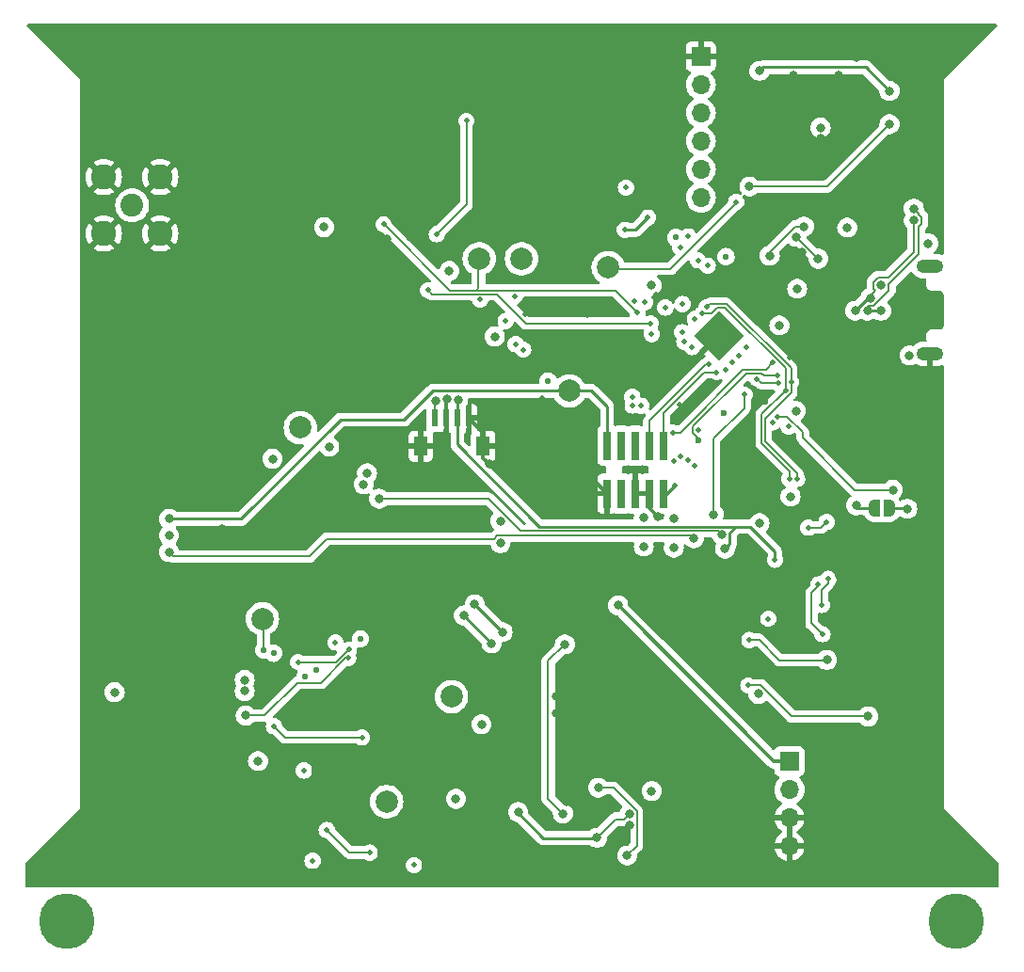
<source format=gbr>
%TF.GenerationSoftware,KiCad,Pcbnew,8.0.3*%
%TF.CreationDate,2024-10-08T19:21:30-07:00*%
%TF.ProjectId,FC_V4c_InspireFly_Special,46435f56-3463-45f4-996e-737069726546,rev?*%
%TF.SameCoordinates,Original*%
%TF.FileFunction,Copper,L4,Bot*%
%TF.FilePolarity,Positive*%
%FSLAX46Y46*%
G04 Gerber Fmt 4.6, Leading zero omitted, Abs format (unit mm)*
G04 Created by KiCad (PCBNEW 8.0.3) date 2024-10-08 19:21:30*
%MOMM*%
%LPD*%
G01*
G04 APERTURE LIST*
G04 Aperture macros list*
%AMRotRect*
0 Rectangle, with rotation*
0 The origin of the aperture is its center*
0 $1 length*
0 $2 width*
0 $3 Rotation angle, in degrees counterclockwise*
0 Add horizontal line*
21,1,$1,$2,0,0,$3*%
%AMFreePoly0*
4,1,19,0.500000,-0.750000,0.000000,-0.750000,0.000000,-0.744911,-0.071157,-0.744911,-0.207708,-0.704816,-0.327430,-0.627875,-0.420627,-0.520320,-0.479746,-0.390866,-0.500000,-0.250000,-0.500000,0.250000,-0.479746,0.390866,-0.420627,0.520320,-0.327430,0.627875,-0.207708,0.704816,-0.071157,0.744911,0.000000,0.744911,0.000000,0.750000,0.500000,0.750000,0.500000,-0.750000,0.500000,-0.750000,
$1*%
%AMFreePoly1*
4,1,19,0.000000,0.744911,0.071157,0.744911,0.207708,0.704816,0.327430,0.627875,0.420627,0.520320,0.479746,0.390866,0.500000,0.250000,0.500000,-0.250000,0.479746,-0.390866,0.420627,-0.520320,0.327430,-0.627875,0.207708,-0.704816,0.071157,-0.744911,0.000000,-0.744911,0.000000,-0.750000,-0.500000,-0.750000,-0.500000,0.750000,0.000000,0.750000,0.000000,0.744911,0.000000,0.744911,
$1*%
G04 Aperture macros list end*
%TA.AperFunction,ComponentPad*%
%ADD10C,2.050000*%
%TD*%
%TA.AperFunction,ComponentPad*%
%ADD11C,2.250000*%
%TD*%
%TA.AperFunction,ComponentPad*%
%ADD12C,2.000000*%
%TD*%
%TA.AperFunction,ComponentPad*%
%ADD13C,5.000000*%
%TD*%
%TA.AperFunction,ComponentPad*%
%ADD14R,1.700000X1.700000*%
%TD*%
%TA.AperFunction,ComponentPad*%
%ADD15O,1.700000X1.700000*%
%TD*%
%TA.AperFunction,ComponentPad*%
%ADD16C,0.500000*%
%TD*%
%TA.AperFunction,SMDPad,CuDef*%
%ADD17RotRect,3.200000X3.200000X315.000000*%
%TD*%
%TA.AperFunction,ComponentPad*%
%ADD18O,2.416000X1.208000*%
%TD*%
%TA.AperFunction,SMDPad,CuDef*%
%ADD19R,0.760000X2.600000*%
%TD*%
%TA.AperFunction,SMDPad,CuDef*%
%ADD20R,0.600000X1.550000*%
%TD*%
%TA.AperFunction,SMDPad,CuDef*%
%ADD21R,1.200000X1.800000*%
%TD*%
%TA.AperFunction,SMDPad,CuDef*%
%ADD22FreePoly0,180.000000*%
%TD*%
%TA.AperFunction,SMDPad,CuDef*%
%ADD23FreePoly1,180.000000*%
%TD*%
%TA.AperFunction,ViaPad*%
%ADD24C,0.600000*%
%TD*%
%TA.AperFunction,ViaPad*%
%ADD25C,0.800000*%
%TD*%
%TA.AperFunction,ViaPad*%
%ADD26C,0.460000*%
%TD*%
%TA.AperFunction,ViaPad*%
%ADD27C,0.560000*%
%TD*%
%TA.AperFunction,Conductor*%
%ADD28C,0.300000*%
%TD*%
%TA.AperFunction,Conductor*%
%ADD29C,0.250000*%
%TD*%
%TA.AperFunction,Conductor*%
%ADD30C,0.127000*%
%TD*%
%TA.AperFunction,Conductor*%
%ADD31C,0.200000*%
%TD*%
%TA.AperFunction,Conductor*%
%ADD32C,0.152400*%
%TD*%
G04 APERTURE END LIST*
D10*
%TO.P,J6,1,In*%
%TO.N,RF1_ANT*%
X153170000Y-73600000D03*
D11*
%TO.P,J6,2,Ext*%
%TO.N,GND*%
X150630000Y-71060000D03*
X150630000Y-76140000D03*
X155710000Y-71060000D03*
X155710000Y-76140000D03*
%TD*%
D12*
%TO.P,TP3,1,1*%
%TO.N,Net-(U9-RESET)*%
X164900000Y-110800000D03*
%TD*%
%TO.P,TP6,1,1*%
%TO.N,Net-(IC3-EVI)*%
X168300000Y-93600000D03*
%TD*%
D13*
%TO.P,H2,1*%
%TO.N,N/C*%
X227300000Y-138000000D03*
%TD*%
D12*
%TO.P,TP5,1,1*%
%TO.N,+5V*%
X181900000Y-117800000D03*
%TD*%
D14*
%TO.P,J10,1,Pin_1*%
%TO.N,VBATT*%
X212300000Y-123620000D03*
D15*
%TO.P,J10,2,Pin_2*%
X212300000Y-126160000D03*
%TO.P,J10,3,Pin_3*%
%TO.N,GND*%
X212300000Y-128700000D03*
%TO.P,J10,4,Pin_4*%
X212300000Y-131240000D03*
%TD*%
D13*
%TO.P,H1,1*%
%TO.N,N/C*%
X147300000Y-138000000D03*
%TD*%
D12*
%TO.P,TP4,1,1*%
%TO.N,Net-(U9-STBY)*%
X176067500Y-127240000D03*
%TD*%
%TO.P,TP2,1,1*%
%TO.N,FC_RESET*%
X192500000Y-90300000D03*
%TD*%
%TO.P,TP8,1,1*%
%TO.N,RF1_IO0*%
X188200000Y-78400000D03*
%TD*%
D16*
%TO.P,IC1,57,GND*%
%TO.N,GND*%
X205930000Y-83400812D03*
X204020812Y-85310000D03*
D17*
X205930000Y-85310000D03*
D16*
X207839188Y-85310000D03*
X205930000Y-87219188D03*
%TD*%
D12*
%TO.P,TP7,1,1*%
%TO.N,RF1_IO4*%
X184400000Y-78400000D03*
%TD*%
%TO.P,TP1,1,1*%
%TO.N,D3*%
X196000000Y-79200000D03*
%TD*%
D18*
%TO.P,J8,SH1,Shield*%
%TO.N,GND*%
X224920000Y-86970000D03*
%TO.P,J8,SH6*%
%TO.N,N/C*%
X224920000Y-79070000D03*
%TD*%
D14*
%TO.P,J3,1,Pin_1*%
%TO.N,GND*%
X204330000Y-60190000D03*
D15*
%TO.P,J3,2,Pin_2*%
%TO.N,TX*%
X204330000Y-62730000D03*
%TO.P,J3,3,Pin_3*%
%TO.N,RX*%
X204330000Y-65270000D03*
%TO.P,J3,4,Pin_4*%
%TO.N,SCL1*%
X204330000Y-67810000D03*
%TO.P,J3,5,Pin_5*%
%TO.N,SDA1*%
X204330000Y-70350000D03*
%TO.P,J3,6,Pin_6*%
%TO.N,3.3V*%
X204330000Y-72890000D03*
%TD*%
D19*
%TO.P,J1,1,VTref*%
%TO.N,3.3V*%
X200980000Y-99530000D03*
%TO.P,J1,2,SWDIO/TMS*%
%TO.N,SWDIO*%
X200980000Y-95230000D03*
%TO.P,J1,3,GND*%
%TO.N,GND*%
X199710000Y-99530000D03*
%TO.P,J1,4,SWDCLK/TCK*%
%TO.N,SWCLK*%
X199710000Y-95230000D03*
%TO.P,J1,5,GND*%
%TO.N,GND*%
X198440000Y-99530000D03*
%TO.P,J1,6,SWO/TDO*%
%TO.N,unconnected-(J1-SWO{slash}TDO-Pad6)*%
X198440000Y-95230000D03*
%TO.P,J1,7,KEY*%
%TO.N,unconnected-(J1-KEY-Pad7)*%
X197170000Y-99530000D03*
%TO.P,J1,8,NC/TDI*%
%TO.N,unconnected-(J1-NC{slash}TDI-Pad8)*%
X197170000Y-95230000D03*
%TO.P,J1,9,GNDDetect*%
%TO.N,GND*%
X195900000Y-99530000D03*
%TO.P,J1,10,~{RESET}*%
%TO.N,FC_RESET*%
X195900000Y-95230000D03*
%TD*%
D20*
%TO.P,J12,1,1*%
%TO.N,3.3V*%
X180440000Y-92747500D03*
%TO.P,J12,2,2*%
%TO.N,GND*%
X181440000Y-92747500D03*
%TO.P,J12,3,3*%
%TO.N,VCC_RF1*%
X182440000Y-92747500D03*
%TO.P,J12,4,4*%
%TO.N,GND*%
X183440000Y-92747500D03*
D21*
%TO.P,J12,S1,SHIELD*%
X179140000Y-95272500D03*
%TO.P,J12,S2,SHIELD*%
X184740000Y-95272500D03*
%TD*%
D22*
%TO.P,JP11,1,A*%
%TO.N,3.3V*%
X221260000Y-100840000D03*
D23*
%TO.P,JP11,2,B*%
%TO.N,Net-(JP11-B)*%
X219960000Y-100840000D03*
%TD*%
D24*
%TO.N,GND*%
X152300000Y-67900000D03*
X152300000Y-68810000D03*
X153930000Y-67800000D03*
X153940000Y-68840000D03*
X152370000Y-64900000D03*
X152500000Y-64100000D03*
X156484216Y-60100000D03*
X155692108Y-60892108D03*
X155000000Y-61600000D03*
X153700000Y-62900000D03*
X153092108Y-63492108D03*
X154400000Y-62200000D03*
X158100000Y-60800000D03*
X157092108Y-61592108D03*
X156400000Y-62300000D03*
X155800000Y-62900000D03*
X155100000Y-63600000D03*
X154492108Y-64192108D03*
D25*
X182000000Y-97000000D03*
X205500001Y-133200000D03*
D26*
X171117500Y-119010000D03*
D25*
X185300000Y-96900000D03*
D26*
X171077500Y-120610000D03*
D25*
X204000000Y-133000000D03*
X161300000Y-102700000D03*
X213300000Y-83200000D03*
X194400000Y-120600000D03*
D24*
X159110000Y-58990000D03*
D25*
X216800000Y-106900000D03*
X193900000Y-60000000D03*
X200500000Y-101600000D03*
D26*
X172267500Y-133070000D03*
D25*
X212700000Y-61900000D03*
D26*
X168667500Y-119030000D03*
D24*
X154000000Y-64900000D03*
D25*
X171400000Y-86100000D03*
D27*
X194100000Y-86800000D03*
D25*
X174000000Y-95100000D03*
X181500000Y-102500000D03*
X175800000Y-78900000D03*
D24*
X164430000Y-59240000D03*
D25*
X161500000Y-91200000D03*
D26*
X175957500Y-130250000D03*
X184610000Y-84030000D03*
X179007500Y-116450000D03*
X200300000Y-81610000D03*
D25*
X197100000Y-121500000D03*
X177400000Y-86500000D03*
X221430000Y-75570000D03*
X209900000Y-75400000D03*
D24*
X153930000Y-65870000D03*
X164550000Y-61340000D03*
D26*
X185227500Y-127480000D03*
D24*
X158020000Y-58980000D03*
D26*
X178027500Y-124640000D03*
D25*
X213390000Y-77840000D03*
X197700000Y-105400000D03*
D24*
X164510000Y-60360000D03*
D25*
X168800000Y-65300000D03*
D26*
X182427500Y-120580000D03*
D25*
X174100000Y-96400000D03*
D26*
X215200000Y-84900000D03*
D25*
X179200000Y-97000000D03*
X222660000Y-96000000D03*
D26*
X189950000Y-85580000D03*
X170877500Y-128520000D03*
X163627500Y-133010000D03*
D25*
X209520000Y-120000000D03*
X177300000Y-107400000D03*
D24*
X153940000Y-66910000D03*
D25*
X216725000Y-69530636D03*
X156500000Y-100300000D03*
X170900000Y-92100000D03*
X218147182Y-70952818D03*
D26*
X167497500Y-128690000D03*
D24*
X210151545Y-91251545D03*
D25*
X191300000Y-119300000D03*
X193625304Y-79900000D03*
X205400000Y-120600000D03*
X220400000Y-84690000D03*
D26*
X205900000Y-77570000D03*
D25*
X181500000Y-91005000D03*
X215100000Y-67600000D03*
D27*
X199373000Y-86198548D03*
D26*
X174197500Y-125740000D03*
D25*
X205400000Y-114000000D03*
X197900000Y-129400000D03*
X205400000Y-107800000D03*
X171300000Y-107800000D03*
D24*
X162580000Y-58200000D03*
D26*
X221800000Y-102500000D03*
D25*
X216700000Y-61900000D03*
X166000000Y-107100000D03*
X218300000Y-60300000D03*
X220700000Y-70800000D03*
D24*
X161280000Y-58230000D03*
D26*
X194100000Y-83500000D03*
D25*
X191300000Y-117800000D03*
D24*
X157200000Y-59300000D03*
D25*
X194700000Y-97100000D03*
X176094166Y-76605834D03*
D26*
X168637500Y-120610000D03*
D24*
X163890000Y-58230000D03*
D25*
X217100000Y-96600000D03*
D26*
X202427913Y-91510000D03*
D25*
X192237347Y-127262653D03*
X206800000Y-76700000D03*
D24*
X159130000Y-60800000D03*
D25*
X189070000Y-95910000D03*
D24*
X160210000Y-58640000D03*
D26*
X188490000Y-83380000D03*
D25*
X166100000Y-86500000D03*
D24*
X152330000Y-66910000D03*
D25*
X220400000Y-87700000D03*
D26*
X212300000Y-87300000D03*
X190080000Y-90960000D03*
D25*
X151500000Y-115300000D03*
X178200000Y-76500000D03*
X161000000Y-96900000D03*
X205100000Y-126200000D03*
D24*
X152330000Y-66000000D03*
D25*
%TO.N,3.3V*%
X182300000Y-127000000D03*
D26*
X168617500Y-124450000D03*
D25*
X201900000Y-104400000D03*
D26*
X184480000Y-82086500D03*
D25*
X217500000Y-75600000D03*
X186300000Y-104000000D03*
D27*
X206600000Y-78200000D03*
D25*
X186300000Y-102000000D03*
X201900000Y-101775000D03*
X151600000Y-117400000D03*
X180500000Y-91200000D03*
X183000000Y-110500000D03*
X199200000Y-104300000D03*
D26*
X169407500Y-132570000D03*
X211335156Y-89612344D03*
X210400000Y-110800000D03*
D25*
X164500000Y-123600000D03*
D27*
X165900000Y-113900000D03*
D25*
X184600000Y-120300000D03*
D27*
X190600000Y-89400000D03*
D25*
X209510000Y-117560000D03*
X165800000Y-96400000D03*
D26*
X178517500Y-132960000D03*
X209400000Y-89210328D03*
D25*
X185500000Y-113000000D03*
X199200000Y-101700000D03*
X222900000Y-100900000D03*
X156500000Y-103300000D03*
X211400000Y-84400000D03*
X181700000Y-79500000D03*
D26*
X188360000Y-86580000D03*
D25*
X170900000Y-95300000D03*
D27*
X202073851Y-76500000D03*
D26*
X202010000Y-98770000D03*
D25*
X184000000Y-109500000D03*
X213000000Y-81100000D03*
D24*
X206400000Y-92300000D03*
D25*
X186500000Y-112000000D03*
X215100000Y-66600000D03*
%TO.N,VBUS*%
X220550000Y-80800000D03*
X223100000Y-87100000D03*
X224800000Y-77030000D03*
D26*
%TO.N,VCC_RF1*%
X211000000Y-105500000D03*
D25*
X182500000Y-91100000D03*
X206500000Y-104500000D03*
D26*
%TO.N,D3*%
X201900000Y-96600000D03*
X199916500Y-85200000D03*
D25*
X208700000Y-71900000D03*
X221300000Y-66300000D03*
D26*
X207500000Y-73300000D03*
%TO.N,ENABLE_BURN {slash} PC*%
X203796738Y-83787000D03*
X210761406Y-93138594D03*
%TO.N,I2C_RESET {slash} VS*%
X202679075Y-82473441D03*
X212226500Y-93500000D03*
%TO.N,ENAB_RF {slash} D2*%
X202500000Y-96200000D03*
X202660000Y-85010000D03*
X208600000Y-116800000D03*
D25*
X219380000Y-119590000D03*
D26*
%TO.N,VBUS_RESET {slash} D4*%
X203200000Y-96500000D03*
X202849500Y-85860738D03*
D25*
%TO.N,BURN_RELAY_A {slash} D5*%
X215670000Y-114500000D03*
D26*
X203800000Y-97000000D03*
X208700000Y-112700000D03*
X203550000Y-86350000D03*
%TO.N,D6*%
X215280000Y-112190000D03*
X214900000Y-107700000D03*
%TO.N,D8*%
X215210000Y-109560000D03*
X215800000Y-107200000D03*
%TO.N,SPI0_CS1*%
X172616007Y-114327687D03*
X208417107Y-86382893D03*
X204087000Y-93800000D03*
D25*
X163400000Y-119500000D03*
D26*
%TO.N,D9*%
X215647500Y-102100000D03*
X214006500Y-102600000D03*
%TO.N,TX*%
X204950000Y-79020000D03*
%TO.N,RX*%
X204070000Y-78550000D03*
%TO.N,SPI0_CS2*%
X210793500Y-87760145D03*
X201790003Y-94040119D03*
X168100000Y-114700000D03*
X172672887Y-113572891D03*
%TO.N,SDA1*%
X203210000Y-76390000D03*
X186770000Y-84000000D03*
D25*
X174300000Y-97700000D03*
X185800000Y-85400000D03*
D26*
%TO.N,SCL1*%
X187678042Y-86101958D03*
D25*
X174000000Y-98700000D03*
D26*
X187600000Y-81760000D03*
X202475000Y-77375000D03*
%TO.N,SDA0*%
X212454906Y-89500000D03*
X204850522Y-82754243D03*
X213000000Y-98200000D03*
%TO.N,SCL0*%
X211961406Y-90238594D03*
X204462067Y-83351099D03*
X212300000Y-98200000D03*
D25*
%TO.N,D0*%
X156500000Y-104800000D03*
D24*
X204098591Y-94722149D03*
D26*
X211200000Y-88900000D03*
D25*
X203700000Y-103552000D03*
%TO.N,FC_RESET*%
X221300000Y-63300000D03*
D26*
X199574500Y-74700000D03*
D25*
X156500000Y-101800000D03*
D26*
X197500000Y-75800000D03*
D25*
X209600000Y-61500000D03*
D26*
%TO.N,SWCLK*%
X205044501Y-87897613D03*
%TO.N,SWDIO*%
X205760000Y-88610000D03*
%TO.N,SPI0_MISO*%
X201127420Y-82797802D03*
X198969818Y-91630182D03*
D27*
X173722995Y-112593495D03*
D26*
X197600000Y-72001499D03*
X171457500Y-112930000D03*
%TO.N,SPI0_CS0*%
X183240000Y-66001499D03*
X180570000Y-76200000D03*
D25*
%TO.N,SPI0_SCK*%
X163300000Y-116300000D03*
D26*
X199292286Y-82307714D03*
X198200000Y-91600000D03*
D27*
X169700000Y-115400000D03*
%TO.N,SPI0_MOSI*%
X168719166Y-116019166D03*
D26*
X198167044Y-90827408D03*
D25*
X163300000Y-117300003D03*
D26*
X198371758Y-82190609D03*
%TO.N,RF1_RST*%
X206570000Y-88420000D03*
D25*
X199900000Y-80800000D03*
D26*
%TO.N,WDT_WDI*%
X208261406Y-90638594D03*
D25*
X205500000Y-101400000D03*
D26*
%TO.N,RF1_IO4*%
X198640000Y-83210000D03*
X175800000Y-75300000D03*
X207168321Y-87727200D03*
D25*
%TO.N,RF1_IO0*%
X170439847Y-75560153D03*
D26*
X207730000Y-87140000D03*
X199794371Y-84205629D03*
X179790000Y-81240000D03*
%TO.N,NEOPIX*%
X211239500Y-92600000D03*
D25*
X221600000Y-99200000D03*
%TO.N,/QSPI_DATA[3]*%
X210527330Y-78127330D03*
X213600000Y-75500000D03*
%TO.N,/QSPI_DATA[0]*%
X212900000Y-76423800D03*
X214900000Y-78400000D03*
%TO.N,RTC_INT*%
X212400000Y-99800000D03*
X212890000Y-92100000D03*
X206200000Y-103225000D03*
X175400000Y-100000000D03*
X209600000Y-102200000D03*
%TO.N,/WDT-VIN*%
X195000000Y-130500000D03*
X199900000Y-126300000D03*
X197900001Y-128400000D03*
X187899999Y-128200001D03*
%TO.N,USB_D-*%
X223489169Y-74945000D03*
X218210000Y-83080000D03*
X219580000Y-81940000D03*
%TO.N,USB_D+*%
X219320000Y-83080000D03*
X220550000Y-83090000D03*
X223489169Y-73895000D03*
D26*
%TO.N,CANL*%
X170677500Y-129800000D03*
X174537500Y-131840000D03*
D27*
%TO.N,Net-(U9-RESET)*%
X165000000Y-113600000D03*
D26*
%TO.N,TXCAN*%
X165928750Y-120471250D03*
X173847500Y-121480000D03*
D25*
%TO.N,Net-(JP2-A)*%
X192100000Y-113100000D03*
X191928663Y-128320001D03*
%TO.N,Net-(JP11-B)*%
X218300000Y-100600000D03*
%TO.N,VBATT*%
X196900000Y-109600000D03*
%TO.N,/WDT-VP*%
X195100000Y-126000000D03*
X197700000Y-132100000D03*
%TD*%
D28*
%TO.N,GND*%
X184740000Y-95272500D02*
X184740000Y-96340000D01*
X199710000Y-99530000D02*
X199710000Y-100810000D01*
X184740000Y-94047500D02*
X183440000Y-92747500D01*
X184740000Y-96340000D02*
X185300000Y-96900000D01*
X198440000Y-99530000D02*
X199710000Y-99530000D01*
X181440000Y-92747500D02*
X181440000Y-91065000D01*
X181440000Y-91065000D02*
X181500000Y-91005000D01*
X179140000Y-95272500D02*
X179140000Y-96940000D01*
X199710000Y-100810000D02*
X200500000Y-101600000D01*
X194700000Y-98330000D02*
X195900000Y-99530000D01*
X184740000Y-95272500D02*
X184740000Y-94047500D01*
X194700000Y-97100000D02*
X194700000Y-98330000D01*
X179140000Y-96940000D02*
X179200000Y-97000000D01*
D29*
%TO.N,3.3V*%
X222840000Y-100840000D02*
X222900000Y-100900000D01*
X221260000Y-100840000D02*
X222840000Y-100840000D01*
D30*
X180440000Y-91260000D02*
X180500000Y-91200000D01*
X211335156Y-89612344D02*
X211322812Y-89600000D01*
X211322812Y-89600000D02*
X209789672Y-89600000D01*
D29*
X200980000Y-99530000D02*
X201250000Y-99530000D01*
X184000000Y-109500000D02*
X186500000Y-112000000D01*
D30*
X209789672Y-89600000D02*
X209400000Y-89210328D01*
D29*
X183000000Y-110500000D02*
X185500000Y-113000000D01*
D30*
X180440000Y-91410000D02*
X180440000Y-91500000D01*
D29*
X201250000Y-99530000D02*
X202010000Y-98770000D01*
D30*
X180440000Y-91500000D02*
X180440000Y-91260000D01*
X180430000Y-91400000D02*
X180440000Y-91410000D01*
X180440000Y-91500000D02*
X180440000Y-92747500D01*
D29*
%TO.N,VCC_RF1*%
X206500000Y-104500000D02*
X206925000Y-104075000D01*
X206925000Y-104075000D02*
X206925000Y-103075000D01*
X189817500Y-102500000D02*
X182440000Y-95122500D01*
X206925000Y-103075000D02*
X207500000Y-102500000D01*
X211000000Y-104710000D02*
X208790000Y-102500000D01*
X182440000Y-95122500D02*
X182440000Y-92747500D01*
X207500000Y-102500000D02*
X189817500Y-102500000D01*
X211000000Y-105500000D02*
X211000000Y-104710000D01*
X182440000Y-91160000D02*
X182500000Y-91100000D01*
X182440000Y-92747500D02*
X182440000Y-91160000D01*
X208790000Y-102500000D02*
X207500000Y-102500000D01*
D30*
%TO.N,D3*%
X201610000Y-79300000D02*
X196700000Y-79300000D01*
X208700000Y-71900000D02*
X215700000Y-71900000D01*
X196700000Y-79300000D02*
X196600000Y-79200000D01*
X207500000Y-73410000D02*
X201610000Y-79300000D01*
X207500000Y-73300000D02*
X207500000Y-73410000D01*
X215700000Y-71900000D02*
X221300000Y-66300000D01*
%TO.N,ENAB_RF {slash} D2*%
X212524208Y-119590000D02*
X219380000Y-119590000D01*
X208600000Y-116800000D02*
X209734208Y-116800000D01*
X209734208Y-116800000D02*
X212524208Y-119590000D01*
%TO.N,BURN_RELAY_A {slash} D5*%
X211430688Y-114530688D02*
X209600000Y-112700000D01*
X209600000Y-112700000D02*
X208700000Y-112700000D01*
X215639312Y-114530688D02*
X211430688Y-114530688D01*
X215670000Y-114500000D02*
X215639312Y-114530688D01*
%TO.N,D6*%
X214300000Y-108500000D02*
X214300000Y-111210000D01*
X214900000Y-107700000D02*
X214900000Y-107900000D01*
X214300000Y-111210000D02*
X215280000Y-112190000D01*
X214900000Y-107900000D02*
X214300000Y-108500000D01*
%TO.N,D8*%
X215210000Y-108190000D02*
X215210000Y-109560000D01*
X215800000Y-107200000D02*
X215800000Y-107600000D01*
X215800000Y-107600000D02*
X215210000Y-108190000D01*
%TO.N,SPI0_CS1*%
X172380539Y-114327687D02*
X170145560Y-116562666D01*
X172616007Y-114327687D02*
X172380539Y-114327687D01*
X165100000Y-119500000D02*
X163400000Y-119500000D01*
X170145560Y-116562666D02*
X168037334Y-116562666D01*
X168037334Y-116562666D02*
X165100000Y-119500000D01*
%TO.N,D9*%
X215647500Y-102100000D02*
X215147500Y-102600000D01*
X215147500Y-102600000D02*
X214006500Y-102600000D01*
%TO.N,SPI0_CS2*%
X168130000Y-114730000D02*
X168100000Y-114700000D01*
X171515778Y-114730000D02*
X168130000Y-114730000D01*
X210163817Y-88389828D02*
X210793500Y-87760145D01*
X208110172Y-88389828D02*
X210163817Y-88389828D01*
X202459881Y-94040119D02*
X208110172Y-88389828D01*
X172672887Y-113572891D02*
X171515778Y-114730000D01*
X201790003Y-94040119D02*
X202459881Y-94040119D01*
%TO.N,SDA0*%
X212454906Y-89500000D02*
X212454906Y-90443009D01*
X210127000Y-92770915D02*
X210127000Y-94867642D01*
X212454906Y-88261188D02*
X212454906Y-89500000D01*
X212454906Y-90443009D02*
X210127000Y-92770915D01*
X204850522Y-82754243D02*
X205148007Y-82456758D01*
X210127000Y-94867642D02*
X213000000Y-97740642D01*
X213000000Y-97740642D02*
X213000000Y-98200000D01*
X205148007Y-82456758D02*
X206650476Y-82456758D01*
X206650476Y-82456758D02*
X212454906Y-88261188D01*
%TO.N,SCL0*%
X204462067Y-83351099D02*
X205253513Y-83351099D01*
X211961406Y-88230136D02*
X211961406Y-90238594D01*
X209800000Y-95003090D02*
X212300000Y-97503090D01*
X206515028Y-82783758D02*
X211961406Y-88230136D01*
X209800000Y-92400000D02*
X209800000Y-95003090D01*
X205253513Y-83351099D02*
X205820854Y-82783758D01*
X212300000Y-97503090D02*
X212300000Y-98200000D01*
X211961406Y-90238594D02*
X209800000Y-92400000D01*
X205820854Y-82783758D02*
X206515028Y-82783758D01*
%TO.N,D0*%
X209816828Y-88716828D02*
X210000000Y-88900000D01*
X169100000Y-105200000D02*
X156900000Y-105200000D01*
X203484500Y-103336500D02*
X186025169Y-103336500D01*
X204098591Y-94609506D02*
X203593500Y-94104415D01*
X208394789Y-88716828D02*
X209816828Y-88716828D01*
X203593500Y-94104415D02*
X203593500Y-93518117D01*
X186025169Y-103336500D02*
X185761669Y-103600000D01*
X203593500Y-93518117D02*
X208394789Y-88716828D01*
X203700000Y-103552000D02*
X203484500Y-103336500D01*
X204098591Y-94722149D02*
X204098591Y-94609506D01*
X210000000Y-88900000D02*
X211200000Y-88900000D01*
X156900000Y-105200000D02*
X156500000Y-104800000D01*
X170700000Y-103600000D02*
X169100000Y-105200000D01*
X185761669Y-103600000D02*
X170700000Y-103600000D01*
D29*
%TO.N,FC_RESET*%
X209925000Y-61175000D02*
X219175000Y-61175000D01*
X219175000Y-61175000D02*
X221300000Y-63300000D01*
X198474500Y-75800000D02*
X199574500Y-74700000D01*
X194470000Y-90280000D02*
X180205111Y-90280000D01*
X197500000Y-75800000D02*
X198474500Y-75800000D01*
X177600000Y-92885111D02*
X171914889Y-92885111D01*
X180205111Y-90280000D02*
X177600000Y-92885111D01*
X163000000Y-101800000D02*
X156500000Y-101800000D01*
X195900000Y-91710000D02*
X194470000Y-90280000D01*
X195900000Y-95230000D02*
X195900000Y-91710000D01*
X209600000Y-61500000D02*
X209925000Y-61175000D01*
X171914889Y-92885111D02*
X163000000Y-101800000D01*
D30*
%TO.N,SWCLK*%
X205044501Y-87897613D02*
X204756601Y-87897613D01*
X199710000Y-92944214D02*
X199710000Y-95230000D01*
X204756601Y-87897613D02*
X199710000Y-92944214D01*
%TO.N,SWDIO*%
X205760000Y-88610000D02*
X204630000Y-88610000D01*
X200980000Y-92260000D02*
X200980000Y-95230000D01*
X204630000Y-88610000D02*
X200980000Y-92260000D01*
%TO.N,SPI0_CS0*%
X183240000Y-73530000D02*
X183240000Y-66001499D01*
X180570000Y-76200000D02*
X183240000Y-73530000D01*
%TO.N,WDT_WDI*%
X208261406Y-90638594D02*
X208261406Y-91838594D01*
X205500000Y-94600000D02*
X208261406Y-91838594D01*
X205500000Y-94600000D02*
X205500000Y-101400000D01*
D31*
%TO.N,RF1_IO4*%
X184336500Y-81063500D02*
X184200000Y-81200000D01*
X184400000Y-78400000D02*
X184336500Y-78463500D01*
X184336500Y-78463500D02*
X184336500Y-81063500D01*
D30*
X181766500Y-81266500D02*
X196696500Y-81266500D01*
X196696500Y-81266500D02*
X198640000Y-83210000D01*
X175800000Y-75300000D02*
X181766500Y-81266500D01*
%TO.N,RF1_IO0*%
X188612129Y-84205629D02*
X199794371Y-84205629D01*
X179790000Y-81240000D02*
X180143500Y-81593500D01*
X186000000Y-81593500D02*
X188612129Y-84205629D01*
X180143500Y-81593500D02*
X186000000Y-81593500D01*
%TO.N,NEOPIX*%
X213500731Y-94000731D02*
X213500731Y-94500731D01*
X213500731Y-94500731D02*
X218200000Y-99200000D01*
X212100000Y-92600000D02*
X213500731Y-94000731D01*
X218200000Y-99200000D02*
X221600000Y-99200000D01*
X211239500Y-92600000D02*
X212100000Y-92600000D01*
D32*
%TO.N,/QSPI_DATA[3]*%
X210527330Y-77840178D02*
X212867508Y-75500000D01*
X212867508Y-75500000D02*
X213600000Y-75500000D01*
X210527330Y-78127330D02*
X210527330Y-77840178D01*
%TO.N,/QSPI_DATA[0]*%
X212930092Y-76423800D02*
X214900000Y-78393708D01*
X212900000Y-76423800D02*
X212930092Y-76423800D01*
X214900000Y-78393708D02*
X214900000Y-78400000D01*
D30*
%TO.N,RTC_INT*%
X205863500Y-102888500D02*
X188126831Y-102888500D01*
X206200000Y-103225000D02*
X205863500Y-102888500D01*
X188126831Y-102888500D02*
X185238331Y-100000000D01*
X185238331Y-100000000D02*
X175400000Y-100000000D01*
D31*
%TO.N,/WDT-VIN*%
X197850000Y-128425000D02*
X197450000Y-128825000D01*
X197450000Y-128825000D02*
X196650000Y-128825000D01*
D29*
X190150000Y-130525000D02*
X187850000Y-128225000D01*
D31*
X196650000Y-128825000D02*
X194950000Y-130525000D01*
D29*
X194950000Y-130525000D02*
X190150000Y-130525000D01*
D31*
%TO.N,USB_D-*%
X223489169Y-74945000D02*
X223489169Y-77800831D01*
X220025025Y-81264975D02*
X218210000Y-83080000D01*
X220260050Y-80100000D02*
X219850000Y-80510050D01*
X219850000Y-81089950D02*
X220025025Y-81264975D01*
X221190000Y-80100000D02*
X220260050Y-80100000D01*
D29*
X219350000Y-81940000D02*
X218210000Y-83080000D01*
D31*
X223489169Y-77800831D02*
X221190000Y-80100000D01*
X219850000Y-80510050D02*
X219850000Y-81089950D01*
D29*
X219580000Y-81940000D02*
X219350000Y-81940000D01*
D31*
%TO.N,USB_D+*%
X221250000Y-80676397D02*
X221250000Y-81259950D01*
X224189169Y-74655050D02*
X224189169Y-75234950D01*
X219869950Y-82640000D02*
X219320000Y-82640000D01*
X223489169Y-73895000D02*
X223939169Y-74345000D01*
X223939169Y-77987228D02*
X221250000Y-80676397D01*
D29*
X220540000Y-83080000D02*
X220550000Y-83090000D01*
D31*
X223939169Y-74405050D02*
X224189169Y-74655050D01*
X219320000Y-82640000D02*
X219320000Y-83080000D01*
X223939169Y-75484950D02*
X223939169Y-77987228D01*
X223939169Y-74345000D02*
X223939169Y-74405050D01*
X221250000Y-81259950D02*
X219869950Y-82640000D01*
D29*
X219320000Y-83080000D02*
X220540000Y-83080000D01*
D31*
X224189169Y-75234950D02*
X223939169Y-75484950D01*
D30*
%TO.N,CANL*%
X172717500Y-131840000D02*
X174537500Y-131840000D01*
X170677500Y-129800000D02*
X172717500Y-131840000D01*
D31*
%TO.N,Net-(U9-RESET)*%
X165000000Y-113600000D02*
X165000000Y-110900000D01*
X165000000Y-110900000D02*
X164900000Y-110800000D01*
D30*
%TO.N,TXCAN*%
X166937500Y-121480000D02*
X173847500Y-121480000D01*
X165928750Y-120471250D02*
X166937500Y-121480000D01*
D31*
%TO.N,Net-(JP2-A)*%
X190600000Y-114600000D02*
X192100000Y-113100000D01*
X191928663Y-128320001D02*
X190600000Y-126991338D01*
X190600000Y-126991338D02*
X190600000Y-114600000D01*
D29*
%TO.N,Net-(JP11-B)*%
X218540000Y-100840000D02*
X218300000Y-100600000D01*
X219960000Y-100840000D02*
X218540000Y-100840000D01*
D28*
%TO.N,VBATT*%
X210920000Y-123620000D02*
X196900000Y-109600000D01*
X212300000Y-123620000D02*
X210920000Y-123620000D01*
D30*
%TO.N,/WDT-VP*%
X198563501Y-131211500D02*
X198563501Y-128125169D01*
X197650000Y-132125000D02*
X198563501Y-131211500D01*
X198563501Y-128125169D02*
X196463332Y-126025000D01*
X196463332Y-126025000D02*
X195050000Y-126025000D01*
%TD*%
%TA.AperFunction,Conductor*%
%TO.N,GND*%
G36*
X212550000Y-130806988D02*
G01*
X212492993Y-130774075D01*
X212365826Y-130740000D01*
X212234174Y-130740000D01*
X212107007Y-130774075D01*
X212050000Y-130806988D01*
X212050000Y-129133012D01*
X212107007Y-129165925D01*
X212234174Y-129200000D01*
X212365826Y-129200000D01*
X212492993Y-129165925D01*
X212550000Y-129133012D01*
X212550000Y-130806988D01*
G37*
%TD.AperFunction*%
%TA.AperFunction,Conductor*%
G36*
X179558834Y-91913379D02*
G01*
X179614767Y-91955251D01*
X179639184Y-92020715D01*
X179639500Y-92029561D01*
X179639500Y-93570370D01*
X179639501Y-93570376D01*
X179645909Y-93629984D01*
X179673950Y-93705168D01*
X179678934Y-93774859D01*
X179645448Y-93836182D01*
X179584125Y-93869666D01*
X179557768Y-93872500D01*
X179390000Y-93872500D01*
X179390000Y-95022500D01*
X180240000Y-95022500D01*
X180240000Y-94324672D01*
X180239999Y-94324655D01*
X180233598Y-94265127D01*
X180233597Y-94265123D01*
X180205702Y-94190333D01*
X180200718Y-94120641D01*
X180234203Y-94059318D01*
X180295526Y-94025833D01*
X180321877Y-94022999D01*
X180787872Y-94022999D01*
X180847483Y-94016591D01*
X180897382Y-93997979D01*
X180967069Y-93992994D01*
X180984048Y-93997979D01*
X181032628Y-94016098D01*
X181032627Y-94016098D01*
X181092155Y-94022499D01*
X181092172Y-94022500D01*
X181190000Y-94022500D01*
X181190000Y-93770568D01*
X181197817Y-93727237D01*
X181234091Y-93629983D01*
X181240500Y-93570373D01*
X181240499Y-92621498D01*
X181260183Y-92554461D01*
X181312987Y-92508706D01*
X181364499Y-92497500D01*
X181515500Y-92497500D01*
X181582539Y-92517185D01*
X181628294Y-92569989D01*
X181639500Y-92621500D01*
X181639500Y-93570370D01*
X181639501Y-93570376D01*
X181645908Y-93629981D01*
X181645909Y-93629983D01*
X181682182Y-93727237D01*
X181690000Y-93770568D01*
X181690000Y-94022500D01*
X181690500Y-94022500D01*
X181757539Y-94042185D01*
X181803294Y-94094989D01*
X181814500Y-94146500D01*
X181814500Y-95184110D01*
X181838535Y-95304943D01*
X181838538Y-95304955D01*
X181843188Y-95316180D01*
X181850919Y-95334845D01*
X181885688Y-95418786D01*
X181916487Y-95464878D01*
X181954142Y-95521233D01*
X182041267Y-95608358D01*
X182041268Y-95608358D01*
X182048335Y-95615425D01*
X182048334Y-95615425D01*
X182048338Y-95615428D01*
X188545728Y-102112819D01*
X188579213Y-102174142D01*
X188574229Y-102243834D01*
X188532357Y-102299767D01*
X188466893Y-102324184D01*
X188458047Y-102324500D01*
X188411809Y-102324500D01*
X188344770Y-102304815D01*
X188324128Y-102288181D01*
X185696714Y-99660767D01*
X185696712Y-99660764D01*
X185584637Y-99548689D01*
X185584631Y-99548684D01*
X185456031Y-99474436D01*
X185453097Y-99473650D01*
X185431205Y-99467784D01*
X185431203Y-99467783D01*
X185356000Y-99447633D01*
X185312584Y-99436000D01*
X185312583Y-99436000D01*
X176159123Y-99436000D01*
X176092084Y-99416315D01*
X176066973Y-99394972D01*
X176005876Y-99327116D01*
X176005869Y-99327110D01*
X175852734Y-99215851D01*
X175852729Y-99215848D01*
X175679807Y-99138857D01*
X175679802Y-99138855D01*
X175534001Y-99107865D01*
X175494646Y-99099500D01*
X175305354Y-99099500D01*
X175272897Y-99106398D01*
X175120197Y-99138855D01*
X175120192Y-99138857D01*
X175005243Y-99190037D01*
X174935993Y-99199322D01*
X174872716Y-99169694D01*
X174835503Y-99110559D01*
X174836168Y-99040693D01*
X174836876Y-99038440D01*
X174849667Y-98999072D01*
X174885674Y-98888256D01*
X174905460Y-98700000D01*
X174885674Y-98511744D01*
X174879999Y-98494278D01*
X174878004Y-98424437D01*
X174905780Y-98372987D01*
X174905865Y-98372891D01*
X174905871Y-98372888D01*
X175032533Y-98232216D01*
X175127179Y-98068284D01*
X175185674Y-97888256D01*
X175205460Y-97700000D01*
X175185674Y-97511744D01*
X175127179Y-97331716D01*
X175032533Y-97167784D01*
X174905871Y-97027112D01*
X174901712Y-97024090D01*
X174752734Y-96915851D01*
X174752729Y-96915848D01*
X174579807Y-96838857D01*
X174579802Y-96838855D01*
X174434001Y-96807865D01*
X174394646Y-96799500D01*
X174205354Y-96799500D01*
X174172897Y-96806398D01*
X174020197Y-96838855D01*
X174020192Y-96838857D01*
X173847270Y-96915848D01*
X173847265Y-96915851D01*
X173694129Y-97027111D01*
X173567466Y-97167785D01*
X173472821Y-97331715D01*
X173472818Y-97331722D01*
X173414327Y-97511740D01*
X173414326Y-97511744D01*
X173398072Y-97666392D01*
X173394540Y-97700000D01*
X173414326Y-97888256D01*
X173414327Y-97888260D01*
X173420001Y-97905723D01*
X173421994Y-97975564D01*
X173394219Y-98027010D01*
X173267466Y-98167784D01*
X173172821Y-98331715D01*
X173172818Y-98331722D01*
X173134048Y-98451046D01*
X173114326Y-98511744D01*
X173094540Y-98700000D01*
X173114326Y-98888256D01*
X173114327Y-98888259D01*
X173172818Y-99068277D01*
X173172821Y-99068284D01*
X173267467Y-99232216D01*
X173328217Y-99299685D01*
X173394129Y-99372888D01*
X173547265Y-99484148D01*
X173547270Y-99484151D01*
X173720192Y-99561142D01*
X173720197Y-99561144D01*
X173905354Y-99600500D01*
X173905355Y-99600500D01*
X174094644Y-99600500D01*
X174094646Y-99600500D01*
X174279803Y-99561144D01*
X174394759Y-99509961D01*
X174464005Y-99500676D01*
X174527282Y-99530304D01*
X174564496Y-99589438D01*
X174563832Y-99659305D01*
X174563123Y-99661558D01*
X174514327Y-99811739D01*
X174514326Y-99811741D01*
X174514326Y-99811744D01*
X174494540Y-100000000D01*
X174514326Y-100188256D01*
X174514327Y-100188259D01*
X174572818Y-100368277D01*
X174572821Y-100368284D01*
X174667467Y-100532216D01*
X174759296Y-100634202D01*
X174794129Y-100672888D01*
X174947265Y-100784148D01*
X174947270Y-100784151D01*
X175120192Y-100861142D01*
X175120197Y-100861144D01*
X175305354Y-100900500D01*
X175305355Y-100900500D01*
X175494644Y-100900500D01*
X175494646Y-100900500D01*
X175679803Y-100861144D01*
X175852730Y-100784151D01*
X176005871Y-100672888D01*
X176005876Y-100672883D01*
X176066973Y-100605028D01*
X176126459Y-100568379D01*
X176159123Y-100564000D01*
X184953353Y-100564000D01*
X185020392Y-100583685D01*
X185041034Y-100600319D01*
X185645840Y-101205125D01*
X185679325Y-101266448D01*
X185674341Y-101336140D01*
X185650309Y-101375778D01*
X185567466Y-101467784D01*
X185472821Y-101631715D01*
X185472818Y-101631722D01*
X185417234Y-101802794D01*
X185414326Y-101811744D01*
X185394540Y-102000000D01*
X185414326Y-102188256D01*
X185414327Y-102188259D01*
X185472818Y-102368277D01*
X185472821Y-102368284D01*
X185567467Y-102532216D01*
X185694129Y-102672888D01*
X185695713Y-102674039D01*
X185696407Y-102674939D01*
X185698958Y-102677236D01*
X185698537Y-102677702D01*
X185738379Y-102729369D01*
X185744358Y-102798982D01*
X185711752Y-102860777D01*
X185684830Y-102881743D01*
X185678868Y-102885185D01*
X185678862Y-102885189D01*
X185573856Y-102990196D01*
X185573850Y-102990200D01*
X185564370Y-102999681D01*
X185558130Y-103003087D01*
X185554958Y-103005689D01*
X185554955Y-103005691D01*
X185554530Y-103005053D01*
X185503047Y-103033166D01*
X185476689Y-103036000D01*
X170781865Y-103036000D01*
X170781849Y-103035999D01*
X170774253Y-103035999D01*
X170625748Y-103035999D01*
X170494063Y-103071284D01*
X170482300Y-103074436D01*
X170353699Y-103148684D01*
X170353693Y-103148689D01*
X168902703Y-104599681D01*
X168841380Y-104633166D01*
X168815022Y-104636000D01*
X157483646Y-104636000D01*
X157416607Y-104616315D01*
X157370852Y-104563511D01*
X157365715Y-104550318D01*
X157359833Y-104532216D01*
X157327179Y-104431716D01*
X157232533Y-104267784D01*
X157111146Y-104132971D01*
X157080917Y-104069981D01*
X157089542Y-104000646D01*
X157111147Y-103967028D01*
X157129249Y-103946924D01*
X157232533Y-103832216D01*
X157327179Y-103668284D01*
X157385674Y-103488256D01*
X157405460Y-103300000D01*
X157385674Y-103111744D01*
X157327179Y-102931716D01*
X157232533Y-102767784D01*
X157148757Y-102674742D01*
X157111147Y-102632971D01*
X157080917Y-102569980D01*
X157089542Y-102500644D01*
X157111300Y-102466857D01*
X157111566Y-102466562D01*
X157111754Y-102466355D01*
X157171309Y-102429818D01*
X157203748Y-102425500D01*
X163061607Y-102425500D01*
X163122029Y-102413481D01*
X163182452Y-102401463D01*
X163232496Y-102380734D01*
X163296286Y-102354312D01*
X163351306Y-102317548D01*
X163398733Y-102285858D01*
X163485858Y-102198733D01*
X163485859Y-102198731D01*
X163492925Y-102191665D01*
X163492928Y-102191661D01*
X169464244Y-96220344D01*
X178040000Y-96220344D01*
X178046401Y-96279872D01*
X178046403Y-96279879D01*
X178096645Y-96414586D01*
X178096649Y-96414593D01*
X178182809Y-96529687D01*
X178182812Y-96529690D01*
X178297906Y-96615850D01*
X178297913Y-96615854D01*
X178432620Y-96666096D01*
X178432627Y-96666098D01*
X178492155Y-96672499D01*
X178492172Y-96672500D01*
X178890000Y-96672500D01*
X179390000Y-96672500D01*
X179787828Y-96672500D01*
X179787844Y-96672499D01*
X179847372Y-96666098D01*
X179847379Y-96666096D01*
X179982086Y-96615854D01*
X179982093Y-96615850D01*
X180097187Y-96529690D01*
X180097190Y-96529687D01*
X180183350Y-96414593D01*
X180183354Y-96414586D01*
X180233596Y-96279879D01*
X180233598Y-96279872D01*
X180239999Y-96220344D01*
X180240000Y-96220327D01*
X180240000Y-95522500D01*
X179390000Y-95522500D01*
X179390000Y-96672500D01*
X178890000Y-96672500D01*
X178890000Y-95522500D01*
X178040000Y-95522500D01*
X178040000Y-96220344D01*
X169464244Y-96220344D01*
X169937868Y-95746720D01*
X169999189Y-95713237D01*
X170068881Y-95718221D01*
X170124814Y-95760093D01*
X170132934Y-95772403D01*
X170167467Y-95832216D01*
X170199493Y-95867784D01*
X170294129Y-95972888D01*
X170447265Y-96084148D01*
X170447270Y-96084151D01*
X170620192Y-96161142D01*
X170620197Y-96161144D01*
X170805354Y-96200500D01*
X170805355Y-96200500D01*
X170994644Y-96200500D01*
X170994646Y-96200500D01*
X171179803Y-96161144D01*
X171352730Y-96084151D01*
X171505871Y-95972888D01*
X171632533Y-95832216D01*
X171727179Y-95668284D01*
X171785674Y-95488256D01*
X171805460Y-95300000D01*
X171785674Y-95111744D01*
X171727179Y-94931716D01*
X171632533Y-94767784D01*
X171505871Y-94627112D01*
X171505870Y-94627111D01*
X171363622Y-94523762D01*
X171320956Y-94468432D01*
X171314977Y-94398819D01*
X171347583Y-94337024D01*
X171348826Y-94335763D01*
X171359934Y-94324655D01*
X178040000Y-94324655D01*
X178040000Y-95022500D01*
X178890000Y-95022500D01*
X178890000Y-93872500D01*
X178492155Y-93872500D01*
X178432627Y-93878901D01*
X178432620Y-93878903D01*
X178297913Y-93929145D01*
X178297906Y-93929149D01*
X178182812Y-94015309D01*
X178182809Y-94015312D01*
X178096649Y-94130406D01*
X178096645Y-94130413D01*
X178046403Y-94265120D01*
X178046401Y-94265127D01*
X178040000Y-94324655D01*
X171359934Y-94324655D01*
X171718294Y-93966296D01*
X172137660Y-93546930D01*
X172198983Y-93513445D01*
X172225341Y-93510611D01*
X177661608Y-93510611D01*
X177661608Y-93510610D01*
X177729236Y-93497159D01*
X177729237Y-93497159D01*
X177747405Y-93493545D01*
X177782452Y-93486574D01*
X177815792Y-93472763D01*
X177896286Y-93439423D01*
X177947509Y-93405195D01*
X177998733Y-93370969D01*
X178085858Y-93283844D01*
X178085859Y-93283842D01*
X178092925Y-93276776D01*
X178092928Y-93276772D01*
X179427821Y-91941878D01*
X179489142Y-91908395D01*
X179558834Y-91913379D01*
G37*
%TD.AperFunction*%
%TA.AperFunction,Conductor*%
G36*
X191113117Y-90925185D02*
G01*
X191158872Y-90977989D01*
X191159634Y-90979691D01*
X191175825Y-91016605D01*
X191311833Y-91224782D01*
X191311836Y-91224785D01*
X191480256Y-91407738D01*
X191676491Y-91560474D01*
X191895190Y-91678828D01*
X192130386Y-91759571D01*
X192375665Y-91800500D01*
X192624335Y-91800500D01*
X192869614Y-91759571D01*
X193104810Y-91678828D01*
X193323509Y-91560474D01*
X193519744Y-91407738D01*
X193688164Y-91224785D01*
X193824173Y-91016607D01*
X193840366Y-90979691D01*
X193885321Y-90926205D01*
X193952057Y-90905514D01*
X193953922Y-90905500D01*
X194159548Y-90905500D01*
X194226587Y-90925185D01*
X194247229Y-90941819D01*
X195238181Y-91932771D01*
X195271666Y-91994094D01*
X195274500Y-92020452D01*
X195274500Y-93426506D01*
X195254815Y-93493545D01*
X195224811Y-93525772D01*
X195162460Y-93572448D01*
X195162451Y-93572457D01*
X195076206Y-93687664D01*
X195076202Y-93687671D01*
X195025908Y-93822517D01*
X195019501Y-93882116D01*
X195019500Y-93882135D01*
X195019500Y-96577870D01*
X195019501Y-96577876D01*
X195025908Y-96637483D01*
X195076202Y-96772328D01*
X195076206Y-96772335D01*
X195162452Y-96887544D01*
X195162455Y-96887547D01*
X195277664Y-96973793D01*
X195277671Y-96973797D01*
X195320742Y-96989861D01*
X195412517Y-97024091D01*
X195472127Y-97030500D01*
X195684143Y-97030499D01*
X195751182Y-97050183D01*
X195796937Y-97102987D01*
X195806881Y-97172145D01*
X195805761Y-97178689D01*
X195780500Y-97305689D01*
X195780500Y-97454316D01*
X195805860Y-97581809D01*
X195799633Y-97651401D01*
X195756770Y-97706578D01*
X195690880Y-97729822D01*
X195684243Y-97730000D01*
X195472155Y-97730000D01*
X195412627Y-97736401D01*
X195412620Y-97736403D01*
X195277913Y-97786645D01*
X195277906Y-97786649D01*
X195162812Y-97872809D01*
X195162809Y-97872812D01*
X195076649Y-97987906D01*
X195076645Y-97987913D01*
X195026403Y-98122620D01*
X195026401Y-98122627D01*
X195020000Y-98182155D01*
X195020000Y-99280000D01*
X196026000Y-99280000D01*
X196093039Y-99299685D01*
X196138794Y-99352489D01*
X196150000Y-99404000D01*
X196150000Y-101330000D01*
X196327828Y-101330000D01*
X196327844Y-101329999D01*
X196387372Y-101323598D01*
X196387376Y-101323597D01*
X196490951Y-101284966D01*
X196560643Y-101279982D01*
X196577614Y-101284965D01*
X196682517Y-101324091D01*
X196682516Y-101324091D01*
X196689444Y-101324835D01*
X196742127Y-101330500D01*
X197597872Y-101330499D01*
X197657483Y-101324091D01*
X197762382Y-101284965D01*
X197832073Y-101279982D01*
X197849049Y-101284966D01*
X197952623Y-101323597D01*
X197952627Y-101323598D01*
X198012155Y-101329999D01*
X198012172Y-101330000D01*
X198202707Y-101330000D01*
X198269746Y-101349685D01*
X198315501Y-101402489D01*
X198325445Y-101471647D01*
X198320638Y-101492319D01*
X198314326Y-101511742D01*
X198307879Y-101573081D01*
X198294540Y-101700000D01*
X198298485Y-101737540D01*
X198285917Y-101806268D01*
X198238185Y-101857292D01*
X198175165Y-101874500D01*
X190127953Y-101874500D01*
X190060914Y-101854815D01*
X190040272Y-101838181D01*
X189079935Y-100877844D01*
X195020000Y-100877844D01*
X195026401Y-100937372D01*
X195026403Y-100937379D01*
X195076645Y-101072086D01*
X195076649Y-101072093D01*
X195162809Y-101187187D01*
X195162812Y-101187190D01*
X195277906Y-101273350D01*
X195277913Y-101273354D01*
X195412620Y-101323596D01*
X195412627Y-101323598D01*
X195472155Y-101329999D01*
X195472172Y-101330000D01*
X195650000Y-101330000D01*
X195650000Y-99780000D01*
X195020000Y-99780000D01*
X195020000Y-100877844D01*
X189079935Y-100877844D01*
X185086272Y-96884181D01*
X185052787Y-96822858D01*
X185057771Y-96753166D01*
X185099643Y-96697233D01*
X185165107Y-96672816D01*
X185173953Y-96672500D01*
X185387828Y-96672500D01*
X185387844Y-96672499D01*
X185447372Y-96666098D01*
X185447379Y-96666096D01*
X185582086Y-96615854D01*
X185582093Y-96615850D01*
X185697187Y-96529690D01*
X185697190Y-96529687D01*
X185783350Y-96414593D01*
X185783354Y-96414586D01*
X185833596Y-96279879D01*
X185833598Y-96279872D01*
X185839999Y-96220344D01*
X185840000Y-96220327D01*
X185840000Y-95522500D01*
X184614000Y-95522500D01*
X184546961Y-95502815D01*
X184501206Y-95450011D01*
X184490000Y-95398500D01*
X184490000Y-95022500D01*
X184990000Y-95022500D01*
X185840000Y-95022500D01*
X185840000Y-94324672D01*
X185839999Y-94324655D01*
X185833598Y-94265127D01*
X185833596Y-94265120D01*
X185783354Y-94130413D01*
X185783350Y-94130406D01*
X185697190Y-94015312D01*
X185697187Y-94015309D01*
X185582093Y-93929149D01*
X185582086Y-93929145D01*
X185447379Y-93878903D01*
X185447372Y-93878901D01*
X185387844Y-93872500D01*
X184990000Y-93872500D01*
X184990000Y-95022500D01*
X184490000Y-95022500D01*
X184490000Y-93872500D01*
X184321698Y-93872500D01*
X184254659Y-93852815D01*
X184208904Y-93800011D01*
X184198960Y-93730853D01*
X184205516Y-93705166D01*
X184233597Y-93629876D01*
X184233598Y-93629872D01*
X184239999Y-93570344D01*
X184240000Y-93570327D01*
X184240000Y-92997500D01*
X183690000Y-92997500D01*
X183690000Y-94040951D01*
X183701291Y-94061629D01*
X183696307Y-94131320D01*
X183646403Y-94265119D01*
X183646401Y-94265127D01*
X183640000Y-94324655D01*
X183640000Y-95138547D01*
X183620315Y-95205586D01*
X183567511Y-95251341D01*
X183498353Y-95261285D01*
X183434797Y-95232260D01*
X183428319Y-95226228D01*
X183101819Y-94899728D01*
X183068334Y-94838405D01*
X183065500Y-94812047D01*
X183065500Y-94146500D01*
X183085185Y-94079461D01*
X183137989Y-94033706D01*
X183189500Y-94022500D01*
X183190000Y-94022500D01*
X183190000Y-93770568D01*
X183197817Y-93727237D01*
X183234091Y-93629983D01*
X183240500Y-93570373D01*
X183240499Y-92497500D01*
X183690000Y-92497500D01*
X184240000Y-92497500D01*
X184240000Y-91924672D01*
X184239999Y-91924655D01*
X184233598Y-91865127D01*
X184233596Y-91865120D01*
X184183354Y-91730413D01*
X184183350Y-91730406D01*
X184097190Y-91615312D01*
X184097187Y-91615309D01*
X183982093Y-91529149D01*
X183982086Y-91529145D01*
X183847379Y-91478903D01*
X183847372Y-91478901D01*
X183787844Y-91472500D01*
X183690000Y-91472500D01*
X183690000Y-92497500D01*
X183240499Y-92497500D01*
X183240499Y-91924628D01*
X183234091Y-91865017D01*
X183232166Y-91859857D01*
X183198509Y-91769617D01*
X183193525Y-91699926D01*
X183222541Y-91643312D01*
X183232533Y-91632216D01*
X183327179Y-91468284D01*
X183385674Y-91288256D01*
X183405460Y-91100000D01*
X183399412Y-91042459D01*
X183411981Y-90973732D01*
X183459713Y-90922708D01*
X183522733Y-90905500D01*
X191046078Y-90905500D01*
X191113117Y-90925185D01*
G37*
%TD.AperFunction*%
%TA.AperFunction,Conductor*%
G36*
X200387614Y-101284965D02*
G01*
X200492517Y-101324091D01*
X200552127Y-101330500D01*
X200926914Y-101330499D01*
X200993952Y-101350183D01*
X201039707Y-101402987D01*
X201049651Y-101472146D01*
X201044844Y-101492816D01*
X201014327Y-101586738D01*
X201014327Y-101586740D01*
X201014326Y-101586744D01*
X200995753Y-101763462D01*
X200969168Y-101828076D01*
X200911871Y-101868061D01*
X200872432Y-101874500D01*
X200224835Y-101874500D01*
X200157796Y-101854815D01*
X200112041Y-101802011D01*
X200101514Y-101737540D01*
X200105460Y-101700000D01*
X200085674Y-101511744D01*
X200077578Y-101486830D01*
X200075584Y-101416991D01*
X200111664Y-101357158D01*
X200174364Y-101326329D01*
X200182254Y-101325224D01*
X200197372Y-101323598D01*
X200197376Y-101323597D01*
X200300951Y-101284966D01*
X200370643Y-101279982D01*
X200387614Y-101284965D01*
G37*
%TD.AperFunction*%
%TA.AperFunction,Conductor*%
G36*
X199118317Y-96985227D02*
G01*
X199222517Y-97024091D01*
X199282127Y-97030500D01*
X199494143Y-97030499D01*
X199561182Y-97050183D01*
X199606937Y-97102987D01*
X199616881Y-97172145D01*
X199615761Y-97178689D01*
X199590500Y-97305689D01*
X199590500Y-97454316D01*
X199615860Y-97581809D01*
X199609633Y-97651401D01*
X199566770Y-97706578D01*
X199500880Y-97729822D01*
X199494243Y-97730000D01*
X199282155Y-97730000D01*
X199222627Y-97736401D01*
X199222617Y-97736403D01*
X199118332Y-97775299D01*
X199048641Y-97780283D01*
X199031668Y-97775299D01*
X198927382Y-97736403D01*
X198927372Y-97736401D01*
X198867844Y-97730000D01*
X198690000Y-97730000D01*
X198690000Y-99280000D01*
X199836000Y-99280000D01*
X199903039Y-99299685D01*
X199948794Y-99352489D01*
X199960000Y-99404000D01*
X199960000Y-99656000D01*
X199940315Y-99723039D01*
X199887511Y-99768794D01*
X199836000Y-99780000D01*
X198314000Y-99780000D01*
X198246961Y-99760315D01*
X198201206Y-99707511D01*
X198190000Y-99656000D01*
X198190000Y-97730000D01*
X198012155Y-97730000D01*
X197952627Y-97736401D01*
X197952619Y-97736403D01*
X197849047Y-97775033D01*
X197779355Y-97780017D01*
X197762381Y-97775033D01*
X197657482Y-97735908D01*
X197657483Y-97735908D01*
X197597883Y-97729501D01*
X197597881Y-97729500D01*
X197597873Y-97729500D01*
X197597865Y-97729500D01*
X197385856Y-97729500D01*
X197318817Y-97709815D01*
X197273062Y-97657011D01*
X197263118Y-97587853D01*
X197264239Y-97581309D01*
X197278077Y-97511740D01*
X197289500Y-97454312D01*
X197289500Y-97305688D01*
X197273325Y-97224370D01*
X197264239Y-97178690D01*
X197270466Y-97109099D01*
X197313329Y-97053921D01*
X197379219Y-97030677D01*
X197385856Y-97030499D01*
X197597871Y-97030499D01*
X197597872Y-97030499D01*
X197657483Y-97024091D01*
X197761670Y-96985231D01*
X197831358Y-96980248D01*
X197848317Y-96985227D01*
X197952517Y-97024091D01*
X198012127Y-97030500D01*
X198867872Y-97030499D01*
X198927483Y-97024091D01*
X199031670Y-96985231D01*
X199101358Y-96980248D01*
X199118317Y-96985227D01*
G37*
%TD.AperFunction*%
%TA.AperFunction,Conductor*%
G36*
X205314810Y-89193005D02*
G01*
X205441043Y-89272322D01*
X205596420Y-89326691D01*
X205596423Y-89326691D01*
X205596425Y-89326692D01*
X205759996Y-89345122D01*
X205760000Y-89345122D01*
X205760004Y-89345122D01*
X205923574Y-89326692D01*
X205923575Y-89326691D01*
X205923580Y-89326691D01*
X206078957Y-89272322D01*
X206091808Y-89264247D01*
X206159041Y-89245246D01*
X206225877Y-89265612D01*
X206271092Y-89318878D01*
X206280332Y-89388134D01*
X206250662Y-89451391D01*
X206245461Y-89456921D01*
X202311304Y-93391078D01*
X202249981Y-93424563D01*
X202180289Y-93419579D01*
X202157652Y-93408392D01*
X202152569Y-93405198D01*
X202108960Y-93377797D01*
X202108958Y-93377796D01*
X202108956Y-93377795D01*
X201953577Y-93323426D01*
X201790007Y-93304997D01*
X201789999Y-93304997D01*
X201681883Y-93317178D01*
X201613061Y-93305123D01*
X201561682Y-93257774D01*
X201544000Y-93193958D01*
X201544000Y-92544978D01*
X201563685Y-92477939D01*
X201580319Y-92457297D01*
X204827298Y-89210319D01*
X204888621Y-89176834D01*
X204914979Y-89174000D01*
X205248840Y-89174000D01*
X205314810Y-89193005D01*
G37*
%TD.AperFunction*%
%TA.AperFunction,Conductor*%
G36*
X196478561Y-81850185D02*
G01*
X196499203Y-81866819D01*
X197882131Y-83249747D01*
X197915616Y-83311070D01*
X197917670Y-83323543D01*
X197923307Y-83373574D01*
X197923308Y-83373579D01*
X197923309Y-83373580D01*
X197957225Y-83470507D01*
X197959384Y-83476675D01*
X197962945Y-83546453D01*
X197928216Y-83607081D01*
X197866223Y-83639308D01*
X197842342Y-83641629D01*
X188897107Y-83641629D01*
X188830068Y-83621944D01*
X188809426Y-83605310D01*
X187841806Y-82637690D01*
X187808321Y-82576367D01*
X187813305Y-82506675D01*
X187855177Y-82450742D01*
X187888531Y-82432968D01*
X187918957Y-82422322D01*
X188058341Y-82334742D01*
X188174742Y-82218341D01*
X188262322Y-82078957D01*
X188316691Y-81923580D01*
X188316691Y-81923577D01*
X188318990Y-81917008D01*
X188321063Y-81917733D01*
X188350035Y-81865933D01*
X188411695Y-81833072D01*
X188436822Y-81830500D01*
X196411522Y-81830500D01*
X196478561Y-81850185D01*
G37*
%TD.AperFunction*%
%TA.AperFunction,Conductor*%
G36*
X230937327Y-57289685D02*
G01*
X230983082Y-57342489D01*
X230993026Y-57411647D01*
X230964001Y-57475203D01*
X230957969Y-57481681D01*
X226200025Y-62239624D01*
X226200024Y-62239625D01*
X226169500Y-62313316D01*
X226169500Y-77956939D01*
X226149815Y-78023978D01*
X226097011Y-78069733D01*
X226027853Y-78079677D01*
X225989206Y-78067424D01*
X225947981Y-78046419D01*
X225782641Y-77992697D01*
X225653854Y-77972299D01*
X225610926Y-77965500D01*
X225610925Y-77965500D01*
X225426049Y-77965500D01*
X225359010Y-77945815D01*
X225313255Y-77893011D01*
X225303311Y-77823853D01*
X225332336Y-77760297D01*
X225353164Y-77741182D01*
X225372531Y-77727111D01*
X225405871Y-77702888D01*
X225532533Y-77562216D01*
X225627179Y-77398284D01*
X225685674Y-77218256D01*
X225705460Y-77030000D01*
X225685674Y-76841744D01*
X225627179Y-76661716D01*
X225532533Y-76497784D01*
X225405871Y-76357112D01*
X225405870Y-76357111D01*
X225252734Y-76245851D01*
X225252729Y-76245848D01*
X225079807Y-76168857D01*
X225079802Y-76168855D01*
X224910552Y-76132881D01*
X224894646Y-76129500D01*
X224705354Y-76129500D01*
X224698860Y-76130880D01*
X224689446Y-76132881D01*
X224619779Y-76127563D01*
X224564047Y-76085424D01*
X224539944Y-76019843D01*
X224539669Y-76011590D01*
X224539669Y-75785048D01*
X224559354Y-75718009D01*
X224575988Y-75697367D01*
X224621884Y-75651471D01*
X224669689Y-75603666D01*
X224748746Y-75466734D01*
X224782260Y-75341659D01*
X224789669Y-75314008D01*
X224789669Y-75155893D01*
X224789669Y-74575993D01*
X224748746Y-74423266D01*
X224746860Y-74420000D01*
X224669693Y-74286340D01*
X224669690Y-74286336D01*
X224669689Y-74286334D01*
X224557885Y-74174530D01*
X224557884Y-74174529D01*
X224553554Y-74170199D01*
X224553543Y-74170189D01*
X224513263Y-74129909D01*
X224493557Y-74104228D01*
X224475448Y-74072863D01*
X224459073Y-74044500D01*
X224419689Y-73976284D01*
X224419688Y-73976283D01*
X224415625Y-73969245D01*
X224416952Y-73968478D01*
X224395056Y-73911862D01*
X224395334Y-73901500D01*
X224394629Y-73901500D01*
X224394629Y-73895002D01*
X224392664Y-73876304D01*
X224374843Y-73706744D01*
X224316348Y-73526716D01*
X224221702Y-73362784D01*
X224095040Y-73222112D01*
X224095039Y-73222111D01*
X223941903Y-73110851D01*
X223941898Y-73110848D01*
X223768976Y-73033857D01*
X223768971Y-73033855D01*
X223623170Y-73002865D01*
X223583815Y-72994500D01*
X223394523Y-72994500D01*
X223362066Y-73001398D01*
X223209366Y-73033855D01*
X223209361Y-73033857D01*
X223036439Y-73110848D01*
X223036434Y-73110851D01*
X222883298Y-73222111D01*
X222756635Y-73362785D01*
X222661990Y-73526715D01*
X222661987Y-73526722D01*
X222603496Y-73706740D01*
X222603495Y-73706744D01*
X222583709Y-73895000D01*
X222603495Y-74083256D01*
X222603496Y-74083259D01*
X222661990Y-74263286D01*
X222661991Y-74263288D01*
X222716673Y-74358001D01*
X222733146Y-74425901D01*
X222716673Y-74481999D01*
X222661991Y-74576711D01*
X222661990Y-74576713D01*
X222609307Y-74738856D01*
X222603495Y-74756744D01*
X222583709Y-74945000D01*
X222603495Y-75133256D01*
X222603496Y-75133259D01*
X222661987Y-75313277D01*
X222661990Y-75313284D01*
X222756636Y-75477216D01*
X222831313Y-75560153D01*
X222856819Y-75588480D01*
X222887049Y-75651471D01*
X222888669Y-75671452D01*
X222888669Y-77500734D01*
X222868984Y-77567773D01*
X222852350Y-77588415D01*
X220977584Y-79463181D01*
X220916261Y-79496666D01*
X220889903Y-79499500D01*
X220339107Y-79499500D01*
X220180992Y-79499500D01*
X220028265Y-79540423D01*
X220028264Y-79540423D01*
X220028262Y-79540424D01*
X220028259Y-79540425D01*
X219978146Y-79569359D01*
X219978145Y-79569360D01*
X219934739Y-79594420D01*
X219891335Y-79619479D01*
X219891332Y-79619481D01*
X219369479Y-80141334D01*
X219350332Y-80174500D01*
X219337990Y-80195877D01*
X219290423Y-80278265D01*
X219249499Y-80430993D01*
X219249499Y-80430995D01*
X219249499Y-80599096D01*
X219249500Y-80599109D01*
X219249500Y-81003280D01*
X219249499Y-81003298D01*
X219249499Y-81020902D01*
X219229814Y-81087941D01*
X219177010Y-81133696D01*
X219175935Y-81134181D01*
X219127269Y-81155848D01*
X218974129Y-81267111D01*
X218847466Y-81407785D01*
X218752821Y-81571715D01*
X218752817Y-81571725D01*
X218723093Y-81663202D01*
X218692844Y-81712563D01*
X218262227Y-82143182D01*
X218200907Y-82176666D01*
X218174548Y-82179500D01*
X218115354Y-82179500D01*
X218082897Y-82186398D01*
X217930197Y-82218855D01*
X217930192Y-82218857D01*
X217757270Y-82295848D01*
X217757265Y-82295851D01*
X217604129Y-82407111D01*
X217477466Y-82547785D01*
X217382821Y-82711715D01*
X217382818Y-82711722D01*
X217327344Y-82882455D01*
X217324326Y-82891744D01*
X217304540Y-83080000D01*
X217324326Y-83268256D01*
X217324327Y-83268259D01*
X217382818Y-83448277D01*
X217382821Y-83448284D01*
X217477467Y-83612216D01*
X217554170Y-83697403D01*
X217604129Y-83752888D01*
X217757265Y-83864148D01*
X217757270Y-83864151D01*
X217930192Y-83941142D01*
X217930197Y-83941144D01*
X218115354Y-83980500D01*
X218115355Y-83980500D01*
X218304644Y-83980500D01*
X218304646Y-83980500D01*
X218489803Y-83941144D01*
X218662730Y-83864151D01*
X218692114Y-83842801D01*
X218757921Y-83819322D01*
X218825975Y-83835147D01*
X218837886Y-83842802D01*
X218867271Y-83864152D01*
X219040192Y-83941142D01*
X219040197Y-83941144D01*
X219225354Y-83980500D01*
X219225355Y-83980500D01*
X219414644Y-83980500D01*
X219414646Y-83980500D01*
X219599803Y-83941144D01*
X219772730Y-83864151D01*
X219855234Y-83804208D01*
X219921038Y-83780729D01*
X219989092Y-83796554D01*
X220000992Y-83804201D01*
X220054122Y-83842802D01*
X220097270Y-83874151D01*
X220270192Y-83951142D01*
X220270197Y-83951144D01*
X220455354Y-83990500D01*
X220455355Y-83990500D01*
X220644644Y-83990500D01*
X220644646Y-83990500D01*
X220829803Y-83951144D01*
X221002730Y-83874151D01*
X221155871Y-83762888D01*
X221282533Y-83622216D01*
X221377179Y-83458284D01*
X221435674Y-83278256D01*
X221455460Y-83090000D01*
X221435674Y-82901744D01*
X221377179Y-82721716D01*
X221282533Y-82557784D01*
X221155871Y-82417112D01*
X221155870Y-82417111D01*
X221155868Y-82417109D01*
X221149494Y-82412478D01*
X221106830Y-82357146D01*
X221100854Y-82287533D01*
X221133461Y-82225739D01*
X221134629Y-82224555D01*
X221608506Y-81750678D01*
X221608511Y-81750674D01*
X221618714Y-81740470D01*
X221618716Y-81740470D01*
X221730520Y-81628666D01*
X221809577Y-81491734D01*
X221847184Y-81351382D01*
X221847185Y-81351380D01*
X221850500Y-81339009D01*
X221850500Y-80976493D01*
X221870185Y-80909454D01*
X221886814Y-80888817D01*
X223168103Y-79607527D01*
X223229424Y-79574044D01*
X223299116Y-79579028D01*
X223355049Y-79620900D01*
X223366265Y-79638911D01*
X223371346Y-79648883D01*
X223379766Y-79660472D01*
X223473535Y-79789533D01*
X223596467Y-79912465D01*
X223737116Y-80014653D01*
X223881692Y-80088318D01*
X223892021Y-80093581D01*
X224057358Y-80147302D01*
X224057359Y-80147302D01*
X224057362Y-80147303D01*
X224229074Y-80174500D01*
X224527235Y-80174500D01*
X224594274Y-80194185D01*
X224640029Y-80246989D01*
X224649973Y-80316147D01*
X224638955Y-80352302D01*
X224602120Y-80428790D01*
X224569500Y-80571702D01*
X224569500Y-80718297D01*
X224602120Y-80861209D01*
X224665720Y-80993276D01*
X224665722Y-80993279D01*
X224687751Y-81020902D01*
X224757117Y-81107883D01*
X224871723Y-81199279D01*
X225003794Y-81262881D01*
X225146706Y-81295500D01*
X225180118Y-81295500D01*
X225835989Y-81295500D01*
X225865067Y-81298958D01*
X225921388Y-81312544D01*
X225951611Y-81324185D01*
X225966359Y-81332216D01*
X226007277Y-81354498D01*
X226033453Y-81373569D01*
X226044441Y-81384025D01*
X226079368Y-81417263D01*
X226099714Y-81442466D01*
X226132744Y-81496557D01*
X226145869Y-81526167D01*
X226163764Y-81586964D01*
X226168773Y-81618964D01*
X226169847Y-81663157D01*
X226169307Y-81669568D01*
X226169433Y-81702816D01*
X226168729Y-81716486D01*
X226166393Y-81738302D01*
X226167487Y-81750469D01*
X226167288Y-81750486D01*
X226169676Y-81766856D01*
X226174442Y-83019625D01*
X226174443Y-83020097D01*
X226174443Y-84272751D01*
X226172107Y-84288978D01*
X226172428Y-84289007D01*
X226171335Y-84301175D01*
X226173737Y-84323591D01*
X226174443Y-84336802D01*
X226174443Y-84371554D01*
X226174329Y-84371554D01*
X226174726Y-84376167D01*
X226173651Y-84420512D01*
X226168644Y-84452512D01*
X226150755Y-84513304D01*
X226137630Y-84542917D01*
X226104608Y-84597001D01*
X226084263Y-84622204D01*
X226038358Y-84665894D01*
X226012181Y-84684969D01*
X225956531Y-84715279D01*
X225926309Y-84726923D01*
X225892332Y-84735122D01*
X225867805Y-84741040D01*
X225838720Y-84744500D01*
X225146702Y-84744500D01*
X225016226Y-84774281D01*
X225008395Y-84776069D01*
X225003790Y-84777120D01*
X224871723Y-84840720D01*
X224871720Y-84840722D01*
X224757117Y-84932117D01*
X224665722Y-85046720D01*
X224665720Y-85046723D01*
X224602120Y-85178790D01*
X224569500Y-85321702D01*
X224569500Y-85468297D01*
X224586273Y-85541781D01*
X224596881Y-85588259D01*
X224602120Y-85611209D01*
X224639196Y-85688198D01*
X224650548Y-85757139D01*
X224622826Y-85821274D01*
X224564831Y-85860240D01*
X224527476Y-85866000D01*
X224229108Y-85866000D01*
X224057478Y-85893183D01*
X223892206Y-85946884D01*
X223737377Y-86025774D01*
X223596793Y-86127915D01*
X223513443Y-86211265D01*
X223452119Y-86244749D01*
X223386255Y-86240038D01*
X223385987Y-86240865D01*
X223382650Y-86239780D01*
X223382428Y-86239765D01*
X223381755Y-86239490D01*
X223379802Y-86238855D01*
X223234001Y-86207865D01*
X223194646Y-86199500D01*
X223005354Y-86199500D01*
X222972897Y-86206398D01*
X222820197Y-86238855D01*
X222820192Y-86238857D01*
X222647270Y-86315848D01*
X222647265Y-86315851D01*
X222494129Y-86427111D01*
X222367466Y-86567785D01*
X222272821Y-86731715D01*
X222272818Y-86731722D01*
X222214327Y-86911740D01*
X222214326Y-86911744D01*
X222194540Y-87100000D01*
X222214326Y-87288256D01*
X222214327Y-87288259D01*
X222272818Y-87468277D01*
X222272821Y-87468284D01*
X222367467Y-87632216D01*
X222428451Y-87699945D01*
X222494129Y-87772888D01*
X222647265Y-87884148D01*
X222647270Y-87884151D01*
X222820192Y-87961142D01*
X222820197Y-87961144D01*
X223005354Y-88000500D01*
X223005355Y-88000500D01*
X223194644Y-88000500D01*
X223194646Y-88000500D01*
X223379803Y-87961144D01*
X223552730Y-87884151D01*
X223552738Y-87884144D01*
X223558357Y-87880902D01*
X223559175Y-87882320D01*
X223617257Y-87861586D01*
X223685313Y-87877400D01*
X223697242Y-87885065D01*
X223737377Y-87914225D01*
X223892206Y-87993115D01*
X224057478Y-88046816D01*
X224229108Y-88074000D01*
X224670000Y-88074000D01*
X224670000Y-87320000D01*
X225170000Y-87320000D01*
X225170000Y-88074000D01*
X225610892Y-88074000D01*
X225782521Y-88046816D01*
X225947795Y-87993114D01*
X225989204Y-87972015D01*
X226057873Y-87959118D01*
X226122614Y-87985394D01*
X226162871Y-88042499D01*
X226169500Y-88082499D01*
X226169500Y-127776683D01*
X226200024Y-127850374D01*
X231106381Y-132756731D01*
X231139866Y-132818054D01*
X231142700Y-132844412D01*
X231142700Y-134816000D01*
X231123015Y-134883039D01*
X231070211Y-134928794D01*
X231018700Y-134940000D01*
X143667700Y-134940000D01*
X143600661Y-134920315D01*
X143554906Y-134867511D01*
X143543700Y-134816000D01*
X143543700Y-132844412D01*
X143563385Y-132777373D01*
X143580019Y-132756731D01*
X143766754Y-132569996D01*
X168672378Y-132569996D01*
X168672378Y-132570003D01*
X168690807Y-132733574D01*
X168745176Y-132888953D01*
X168745177Y-132888955D01*
X168745178Y-132888957D01*
X168832758Y-133028341D01*
X168949159Y-133144742D01*
X169088543Y-133232322D01*
X169243920Y-133286691D01*
X169243923Y-133286691D01*
X169243925Y-133286692D01*
X169407496Y-133305122D01*
X169407500Y-133305122D01*
X169407504Y-133305122D01*
X169571074Y-133286692D01*
X169571075Y-133286691D01*
X169571080Y-133286691D01*
X169726457Y-133232322D01*
X169865841Y-133144742D01*
X169982242Y-133028341D01*
X170025186Y-132959996D01*
X177782378Y-132959996D01*
X177782378Y-132960003D01*
X177800807Y-133123574D01*
X177855176Y-133278953D01*
X177855177Y-133278955D01*
X177855178Y-133278957D01*
X177942758Y-133418341D01*
X178059159Y-133534742D01*
X178198543Y-133622322D01*
X178353920Y-133676691D01*
X178353923Y-133676691D01*
X178353925Y-133676692D01*
X178517496Y-133695122D01*
X178517500Y-133695122D01*
X178517504Y-133695122D01*
X178681074Y-133676692D01*
X178681075Y-133676691D01*
X178681080Y-133676691D01*
X178836457Y-133622322D01*
X178975841Y-133534742D01*
X179092242Y-133418341D01*
X179179822Y-133278957D01*
X179234191Y-133123580D01*
X179252493Y-132961144D01*
X179252622Y-132960003D01*
X179252622Y-132959996D01*
X179234192Y-132796425D01*
X179234191Y-132796423D01*
X179234191Y-132796420D01*
X179179822Y-132641043D01*
X179092242Y-132501659D01*
X178975841Y-132385258D01*
X178836457Y-132297678D01*
X178836456Y-132297677D01*
X178836455Y-132297677D01*
X178836453Y-132297676D01*
X178681074Y-132243307D01*
X178517504Y-132224878D01*
X178517496Y-132224878D01*
X178353925Y-132243307D01*
X178198546Y-132297676D01*
X178198544Y-132297677D01*
X178059158Y-132385258D01*
X177942758Y-132501658D01*
X177855177Y-132641044D01*
X177855176Y-132641046D01*
X177800807Y-132796425D01*
X177782378Y-132959996D01*
X170025186Y-132959996D01*
X170069822Y-132888957D01*
X170124191Y-132733580D01*
X170124192Y-132733574D01*
X170142622Y-132570003D01*
X170142622Y-132569996D01*
X170124192Y-132406425D01*
X170124191Y-132406423D01*
X170124191Y-132406420D01*
X170069822Y-132251043D01*
X169982242Y-132111659D01*
X169865841Y-131995258D01*
X169726457Y-131907678D01*
X169726456Y-131907677D01*
X169726455Y-131907677D01*
X169726453Y-131907676D01*
X169571074Y-131853307D01*
X169407504Y-131834878D01*
X169407496Y-131834878D01*
X169243925Y-131853307D01*
X169088546Y-131907676D01*
X169088544Y-131907677D01*
X168949158Y-131995258D01*
X168832758Y-132111658D01*
X168745177Y-132251044D01*
X168745176Y-132251046D01*
X168690807Y-132406425D01*
X168672378Y-132569996D01*
X143766754Y-132569996D01*
X145967830Y-130368920D01*
X146536754Y-129799996D01*
X169942378Y-129799996D01*
X169942378Y-129800003D01*
X169960807Y-129963574D01*
X170015176Y-130118953D01*
X170015177Y-130118955D01*
X170015178Y-130118957D01*
X170102758Y-130258341D01*
X170219159Y-130374742D01*
X170358543Y-130462322D01*
X170358545Y-130462322D01*
X170358551Y-130462326D01*
X170513912Y-130516689D01*
X170513917Y-130516690D01*
X170513920Y-130516691D01*
X170563953Y-130522328D01*
X170628366Y-130549393D01*
X170637750Y-130557866D01*
X172371196Y-132291313D01*
X172371197Y-132291314D01*
X172371199Y-132291315D01*
X172499800Y-132365563D01*
X172499801Y-132365563D01*
X172499804Y-132365565D01*
X172643248Y-132404001D01*
X172643251Y-132404001D01*
X172799349Y-132404001D01*
X172799365Y-132404000D01*
X174026340Y-132404000D01*
X174092310Y-132423005D01*
X174218543Y-132502322D01*
X174373920Y-132556691D01*
X174373923Y-132556691D01*
X174373925Y-132556692D01*
X174537496Y-132575122D01*
X174537500Y-132575122D01*
X174537504Y-132575122D01*
X174701074Y-132556692D01*
X174701075Y-132556691D01*
X174701080Y-132556691D01*
X174856457Y-132502322D01*
X174995841Y-132414742D01*
X175112242Y-132298341D01*
X175199822Y-132158957D01*
X175254191Y-132003580D01*
X175255129Y-131995258D01*
X175272622Y-131840003D01*
X175272622Y-131839996D01*
X175254192Y-131676425D01*
X175254191Y-131676423D01*
X175254191Y-131676420D01*
X175199822Y-131521043D01*
X175112242Y-131381659D01*
X174995841Y-131265258D01*
X174856457Y-131177678D01*
X174856456Y-131177677D01*
X174856455Y-131177677D01*
X174856453Y-131177676D01*
X174710096Y-131126464D01*
X174701080Y-131123309D01*
X174701079Y-131123308D01*
X174701074Y-131123307D01*
X174537504Y-131104878D01*
X174537496Y-131104878D01*
X174373925Y-131123307D01*
X174218546Y-131177676D01*
X174218544Y-131177677D01*
X174183813Y-131199500D01*
X174092310Y-131256994D01*
X174026340Y-131276000D01*
X173002479Y-131276000D01*
X172935440Y-131256315D01*
X172914798Y-131239681D01*
X171435367Y-129760251D01*
X171401882Y-129698928D01*
X171399829Y-129686467D01*
X171394191Y-129636420D01*
X171394190Y-129636417D01*
X171394189Y-129636412D01*
X171339826Y-129481051D01*
X171339822Y-129481044D01*
X171339822Y-129481043D01*
X171252242Y-129341659D01*
X171135841Y-129225258D01*
X170996457Y-129137678D01*
X170996456Y-129137677D01*
X170996455Y-129137677D01*
X170996453Y-129137676D01*
X170841074Y-129083307D01*
X170677504Y-129064878D01*
X170677496Y-129064878D01*
X170513925Y-129083307D01*
X170358546Y-129137676D01*
X170358544Y-129137677D01*
X170219158Y-129225258D01*
X170102758Y-129341658D01*
X170015177Y-129481044D01*
X170015176Y-129481046D01*
X169960807Y-129636425D01*
X169942378Y-129799996D01*
X146536754Y-129799996D01*
X148489976Y-127846774D01*
X148520500Y-127773082D01*
X148520500Y-127693318D01*
X148520500Y-127239994D01*
X174561857Y-127239994D01*
X174561857Y-127240000D01*
X174582390Y-127487812D01*
X174582392Y-127487824D01*
X174643436Y-127728881D01*
X174743326Y-127956606D01*
X174879333Y-128164782D01*
X174879336Y-128164785D01*
X175047756Y-128347738D01*
X175243991Y-128500474D01*
X175462690Y-128618828D01*
X175697886Y-128699571D01*
X175943165Y-128740500D01*
X176191835Y-128740500D01*
X176437114Y-128699571D01*
X176672310Y-128618828D01*
X176891009Y-128500474D01*
X177087244Y-128347738D01*
X177223245Y-128200001D01*
X186994539Y-128200001D01*
X187014325Y-128388257D01*
X187014326Y-128388260D01*
X187072817Y-128568278D01*
X187072820Y-128568285D01*
X187167466Y-128732217D01*
X187197728Y-128765826D01*
X187294128Y-128872889D01*
X187447264Y-128984149D01*
X187447269Y-128984152D01*
X187620191Y-129061143D01*
X187620196Y-129061145D01*
X187805353Y-129100501D01*
X187805354Y-129100501D01*
X187811710Y-129101852D01*
X187811226Y-129104127D01*
X187866012Y-129126656D01*
X187876136Y-129135726D01*
X189661016Y-130920606D01*
X189661045Y-130920637D01*
X189751263Y-131010855D01*
X189751267Y-131010858D01*
X189853707Y-131079307D01*
X189853713Y-131079310D01*
X189853714Y-131079311D01*
X189967548Y-131126463D01*
X189996033Y-131132128D01*
X190021728Y-131137240D01*
X190021748Y-131137243D01*
X190021770Y-131137248D01*
X190088391Y-131150499D01*
X190088392Y-131150500D01*
X190088393Y-131150500D01*
X190088394Y-131150500D01*
X194323025Y-131150500D01*
X194390064Y-131170185D01*
X194395910Y-131174182D01*
X194547265Y-131284148D01*
X194547270Y-131284151D01*
X194720192Y-131361142D01*
X194720197Y-131361144D01*
X194905354Y-131400500D01*
X194905355Y-131400500D01*
X195094644Y-131400500D01*
X195094646Y-131400500D01*
X195279803Y-131361144D01*
X195452730Y-131284151D01*
X195605871Y-131172888D01*
X195732533Y-131032216D01*
X195827179Y-130868284D01*
X195885674Y-130688256D01*
X195905460Y-130500000D01*
X195903917Y-130485321D01*
X195916484Y-130416593D01*
X195939553Y-130384680D01*
X196862416Y-129461819D01*
X196923739Y-129428334D01*
X196950097Y-129425500D01*
X197363331Y-129425500D01*
X197363347Y-129425501D01*
X197370943Y-129425501D01*
X197529054Y-129425501D01*
X197529057Y-129425501D01*
X197681785Y-129384577D01*
X197743946Y-129348688D01*
X197798640Y-129317110D01*
X197860636Y-129300500D01*
X197875501Y-129300500D01*
X197942540Y-129320185D01*
X197988295Y-129372989D01*
X197999501Y-129424500D01*
X197999501Y-130926521D01*
X197979816Y-130993560D01*
X197963182Y-131014202D01*
X197814203Y-131163181D01*
X197752880Y-131196666D01*
X197726522Y-131199500D01*
X197605354Y-131199500D01*
X197572897Y-131206398D01*
X197420197Y-131238855D01*
X197420192Y-131238857D01*
X197247270Y-131315848D01*
X197247265Y-131315851D01*
X197094129Y-131427111D01*
X196967466Y-131567785D01*
X196872821Y-131731715D01*
X196872818Y-131731722D01*
X196815647Y-131907677D01*
X196814326Y-131911744D01*
X196794540Y-132100000D01*
X196814326Y-132288256D01*
X196814327Y-132288259D01*
X196872818Y-132468277D01*
X196872821Y-132468284D01*
X196967467Y-132632216D01*
X197058736Y-132733580D01*
X197094129Y-132772888D01*
X197247265Y-132884148D01*
X197247270Y-132884151D01*
X197420192Y-132961142D01*
X197420197Y-132961144D01*
X197605354Y-133000500D01*
X197605355Y-133000500D01*
X197794644Y-133000500D01*
X197794646Y-133000500D01*
X197979803Y-132961144D01*
X198152730Y-132884151D01*
X198305871Y-132772888D01*
X198432533Y-132632216D01*
X198527179Y-132468284D01*
X198585674Y-132288256D01*
X198605460Y-132100000D01*
X198599007Y-132038609D01*
X198611576Y-131969881D01*
X198634644Y-131937971D01*
X198899595Y-131673021D01*
X198899600Y-131673017D01*
X198909803Y-131662813D01*
X198909805Y-131662813D01*
X199014814Y-131557804D01*
X199089066Y-131429196D01*
X199127501Y-131285752D01*
X199127501Y-131234318D01*
X199127502Y-131137248D01*
X199127501Y-131137244D01*
X199127501Y-128050917D01*
X199118451Y-128017139D01*
X199089066Y-127907472D01*
X199045328Y-127831717D01*
X199014814Y-127778865D01*
X198909805Y-127673856D01*
X198909804Y-127673855D01*
X198905474Y-127669525D01*
X198905463Y-127669515D01*
X197535948Y-126300000D01*
X198994540Y-126300000D01*
X199014326Y-126488256D01*
X199014327Y-126488259D01*
X199072818Y-126668277D01*
X199072821Y-126668284D01*
X199167467Y-126832216D01*
X199239558Y-126912281D01*
X199294129Y-126972888D01*
X199447265Y-127084148D01*
X199447270Y-127084151D01*
X199620192Y-127161142D01*
X199620197Y-127161144D01*
X199805354Y-127200500D01*
X199805355Y-127200500D01*
X199994644Y-127200500D01*
X199994646Y-127200500D01*
X200179803Y-127161144D01*
X200352730Y-127084151D01*
X200505871Y-126972888D01*
X200632533Y-126832216D01*
X200727179Y-126668284D01*
X200785674Y-126488256D01*
X200805460Y-126300000D01*
X200785674Y-126111744D01*
X200727179Y-125931716D01*
X200632533Y-125767784D01*
X200505871Y-125627112D01*
X200505870Y-125627111D01*
X200352734Y-125515851D01*
X200352729Y-125515848D01*
X200179807Y-125438857D01*
X200179802Y-125438855D01*
X200034001Y-125407865D01*
X199994646Y-125399500D01*
X199805354Y-125399500D01*
X199772897Y-125406398D01*
X199620197Y-125438855D01*
X199620192Y-125438857D01*
X199447270Y-125515848D01*
X199447265Y-125515851D01*
X199294129Y-125627111D01*
X199167466Y-125767785D01*
X199072821Y-125931715D01*
X199072818Y-125931722D01*
X199018304Y-126099500D01*
X199014326Y-126111744D01*
X198994540Y-126300000D01*
X197535948Y-126300000D01*
X196921715Y-125685767D01*
X196921713Y-125685764D01*
X196809638Y-125573689D01*
X196809636Y-125573687D01*
X196681030Y-125499436D01*
X196681029Y-125499435D01*
X196648812Y-125490803D01*
X196616597Y-125482171D01*
X196616596Y-125482170D01*
X196558755Y-125466672D01*
X196537585Y-125461000D01*
X196537584Y-125461000D01*
X195881633Y-125461000D01*
X195814594Y-125441315D01*
X195789483Y-125419972D01*
X195705870Y-125327111D01*
X195705864Y-125327106D01*
X195552734Y-125215851D01*
X195552729Y-125215848D01*
X195379807Y-125138857D01*
X195379802Y-125138855D01*
X195222173Y-125105351D01*
X195194646Y-125099500D01*
X195005354Y-125099500D01*
X194977827Y-125105351D01*
X194820197Y-125138855D01*
X194820192Y-125138857D01*
X194647270Y-125215848D01*
X194647265Y-125215851D01*
X194494129Y-125327111D01*
X194367466Y-125467785D01*
X194272821Y-125631715D01*
X194272818Y-125631722D01*
X194214327Y-125811740D01*
X194214326Y-125811744D01*
X194194540Y-126000000D01*
X194214326Y-126188256D01*
X194214327Y-126188259D01*
X194272818Y-126368277D01*
X194272821Y-126368284D01*
X194367467Y-126532216D01*
X194457063Y-126631722D01*
X194494129Y-126672888D01*
X194647265Y-126784148D01*
X194647270Y-126784151D01*
X194820192Y-126861142D01*
X194820197Y-126861144D01*
X195005354Y-126900500D01*
X195005355Y-126900500D01*
X195194644Y-126900500D01*
X195194646Y-126900500D01*
X195379803Y-126861144D01*
X195552730Y-126784151D01*
X195705871Y-126672888D01*
X195705876Y-126672883D01*
X195744463Y-126630028D01*
X195803949Y-126593379D01*
X195836613Y-126589000D01*
X196178354Y-126589000D01*
X196245393Y-126608685D01*
X196266035Y-126625319D01*
X197245841Y-127605125D01*
X197279326Y-127666448D01*
X197274342Y-127736140D01*
X197250310Y-127775778D01*
X197167467Y-127867784D01*
X197072822Y-128031715D01*
X197072819Y-128031722D01*
X197038022Y-128138818D01*
X196998584Y-128196494D01*
X196934226Y-128223692D01*
X196920091Y-128224500D01*
X196570943Y-128224500D01*
X196418214Y-128265423D01*
X196381524Y-128286607D01*
X196381523Y-128286607D01*
X196281287Y-128344477D01*
X196281282Y-128344481D01*
X196169478Y-128456286D01*
X195062584Y-129563181D01*
X195001261Y-129596666D01*
X194974903Y-129599500D01*
X194905354Y-129599500D01*
X194872897Y-129606398D01*
X194720197Y-129638855D01*
X194720192Y-129638857D01*
X194547270Y-129715848D01*
X194547265Y-129715851D01*
X194394135Y-129827106D01*
X194394128Y-129827112D01*
X194365891Y-129858473D01*
X194306405Y-129895121D01*
X194273742Y-129899500D01*
X190460452Y-129899500D01*
X190393413Y-129879815D01*
X190372771Y-129863181D01*
X188838163Y-128328573D01*
X188804678Y-128267250D01*
X188802523Y-128227930D01*
X188802573Y-128227457D01*
X188805459Y-128200001D01*
X188785673Y-128011745D01*
X188727178Y-127831717D01*
X188632532Y-127667785D01*
X188505870Y-127527113D01*
X188490105Y-127515659D01*
X188352733Y-127415852D01*
X188352728Y-127415849D01*
X188179806Y-127338858D01*
X188179801Y-127338856D01*
X188034000Y-127307866D01*
X187994645Y-127299501D01*
X187805353Y-127299501D01*
X187772896Y-127306399D01*
X187620196Y-127338856D01*
X187620191Y-127338858D01*
X187447269Y-127415849D01*
X187447264Y-127415852D01*
X187294128Y-127527112D01*
X187167465Y-127667786D01*
X187072821Y-127831715D01*
X187072820Y-127831717D01*
X187032241Y-127956607D01*
X187014325Y-128011745D01*
X186994539Y-128200001D01*
X177223245Y-128200001D01*
X177255664Y-128164785D01*
X177391673Y-127956607D01*
X177491563Y-127728881D01*
X177552608Y-127487821D01*
X177553346Y-127478923D01*
X177573143Y-127240000D01*
X177573143Y-127239994D01*
X177553256Y-127000000D01*
X181394540Y-127000000D01*
X181414326Y-127188256D01*
X181414327Y-127188259D01*
X181472818Y-127368277D01*
X181472821Y-127368284D01*
X181567467Y-127532216D01*
X181633115Y-127605125D01*
X181694129Y-127672888D01*
X181847265Y-127784148D01*
X181847270Y-127784151D01*
X182020192Y-127861142D01*
X182020197Y-127861144D01*
X182205354Y-127900500D01*
X182205355Y-127900500D01*
X182394644Y-127900500D01*
X182394646Y-127900500D01*
X182579803Y-127861144D01*
X182752730Y-127784151D01*
X182905871Y-127672888D01*
X183032533Y-127532216D01*
X183127179Y-127368284D01*
X183185674Y-127188256D01*
X183198062Y-127070392D01*
X189999498Y-127070392D01*
X189999499Y-127070395D01*
X190033823Y-127198493D01*
X190040424Y-127223125D01*
X190050166Y-127239998D01*
X190050167Y-127240000D01*
X190119477Y-127360050D01*
X190119481Y-127360055D01*
X190238349Y-127478923D01*
X190238355Y-127478928D01*
X190986884Y-128227457D01*
X191020369Y-128288780D01*
X191023203Y-128315138D01*
X191023203Y-128319998D01*
X191023203Y-128320001D01*
X191042989Y-128508257D01*
X191042990Y-128508260D01*
X191101481Y-128688278D01*
X191101484Y-128688285D01*
X191196130Y-128852217D01*
X191314922Y-128984149D01*
X191322792Y-128992889D01*
X191475928Y-129104149D01*
X191475933Y-129104152D01*
X191648855Y-129181143D01*
X191648860Y-129181145D01*
X191834017Y-129220501D01*
X191834018Y-129220501D01*
X192023307Y-129220501D01*
X192023309Y-129220501D01*
X192208466Y-129181145D01*
X192381393Y-129104152D01*
X192534534Y-128992889D01*
X192661196Y-128852217D01*
X192755842Y-128688285D01*
X192814337Y-128508257D01*
X192834123Y-128320001D01*
X192814337Y-128131745D01*
X192755842Y-127951717D01*
X192661196Y-127787785D01*
X192534534Y-127647113D01*
X192534533Y-127647112D01*
X192381397Y-127535852D01*
X192381392Y-127535849D01*
X192208470Y-127458858D01*
X192208465Y-127458856D01*
X192062664Y-127427866D01*
X192023309Y-127419501D01*
X192023308Y-127419501D01*
X191928760Y-127419501D01*
X191861721Y-127399816D01*
X191841079Y-127383182D01*
X191236819Y-126778922D01*
X191203334Y-126717599D01*
X191200500Y-126691241D01*
X191200500Y-114900097D01*
X191220185Y-114833058D01*
X191236819Y-114812416D01*
X192012416Y-114036819D01*
X192073739Y-114003334D01*
X192100097Y-114000500D01*
X192194644Y-114000500D01*
X192194646Y-114000500D01*
X192379803Y-113961144D01*
X192552730Y-113884151D01*
X192705871Y-113772888D01*
X192832533Y-113632216D01*
X192927179Y-113468284D01*
X192985674Y-113288256D01*
X193005460Y-113100000D01*
X192985674Y-112911744D01*
X192927179Y-112731716D01*
X192832533Y-112567784D01*
X192705871Y-112427112D01*
X192705870Y-112427111D01*
X192552734Y-112315851D01*
X192552729Y-112315848D01*
X192379807Y-112238857D01*
X192379802Y-112238855D01*
X192201378Y-112200931D01*
X192194646Y-112199500D01*
X192005354Y-112199500D01*
X191998622Y-112200931D01*
X191820197Y-112238855D01*
X191820192Y-112238857D01*
X191647270Y-112315848D01*
X191647265Y-112315851D01*
X191494129Y-112427111D01*
X191367466Y-112567785D01*
X191272821Y-112731715D01*
X191272818Y-112731722D01*
X191214564Y-112911010D01*
X191214326Y-112911744D01*
X191195215Y-113093580D01*
X191194540Y-113100002D01*
X191194540Y-113104862D01*
X191174855Y-113171901D01*
X191158221Y-113192543D01*
X190119481Y-114231282D01*
X190119479Y-114231284D01*
X190098775Y-114267145D01*
X190090024Y-114282304D01*
X190040423Y-114368215D01*
X189999499Y-114520943D01*
X189999499Y-114520945D01*
X189999499Y-114689046D01*
X189999500Y-114689059D01*
X189999500Y-126904668D01*
X189999499Y-126904686D01*
X189999499Y-127070392D01*
X189999498Y-127070392D01*
X183198062Y-127070392D01*
X183205460Y-127000000D01*
X183185674Y-126811744D01*
X183127179Y-126631716D01*
X183032533Y-126467784D01*
X182905871Y-126327112D01*
X182889499Y-126315217D01*
X182752734Y-126215851D01*
X182752729Y-126215848D01*
X182579807Y-126138857D01*
X182579802Y-126138855D01*
X182434001Y-126107865D01*
X182394646Y-126099500D01*
X182205354Y-126099500D01*
X182172897Y-126106398D01*
X182020197Y-126138855D01*
X182020192Y-126138857D01*
X181847270Y-126215848D01*
X181847265Y-126215851D01*
X181694129Y-126327111D01*
X181567466Y-126467785D01*
X181472821Y-126631715D01*
X181472818Y-126631722D01*
X181414327Y-126811740D01*
X181414326Y-126811744D01*
X181394540Y-127000000D01*
X177553256Y-127000000D01*
X177552609Y-126992187D01*
X177552607Y-126992175D01*
X177491563Y-126751118D01*
X177391673Y-126523393D01*
X177255666Y-126315217D01*
X177164190Y-126215848D01*
X177087244Y-126132262D01*
X176891009Y-125979526D01*
X176891007Y-125979525D01*
X176891006Y-125979524D01*
X176672311Y-125861172D01*
X176672302Y-125861169D01*
X176437116Y-125780429D01*
X176191835Y-125739500D01*
X175943165Y-125739500D01*
X175697883Y-125780429D01*
X175462697Y-125861169D01*
X175462688Y-125861172D01*
X175243993Y-125979524D01*
X175047757Y-126132261D01*
X174879333Y-126315217D01*
X174743326Y-126523393D01*
X174643436Y-126751118D01*
X174582392Y-126992175D01*
X174582390Y-126992187D01*
X174561857Y-127239994D01*
X148520500Y-127239994D01*
X148520500Y-123600000D01*
X163594540Y-123600000D01*
X163614326Y-123788256D01*
X163614327Y-123788259D01*
X163672818Y-123968277D01*
X163672821Y-123968284D01*
X163767467Y-124132216D01*
X163890861Y-124269259D01*
X163894129Y-124272888D01*
X164047265Y-124384148D01*
X164047270Y-124384151D01*
X164220192Y-124461142D01*
X164220197Y-124461144D01*
X164405354Y-124500500D01*
X164405355Y-124500500D01*
X164594644Y-124500500D01*
X164594646Y-124500500D01*
X164779803Y-124461144D01*
X164804842Y-124449996D01*
X167882378Y-124449996D01*
X167882378Y-124450003D01*
X167900807Y-124613574D01*
X167955176Y-124768953D01*
X167955177Y-124768955D01*
X167955178Y-124768957D01*
X168042758Y-124908341D01*
X168159159Y-125024742D01*
X168298543Y-125112322D01*
X168453920Y-125166691D01*
X168453923Y-125166691D01*
X168453925Y-125166692D01*
X168617496Y-125185122D01*
X168617500Y-125185122D01*
X168617504Y-125185122D01*
X168781074Y-125166692D01*
X168781075Y-125166691D01*
X168781080Y-125166691D01*
X168936457Y-125112322D01*
X169075841Y-125024742D01*
X169192242Y-124908341D01*
X169279822Y-124768957D01*
X169334191Y-124613580D01*
X169338258Y-124577483D01*
X169352622Y-124450003D01*
X169352622Y-124449996D01*
X169334192Y-124286425D01*
X169334191Y-124286423D01*
X169334191Y-124286420D01*
X169279822Y-124131043D01*
X169192242Y-123991659D01*
X169075841Y-123875258D01*
X168936457Y-123787678D01*
X168936456Y-123787677D01*
X168936455Y-123787677D01*
X168936453Y-123787676D01*
X168781074Y-123733307D01*
X168617504Y-123714878D01*
X168617496Y-123714878D01*
X168453925Y-123733307D01*
X168298546Y-123787676D01*
X168298544Y-123787677D01*
X168159158Y-123875258D01*
X168042758Y-123991658D01*
X167955177Y-124131044D01*
X167955176Y-124131046D01*
X167900807Y-124286425D01*
X167882378Y-124449996D01*
X164804842Y-124449996D01*
X164952730Y-124384151D01*
X165105871Y-124272888D01*
X165232533Y-124132216D01*
X165327179Y-123968284D01*
X165385674Y-123788256D01*
X165405460Y-123600000D01*
X165385674Y-123411744D01*
X165327179Y-123231716D01*
X165232533Y-123067784D01*
X165105871Y-122927112D01*
X165105870Y-122927111D01*
X164952734Y-122815851D01*
X164952729Y-122815848D01*
X164779807Y-122738857D01*
X164779802Y-122738855D01*
X164634001Y-122707865D01*
X164594646Y-122699500D01*
X164405354Y-122699500D01*
X164372897Y-122706398D01*
X164220197Y-122738855D01*
X164220192Y-122738857D01*
X164047270Y-122815848D01*
X164047265Y-122815851D01*
X163894129Y-122927111D01*
X163767466Y-123067785D01*
X163672821Y-123231715D01*
X163672818Y-123231722D01*
X163614327Y-123411740D01*
X163614326Y-123411744D01*
X163594540Y-123600000D01*
X148520500Y-123600000D01*
X148520500Y-119500000D01*
X162494540Y-119500000D01*
X162514326Y-119688256D01*
X162514327Y-119688259D01*
X162572818Y-119868277D01*
X162572821Y-119868284D01*
X162667467Y-120032216D01*
X162742515Y-120115565D01*
X162794129Y-120172888D01*
X162947265Y-120284148D01*
X162947270Y-120284151D01*
X163120192Y-120361142D01*
X163120197Y-120361144D01*
X163305354Y-120400500D01*
X163305355Y-120400500D01*
X163494644Y-120400500D01*
X163494646Y-120400500D01*
X163679803Y-120361144D01*
X163852730Y-120284151D01*
X164005871Y-120172888D01*
X164038645Y-120136489D01*
X164066973Y-120105028D01*
X164126459Y-120068379D01*
X164159123Y-120064000D01*
X165122561Y-120064000D01*
X165189600Y-120083685D01*
X165235355Y-120136489D01*
X165245299Y-120205647D01*
X165239603Y-120228954D01*
X165212057Y-120307675D01*
X165193628Y-120471246D01*
X165193628Y-120471253D01*
X165212057Y-120634824D01*
X165266426Y-120790203D01*
X165266427Y-120790205D01*
X165266428Y-120790207D01*
X165354008Y-120929591D01*
X165470409Y-121045992D01*
X165609793Y-121133572D01*
X165609795Y-121133572D01*
X165609801Y-121133576D01*
X165765162Y-121187939D01*
X165765167Y-121187940D01*
X165765170Y-121187941D01*
X165815203Y-121193578D01*
X165879616Y-121220643D01*
X165889001Y-121229117D01*
X166481846Y-121821962D01*
X166481856Y-121821973D01*
X166486186Y-121826303D01*
X166486187Y-121826304D01*
X166591196Y-121931313D01*
X166718014Y-122004531D01*
X166718019Y-122004537D01*
X166718020Y-122004535D01*
X166718022Y-122004536D01*
X166719804Y-122005565D01*
X166863247Y-122044000D01*
X166863248Y-122044000D01*
X173336340Y-122044000D01*
X173402310Y-122063005D01*
X173528543Y-122142322D01*
X173683920Y-122196691D01*
X173683923Y-122196691D01*
X173683925Y-122196692D01*
X173847496Y-122215122D01*
X173847500Y-122215122D01*
X173847504Y-122215122D01*
X174011074Y-122196692D01*
X174011075Y-122196691D01*
X174011080Y-122196691D01*
X174166457Y-122142322D01*
X174305841Y-122054742D01*
X174422242Y-121938341D01*
X174509822Y-121798957D01*
X174564191Y-121643580D01*
X174582622Y-121480000D01*
X174564191Y-121316420D01*
X174509822Y-121161043D01*
X174422242Y-121021659D01*
X174305841Y-120905258D01*
X174166457Y-120817678D01*
X174166456Y-120817677D01*
X174166455Y-120817677D01*
X174166453Y-120817676D01*
X174011074Y-120763307D01*
X173847504Y-120744878D01*
X173847496Y-120744878D01*
X173683925Y-120763307D01*
X173528546Y-120817676D01*
X173528544Y-120817677D01*
X173475016Y-120851310D01*
X173402310Y-120896994D01*
X173336340Y-120916000D01*
X167222478Y-120916000D01*
X167155439Y-120896315D01*
X167134797Y-120879681D01*
X166686617Y-120431501D01*
X166653132Y-120370178D01*
X166651079Y-120357717D01*
X166645441Y-120307670D01*
X166645440Y-120307667D01*
X166645439Y-120307662D01*
X166642758Y-120300000D01*
X183694540Y-120300000D01*
X183714326Y-120488256D01*
X183714327Y-120488259D01*
X183772818Y-120668277D01*
X183772821Y-120668284D01*
X183867467Y-120832216D01*
X183925794Y-120896994D01*
X183994129Y-120972888D01*
X184147265Y-121084148D01*
X184147270Y-121084151D01*
X184320192Y-121161142D01*
X184320197Y-121161144D01*
X184505354Y-121200500D01*
X184505355Y-121200500D01*
X184694644Y-121200500D01*
X184694646Y-121200500D01*
X184879803Y-121161144D01*
X185052730Y-121084151D01*
X185205871Y-120972888D01*
X185332533Y-120832216D01*
X185427179Y-120668284D01*
X185485674Y-120488256D01*
X185505460Y-120300000D01*
X185485674Y-120111744D01*
X185427179Y-119931716D01*
X185332533Y-119767784D01*
X185205871Y-119627112D01*
X185154791Y-119590000D01*
X185052734Y-119515851D01*
X185052729Y-119515848D01*
X184879807Y-119438857D01*
X184879802Y-119438855D01*
X184705184Y-119401740D01*
X184694646Y-119399500D01*
X184505354Y-119399500D01*
X184494816Y-119401740D01*
X184320197Y-119438855D01*
X184320192Y-119438857D01*
X184147270Y-119515848D01*
X184147265Y-119515851D01*
X183994129Y-119627111D01*
X183867466Y-119767785D01*
X183772821Y-119931715D01*
X183772818Y-119931722D01*
X183737210Y-120041314D01*
X183714326Y-120111744D01*
X183694540Y-120300000D01*
X166642758Y-120300000D01*
X166591076Y-120152301D01*
X166591072Y-120152294D01*
X166591072Y-120152293D01*
X166503492Y-120012909D01*
X166387091Y-119896508D01*
X166247707Y-119808928D01*
X166247706Y-119808927D01*
X166247705Y-119808927D01*
X166247703Y-119808926D01*
X166092324Y-119754557D01*
X165944421Y-119737893D01*
X165880007Y-119710827D01*
X165840451Y-119653232D01*
X165838314Y-119583395D01*
X165870623Y-119526992D01*
X166265894Y-119131722D01*
X167597623Y-117799994D01*
X180394357Y-117799994D01*
X180394357Y-117800005D01*
X180414890Y-118047812D01*
X180414892Y-118047824D01*
X180475936Y-118288881D01*
X180575826Y-118516606D01*
X180711833Y-118724782D01*
X180744245Y-118759991D01*
X180880256Y-118907738D01*
X181076491Y-119060474D01*
X181295190Y-119178828D01*
X181530386Y-119259571D01*
X181775665Y-119300500D01*
X182024335Y-119300500D01*
X182269614Y-119259571D01*
X182504810Y-119178828D01*
X182723509Y-119060474D01*
X182919744Y-118907738D01*
X183088164Y-118724785D01*
X183224173Y-118516607D01*
X183324063Y-118288881D01*
X183385108Y-118047821D01*
X183391317Y-117972891D01*
X183405643Y-117800005D01*
X183405643Y-117799994D01*
X183385109Y-117552187D01*
X183385107Y-117552175D01*
X183324063Y-117311118D01*
X183224173Y-117083393D01*
X183088166Y-116875217D01*
X183024355Y-116805900D01*
X182919744Y-116692262D01*
X182723509Y-116539526D01*
X182723507Y-116539525D01*
X182723506Y-116539524D01*
X182504811Y-116421172D01*
X182504802Y-116421169D01*
X182269616Y-116340429D01*
X182024335Y-116299500D01*
X181775665Y-116299500D01*
X181530383Y-116340429D01*
X181295197Y-116421169D01*
X181295188Y-116421172D01*
X181076493Y-116539524D01*
X180880257Y-116692261D01*
X180711833Y-116875217D01*
X180575826Y-117083393D01*
X180475936Y-117311118D01*
X180414892Y-117552175D01*
X180414890Y-117552187D01*
X180394357Y-117799994D01*
X167597623Y-117799994D01*
X168234632Y-117162985D01*
X168295955Y-117129500D01*
X168322313Y-117126666D01*
X170219811Y-117126666D01*
X170219813Y-117126666D01*
X170363256Y-117088231D01*
X170371636Y-117083393D01*
X170491864Y-117013979D01*
X170596873Y-116908970D01*
X170596873Y-116908968D01*
X170607077Y-116898765D01*
X170607080Y-116898760D01*
X172418325Y-115087516D01*
X172479646Y-115054033D01*
X172519888Y-115051979D01*
X172616004Y-115062809D01*
X172616007Y-115062809D01*
X172616011Y-115062809D01*
X172779581Y-115044379D01*
X172779582Y-115044378D01*
X172779587Y-115044378D01*
X172934964Y-114990009D01*
X173074348Y-114902429D01*
X173190749Y-114786028D01*
X173278329Y-114646644D01*
X173332698Y-114491267D01*
X173343206Y-114398006D01*
X173351129Y-114327690D01*
X173351129Y-114327683D01*
X173332699Y-114164110D01*
X173292128Y-114048165D01*
X173288566Y-113978386D01*
X173304176Y-113941237D01*
X173315264Y-113923589D01*
X173335209Y-113891848D01*
X173389578Y-113736471D01*
X173390845Y-113725228D01*
X173408009Y-113572894D01*
X173408009Y-113572888D01*
X173399167Y-113494418D01*
X173411221Y-113425596D01*
X173458570Y-113374217D01*
X173526180Y-113356592D01*
X173541290Y-113358529D01*
X173541298Y-113358462D01*
X173722992Y-113378934D01*
X173722995Y-113378934D01*
X173722998Y-113378934D01*
X173897766Y-113359242D01*
X173897767Y-113359241D01*
X173897772Y-113359241D01*
X174063784Y-113301151D01*
X174212708Y-113207576D01*
X174337076Y-113083208D01*
X174430651Y-112934284D01*
X174488741Y-112768272D01*
X174488950Y-112766422D01*
X174508434Y-112593497D01*
X174508434Y-112593492D01*
X174488742Y-112418723D01*
X174488741Y-112418721D01*
X174488741Y-112418718D01*
X174430651Y-112252706D01*
X174428124Y-112248685D01*
X174381470Y-112174435D01*
X174337076Y-112103782D01*
X174212708Y-111979414D01*
X174098638Y-111907739D01*
X174063785Y-111885839D01*
X173897766Y-111827747D01*
X173722998Y-111808056D01*
X173722992Y-111808056D01*
X173548223Y-111827747D01*
X173382204Y-111885839D01*
X173233281Y-111979414D01*
X173108914Y-112103781D01*
X173015339Y-112252704D01*
X172957247Y-112418723D01*
X172937556Y-112593492D01*
X172937556Y-112593498D01*
X172951426Y-112716601D01*
X172939371Y-112785423D01*
X172892022Y-112836802D01*
X172824412Y-112854426D01*
X172814323Y-112853704D01*
X172672891Y-112837769D01*
X172672883Y-112837769D01*
X172509312Y-112856198D01*
X172347356Y-112912869D01*
X172346705Y-112911010D01*
X172287332Y-112920774D01*
X172223204Y-112893037D01*
X172184252Y-112835032D01*
X172179281Y-112811595D01*
X172174191Y-112766420D01*
X172119822Y-112611043D01*
X172032242Y-112471659D01*
X171915841Y-112355258D01*
X171776457Y-112267678D01*
X171776456Y-112267677D01*
X171776455Y-112267677D01*
X171776453Y-112267676D01*
X171621074Y-112213307D01*
X171457504Y-112194878D01*
X171457496Y-112194878D01*
X171293925Y-112213307D01*
X171138546Y-112267676D01*
X171138544Y-112267677D01*
X170999158Y-112355258D01*
X170882758Y-112471658D01*
X170795177Y-112611044D01*
X170795176Y-112611046D01*
X170740807Y-112766425D01*
X170722378Y-112929996D01*
X170722378Y-112930003D01*
X170740807Y-113093574D01*
X170740808Y-113093579D01*
X170740809Y-113093580D01*
X170743056Y-113100002D01*
X170795176Y-113248953D01*
X170795177Y-113248955D01*
X170795178Y-113248957D01*
X170882758Y-113388341D01*
X170999159Y-113504742D01*
X171138543Y-113592322D01*
X171293920Y-113646691D01*
X171293923Y-113646691D01*
X171293925Y-113646692D01*
X171457496Y-113665122D01*
X171457500Y-113665122D01*
X171457501Y-113665122D01*
X171465097Y-113664265D01*
X171472232Y-113663462D01*
X171541054Y-113675516D01*
X171592434Y-113722864D01*
X171610059Y-113790474D01*
X171588333Y-113856880D01*
X171573798Y-113874363D01*
X171318481Y-114129681D01*
X171257158Y-114163166D01*
X171230800Y-114166000D01*
X168650445Y-114166000D01*
X168583406Y-114146315D01*
X168562764Y-114129681D01*
X168558341Y-114125258D01*
X168478000Y-114074777D01*
X168418957Y-114037678D01*
X168418956Y-114037677D01*
X168418955Y-114037677D01*
X168418953Y-114037676D01*
X168263574Y-113983307D01*
X168100004Y-113964878D01*
X168099996Y-113964878D01*
X167936425Y-113983307D01*
X167781046Y-114037676D01*
X167781044Y-114037677D01*
X167641658Y-114125258D01*
X167525258Y-114241658D01*
X167437677Y-114381044D01*
X167437676Y-114381046D01*
X167383307Y-114536425D01*
X167364878Y-114699996D01*
X167364878Y-114700003D01*
X167383307Y-114863574D01*
X167437676Y-115018953D01*
X167437677Y-115018955D01*
X167437678Y-115018957D01*
X167525258Y-115158341D01*
X167641659Y-115274742D01*
X167781043Y-115362322D01*
X167936420Y-115416691D01*
X167963996Y-115419798D01*
X168028409Y-115446862D01*
X168067966Y-115504456D01*
X168070105Y-115574293D01*
X168055108Y-115608990D01*
X168011510Y-115678375D01*
X167953418Y-115844394D01*
X167944660Y-115922127D01*
X167917593Y-115986541D01*
X167859998Y-116026096D01*
X167853537Y-116028017D01*
X167819636Y-116037101D01*
X167819634Y-116037102D01*
X167691033Y-116111350D01*
X167691027Y-116111355D01*
X164902703Y-118899681D01*
X164841380Y-118933166D01*
X164815022Y-118936000D01*
X164159123Y-118936000D01*
X164092084Y-118916315D01*
X164066973Y-118894972D01*
X164005876Y-118827116D01*
X164005869Y-118827110D01*
X163852734Y-118715851D01*
X163852729Y-118715848D01*
X163679807Y-118638857D01*
X163679802Y-118638855D01*
X163534001Y-118607865D01*
X163494646Y-118599500D01*
X163305354Y-118599500D01*
X163272897Y-118606398D01*
X163120197Y-118638855D01*
X163120192Y-118638857D01*
X162947270Y-118715848D01*
X162947265Y-118715851D01*
X162794129Y-118827111D01*
X162667466Y-118967785D01*
X162572821Y-119131715D01*
X162572818Y-119131722D01*
X162531278Y-119259570D01*
X162514326Y-119311744D01*
X162494540Y-119500000D01*
X148520500Y-119500000D01*
X148520500Y-117400000D01*
X150694540Y-117400000D01*
X150714326Y-117588256D01*
X150714327Y-117588259D01*
X150772818Y-117768277D01*
X150772821Y-117768284D01*
X150867467Y-117932216D01*
X150971559Y-118047821D01*
X150994129Y-118072888D01*
X151147265Y-118184148D01*
X151147270Y-118184151D01*
X151320192Y-118261142D01*
X151320197Y-118261144D01*
X151505354Y-118300500D01*
X151505355Y-118300500D01*
X151694644Y-118300500D01*
X151694646Y-118300500D01*
X151879803Y-118261144D01*
X152052730Y-118184151D01*
X152205871Y-118072888D01*
X152332533Y-117932216D01*
X152427179Y-117768284D01*
X152485674Y-117588256D01*
X152505460Y-117400000D01*
X152485674Y-117211744D01*
X152427179Y-117031716D01*
X152332533Y-116867784D01*
X152205871Y-116727112D01*
X152205870Y-116727111D01*
X152052734Y-116615851D01*
X152052729Y-116615848D01*
X151879807Y-116538857D01*
X151879802Y-116538855D01*
X151734001Y-116507865D01*
X151694646Y-116499500D01*
X151505354Y-116499500D01*
X151472897Y-116506398D01*
X151320197Y-116538855D01*
X151320192Y-116538857D01*
X151147270Y-116615848D01*
X151147265Y-116615851D01*
X150994129Y-116727111D01*
X150867466Y-116867785D01*
X150772821Y-117031715D01*
X150772818Y-117031722D01*
X150714327Y-117211740D01*
X150714326Y-117211744D01*
X150694540Y-117400000D01*
X148520500Y-117400000D01*
X148520500Y-116300000D01*
X162394540Y-116300000D01*
X162414326Y-116488256D01*
X162414327Y-116488259D01*
X162472821Y-116668285D01*
X162513071Y-116738000D01*
X162529544Y-116805900D01*
X162513073Y-116861998D01*
X162472819Y-116931722D01*
X162414327Y-117111743D01*
X162414326Y-117111747D01*
X162394540Y-117300003D01*
X162414326Y-117488259D01*
X162414327Y-117488262D01*
X162472818Y-117668280D01*
X162472821Y-117668287D01*
X162567467Y-117832219D01*
X162653965Y-117928284D01*
X162694129Y-117972891D01*
X162847265Y-118084151D01*
X162847270Y-118084154D01*
X163020192Y-118161145D01*
X163020197Y-118161147D01*
X163205354Y-118200503D01*
X163205355Y-118200503D01*
X163394644Y-118200503D01*
X163394646Y-118200503D01*
X163579803Y-118161147D01*
X163752730Y-118084154D01*
X163905871Y-117972891D01*
X164032533Y-117832219D01*
X164127179Y-117668287D01*
X164185674Y-117488259D01*
X164205460Y-117300003D01*
X164185674Y-117111747D01*
X164127179Y-116931719D01*
X164086927Y-116862000D01*
X164070454Y-116794100D01*
X164086928Y-116738000D01*
X164127179Y-116668284D01*
X164185674Y-116488256D01*
X164205460Y-116300000D01*
X164185674Y-116111744D01*
X164127179Y-115931716D01*
X164032533Y-115767784D01*
X163905871Y-115627112D01*
X163905870Y-115627111D01*
X163752734Y-115515851D01*
X163752729Y-115515848D01*
X163579807Y-115438857D01*
X163579802Y-115438855D01*
X163434001Y-115407865D01*
X163394646Y-115399500D01*
X163205354Y-115399500D01*
X163172897Y-115406398D01*
X163020197Y-115438855D01*
X163020192Y-115438857D01*
X162847270Y-115515848D01*
X162847265Y-115515851D01*
X162694129Y-115627111D01*
X162567466Y-115767785D01*
X162472821Y-115931715D01*
X162472818Y-115931722D01*
X162423565Y-116083309D01*
X162414326Y-116111744D01*
X162394540Y-116300000D01*
X148520500Y-116300000D01*
X148520500Y-110799994D01*
X163394357Y-110799994D01*
X163394357Y-110800005D01*
X163414890Y-111047812D01*
X163414892Y-111047824D01*
X163475936Y-111288881D01*
X163575826Y-111516606D01*
X163711833Y-111724782D01*
X163711836Y-111724785D01*
X163880256Y-111907738D01*
X164076491Y-112060474D01*
X164076493Y-112060475D01*
X164287070Y-112174434D01*
X164295190Y-112178828D01*
X164315761Y-112185890D01*
X164372776Y-112226273D01*
X164398908Y-112291072D01*
X164399500Y-112303171D01*
X164399500Y-113052949D01*
X164380494Y-113118921D01*
X164292344Y-113259209D01*
X164234252Y-113425228D01*
X164214561Y-113599997D01*
X164214561Y-113600002D01*
X164234252Y-113774771D01*
X164292344Y-113940790D01*
X164353223Y-114037678D01*
X164385919Y-114089713D01*
X164510287Y-114214081D01*
X164659211Y-114307656D01*
X164825223Y-114365746D01*
X164825226Y-114365746D01*
X164825228Y-114365747D01*
X164999997Y-114385439D01*
X165000000Y-114385439D01*
X165000003Y-114385439D01*
X165087388Y-114375592D01*
X165174777Y-114365746D01*
X165174782Y-114365744D01*
X165178931Y-114364798D01*
X165181695Y-114364967D01*
X165181697Y-114364967D01*
X165248670Y-114369067D01*
X165294212Y-114398006D01*
X165410287Y-114514081D01*
X165559211Y-114607656D01*
X165725223Y-114665746D01*
X165725226Y-114665746D01*
X165725228Y-114665747D01*
X165899997Y-114685439D01*
X165900000Y-114685439D01*
X165900003Y-114685439D01*
X166074771Y-114665747D01*
X166074772Y-114665746D01*
X166074777Y-114665746D01*
X166240789Y-114607656D01*
X166389713Y-114514081D01*
X166514081Y-114389713D01*
X166607656Y-114240789D01*
X166665746Y-114074777D01*
X166669927Y-114037677D01*
X166685439Y-113900002D01*
X166685439Y-113899997D01*
X166665747Y-113725228D01*
X166665746Y-113725226D01*
X166665746Y-113725223D01*
X166607656Y-113559211D01*
X166514081Y-113410287D01*
X166389713Y-113285919D01*
X166354829Y-113264000D01*
X166240790Y-113192344D01*
X166074771Y-113134252D01*
X165900003Y-113114561D01*
X165899996Y-113114561D01*
X165738383Y-113132770D01*
X165669561Y-113120715D01*
X165618182Y-113073366D01*
X165600500Y-113009550D01*
X165600500Y-112200931D01*
X165620185Y-112133892D01*
X165665483Y-112091876D01*
X165723509Y-112060474D01*
X165919744Y-111907738D01*
X166088164Y-111724785D01*
X166224173Y-111516607D01*
X166324063Y-111288881D01*
X166385108Y-111047821D01*
X166388018Y-111012703D01*
X166405643Y-110800005D01*
X166405643Y-110799994D01*
X166385109Y-110552187D01*
X166385107Y-110552175D01*
X166371894Y-110500000D01*
X182094540Y-110500000D01*
X182114326Y-110688256D01*
X182114327Y-110688259D01*
X182172818Y-110868277D01*
X182172821Y-110868284D01*
X182267467Y-111032216D01*
X182363487Y-111138857D01*
X182394129Y-111172888D01*
X182547265Y-111284148D01*
X182547270Y-111284151D01*
X182720192Y-111361142D01*
X182720197Y-111361144D01*
X182905354Y-111400500D01*
X182964548Y-111400500D01*
X183031587Y-111420185D01*
X183052229Y-111436819D01*
X184561038Y-112945628D01*
X184594523Y-113006951D01*
X184596678Y-113020347D01*
X184600105Y-113052949D01*
X184614326Y-113188256D01*
X184614327Y-113188259D01*
X184672818Y-113368277D01*
X184672821Y-113368284D01*
X184767467Y-113532216D01*
X184863487Y-113638857D01*
X184894129Y-113672888D01*
X185047265Y-113784148D01*
X185047270Y-113784151D01*
X185220192Y-113861142D01*
X185220197Y-113861144D01*
X185405354Y-113900500D01*
X185405355Y-113900500D01*
X185594644Y-113900500D01*
X185594646Y-113900500D01*
X185779803Y-113861144D01*
X185952730Y-113784151D01*
X186105871Y-113672888D01*
X186232533Y-113532216D01*
X186327179Y-113368284D01*
X186385674Y-113188256D01*
X186404247Y-113011536D01*
X186430832Y-112946924D01*
X186488129Y-112906939D01*
X186527568Y-112900500D01*
X186594644Y-112900500D01*
X186594646Y-112900500D01*
X186779803Y-112861144D01*
X186952730Y-112784151D01*
X187105871Y-112672888D01*
X187232533Y-112532216D01*
X187327179Y-112368284D01*
X187385674Y-112188256D01*
X187405460Y-112000000D01*
X187385674Y-111811744D01*
X187327179Y-111631716D01*
X187232533Y-111467784D01*
X187105871Y-111327112D01*
X187105870Y-111327111D01*
X186952734Y-111215851D01*
X186952729Y-111215848D01*
X186779807Y-111138857D01*
X186779802Y-111138855D01*
X186634001Y-111107865D01*
X186594646Y-111099500D01*
X186594645Y-111099500D01*
X186535452Y-111099500D01*
X186468413Y-111079815D01*
X186447771Y-111063181D01*
X184984590Y-109600000D01*
X195994540Y-109600000D01*
X196014326Y-109788256D01*
X196014327Y-109788259D01*
X196072818Y-109968277D01*
X196072821Y-109968284D01*
X196167467Y-110132216D01*
X196248599Y-110222322D01*
X196294129Y-110272888D01*
X196447265Y-110384148D01*
X196447270Y-110384151D01*
X196620192Y-110461142D01*
X196620197Y-110461144D01*
X196805354Y-110500500D01*
X196829192Y-110500500D01*
X196896231Y-110520185D01*
X196916873Y-110536819D01*
X210414724Y-124034669D01*
X210505331Y-124125276D01*
X210505332Y-124125277D01*
X210611866Y-124196461D01*
X210611872Y-124196464D01*
X210611873Y-124196465D01*
X210730256Y-124245501D01*
X210836573Y-124266649D01*
X210849692Y-124269259D01*
X210911603Y-124301644D01*
X210946177Y-124362360D01*
X210949501Y-124390876D01*
X210949501Y-124517876D01*
X210955908Y-124577483D01*
X211006202Y-124712328D01*
X211006206Y-124712335D01*
X211092452Y-124827544D01*
X211092455Y-124827547D01*
X211207664Y-124913793D01*
X211207671Y-124913797D01*
X211339081Y-124962810D01*
X211395015Y-125004681D01*
X211419432Y-125070145D01*
X211404580Y-125138418D01*
X211383430Y-125166673D01*
X211261503Y-125288600D01*
X211125965Y-125482169D01*
X211125964Y-125482171D01*
X211026098Y-125696335D01*
X211026094Y-125696344D01*
X210964938Y-125924586D01*
X210964936Y-125924596D01*
X210944341Y-126159999D01*
X210944341Y-126160000D01*
X210964936Y-126395403D01*
X210964938Y-126395413D01*
X211026094Y-126623655D01*
X211026096Y-126623659D01*
X211026097Y-126623663D01*
X211085531Y-126751119D01*
X211125965Y-126837830D01*
X211125967Y-126837834D01*
X211172778Y-126904686D01*
X211261505Y-127031401D01*
X211428599Y-127198495D01*
X211572850Y-127299501D01*
X211614594Y-127328730D01*
X211658219Y-127383307D01*
X211665413Y-127452805D01*
X211633890Y-127515160D01*
X211614595Y-127531880D01*
X211428922Y-127661890D01*
X211428920Y-127661891D01*
X211261891Y-127828920D01*
X211261886Y-127828926D01*
X211126400Y-128022420D01*
X211126399Y-128022422D01*
X211026570Y-128236507D01*
X211026567Y-128236513D01*
X210969364Y-128449999D01*
X210969364Y-128450000D01*
X211866988Y-128450000D01*
X211834075Y-128507007D01*
X211800000Y-128634174D01*
X211800000Y-128765826D01*
X211834075Y-128892993D01*
X211866988Y-128950000D01*
X210969364Y-128950000D01*
X211026567Y-129163486D01*
X211026570Y-129163492D01*
X211126399Y-129377578D01*
X211261894Y-129571082D01*
X211428917Y-129738105D01*
X211615031Y-129868425D01*
X211658656Y-129923003D01*
X211665848Y-129992501D01*
X211634326Y-130054856D01*
X211615031Y-130071575D01*
X211428922Y-130201890D01*
X211428920Y-130201891D01*
X211261891Y-130368920D01*
X211261886Y-130368926D01*
X211126400Y-130562420D01*
X211126399Y-130562422D01*
X211026570Y-130776507D01*
X211026567Y-130776513D01*
X210969364Y-130989999D01*
X210969364Y-130990000D01*
X211866988Y-130990000D01*
X211834075Y-131047007D01*
X211800000Y-131174174D01*
X211800000Y-131305826D01*
X211834075Y-131432993D01*
X211866988Y-131490000D01*
X210969364Y-131490000D01*
X211026567Y-131703486D01*
X211026570Y-131703492D01*
X211126399Y-131917578D01*
X211261894Y-132111082D01*
X211428917Y-132278105D01*
X211622421Y-132413600D01*
X211836507Y-132513429D01*
X211836516Y-132513433D01*
X212050000Y-132570634D01*
X212050000Y-131673012D01*
X212107007Y-131705925D01*
X212234174Y-131740000D01*
X212365826Y-131740000D01*
X212492993Y-131705925D01*
X212550000Y-131673012D01*
X212550000Y-132570633D01*
X212763483Y-132513433D01*
X212763492Y-132513429D01*
X212977578Y-132413600D01*
X213171082Y-132278105D01*
X213338105Y-132111082D01*
X213473600Y-131917578D01*
X213573429Y-131703492D01*
X213573432Y-131703486D01*
X213630636Y-131490000D01*
X212733012Y-131490000D01*
X212765925Y-131432993D01*
X212800000Y-131305826D01*
X212800000Y-131174174D01*
X212765925Y-131047007D01*
X212733012Y-130990000D01*
X213630636Y-130990000D01*
X213630635Y-130989999D01*
X213573432Y-130776513D01*
X213573429Y-130776507D01*
X213473600Y-130562422D01*
X213473599Y-130562420D01*
X213338113Y-130368926D01*
X213338108Y-130368920D01*
X213171082Y-130201894D01*
X212984968Y-130071575D01*
X212941344Y-130016998D01*
X212934151Y-129947499D01*
X212965673Y-129885145D01*
X212984968Y-129868425D01*
X213171082Y-129738105D01*
X213338105Y-129571082D01*
X213473600Y-129377578D01*
X213573429Y-129163492D01*
X213573432Y-129163486D01*
X213630636Y-128950000D01*
X212733012Y-128950000D01*
X212765925Y-128892993D01*
X212800000Y-128765826D01*
X212800000Y-128634174D01*
X212765925Y-128507007D01*
X212733012Y-128450000D01*
X213630636Y-128450000D01*
X213630635Y-128449999D01*
X213573432Y-128236513D01*
X213573429Y-128236507D01*
X213473600Y-128022422D01*
X213473599Y-128022420D01*
X213338113Y-127828926D01*
X213338108Y-127828920D01*
X213171078Y-127661890D01*
X212985405Y-127531879D01*
X212941780Y-127477302D01*
X212934588Y-127407804D01*
X212966110Y-127345449D01*
X212985406Y-127328730D01*
X213171401Y-127198495D01*
X213338495Y-127031401D01*
X213474035Y-126837830D01*
X213573903Y-126623663D01*
X213635063Y-126395408D01*
X213655659Y-126160000D01*
X213635063Y-125924592D01*
X213573903Y-125696337D01*
X213474035Y-125482171D01*
X213474034Y-125482169D01*
X213338496Y-125288600D01*
X213338495Y-125288599D01*
X213216567Y-125166671D01*
X213183084Y-125105351D01*
X213188068Y-125035659D01*
X213229939Y-124979725D01*
X213260915Y-124962810D01*
X213392331Y-124913796D01*
X213507546Y-124827546D01*
X213593796Y-124712331D01*
X213644091Y-124577483D01*
X213650500Y-124517873D01*
X213650499Y-122722128D01*
X213644091Y-122662517D01*
X213596616Y-122535231D01*
X213593797Y-122527671D01*
X213593793Y-122527664D01*
X213507547Y-122412455D01*
X213507544Y-122412452D01*
X213392335Y-122326206D01*
X213392328Y-122326202D01*
X213257482Y-122275908D01*
X213257483Y-122275908D01*
X213197883Y-122269501D01*
X213197881Y-122269500D01*
X213197873Y-122269500D01*
X213197864Y-122269500D01*
X211402129Y-122269500D01*
X211402123Y-122269501D01*
X211342516Y-122275908D01*
X211207671Y-122326202D01*
X211207664Y-122326206D01*
X211092455Y-122412452D01*
X211092452Y-122412455D01*
X211006206Y-122527664D01*
X211006199Y-122527676D01*
X211003382Y-122535231D01*
X210961509Y-122591163D01*
X210896044Y-122615578D01*
X210827772Y-122600724D01*
X210799521Y-122579575D01*
X205019942Y-116799996D01*
X207864878Y-116799996D01*
X207864878Y-116800003D01*
X207883307Y-116963574D01*
X207937676Y-117118953D01*
X207937677Y-117118955D01*
X207937678Y-117118957D01*
X208025258Y-117258341D01*
X208141659Y-117374742D01*
X208281043Y-117462322D01*
X208436420Y-117516691D01*
X208436423Y-117516691D01*
X208436425Y-117516692D01*
X208502926Y-117524185D01*
X208567340Y-117551251D01*
X208606895Y-117608846D01*
X208612364Y-117634443D01*
X208624326Y-117748256D01*
X208624327Y-117748259D01*
X208682818Y-117928277D01*
X208682821Y-117928284D01*
X208777467Y-118092216D01*
X208904126Y-118232885D01*
X208904129Y-118232888D01*
X209057265Y-118344148D01*
X209057270Y-118344151D01*
X209230192Y-118421142D01*
X209230197Y-118421144D01*
X209415354Y-118460500D01*
X209415355Y-118460500D01*
X209604644Y-118460500D01*
X209604646Y-118460500D01*
X209789803Y-118421144D01*
X209962730Y-118344151D01*
X210115871Y-118232888D01*
X210148596Y-118196543D01*
X210208078Y-118159895D01*
X210277935Y-118161223D01*
X210328426Y-118191834D01*
X212068554Y-119931962D01*
X212068564Y-119931973D01*
X212072894Y-119936303D01*
X212072895Y-119936304D01*
X212177904Y-120041313D01*
X212278610Y-120099456D01*
X212288261Y-120105028D01*
X212299894Y-120111744D01*
X212306512Y-120115565D01*
X212449956Y-120154001D01*
X212449958Y-120154001D01*
X212606057Y-120154001D01*
X212606073Y-120154000D01*
X218620877Y-120154000D01*
X218687916Y-120173685D01*
X218713027Y-120195028D01*
X218774123Y-120262883D01*
X218774130Y-120262889D01*
X218927265Y-120374148D01*
X218927270Y-120374151D01*
X219100192Y-120451142D01*
X219100197Y-120451144D01*
X219285354Y-120490500D01*
X219285355Y-120490500D01*
X219474644Y-120490500D01*
X219474646Y-120490500D01*
X219659803Y-120451144D01*
X219832730Y-120374151D01*
X219985871Y-120262888D01*
X220112533Y-120122216D01*
X220207179Y-119958284D01*
X220265674Y-119778256D01*
X220285460Y-119590000D01*
X220265674Y-119401744D01*
X220207179Y-119221716D01*
X220112533Y-119057784D01*
X219985871Y-118917112D01*
X219985870Y-118917111D01*
X219832734Y-118805851D01*
X219832729Y-118805848D01*
X219659807Y-118728857D01*
X219659802Y-118728855D01*
X219514001Y-118697865D01*
X219474646Y-118689500D01*
X219285354Y-118689500D01*
X219252897Y-118696398D01*
X219100197Y-118728855D01*
X219100192Y-118728857D01*
X218927270Y-118805848D01*
X218927265Y-118805851D01*
X218774130Y-118917110D01*
X218774123Y-118917116D01*
X218713027Y-118984972D01*
X218653541Y-119021621D01*
X218620877Y-119026000D01*
X212809186Y-119026000D01*
X212742147Y-119006315D01*
X212721505Y-118989681D01*
X210192591Y-116460767D01*
X210192589Y-116460764D01*
X210080514Y-116348689D01*
X210080512Y-116348687D01*
X209951904Y-116274435D01*
X209808461Y-116236000D01*
X209808460Y-116236000D01*
X209111160Y-116236000D01*
X209045189Y-116216994D01*
X208918957Y-116137678D01*
X208918956Y-116137677D01*
X208918955Y-116137677D01*
X208918953Y-116137676D01*
X208763574Y-116083307D01*
X208600004Y-116064878D01*
X208599996Y-116064878D01*
X208436425Y-116083307D01*
X208281046Y-116137676D01*
X208281044Y-116137677D01*
X208141658Y-116225258D01*
X208025258Y-116341658D01*
X207937677Y-116481044D01*
X207937676Y-116481046D01*
X207883307Y-116636425D01*
X207864878Y-116799996D01*
X205019942Y-116799996D01*
X200919942Y-112699996D01*
X207964878Y-112699996D01*
X207964878Y-112700003D01*
X207983307Y-112863574D01*
X208037676Y-113018953D01*
X208037677Y-113018955D01*
X208037678Y-113018957D01*
X208125258Y-113158341D01*
X208241659Y-113274742D01*
X208381043Y-113362322D01*
X208536420Y-113416691D01*
X208536423Y-113416691D01*
X208536425Y-113416692D01*
X208699996Y-113435122D01*
X208700000Y-113435122D01*
X208700004Y-113435122D01*
X208863574Y-113416692D01*
X208863575Y-113416691D01*
X208863580Y-113416691D01*
X209018957Y-113362322D01*
X209145189Y-113283005D01*
X209211160Y-113264000D01*
X209315022Y-113264000D01*
X209382061Y-113283685D01*
X209402703Y-113300319D01*
X210975034Y-114872650D01*
X210975044Y-114872661D01*
X210979374Y-114876991D01*
X210979375Y-114876992D01*
X211084384Y-114982001D01*
X211148394Y-115018957D01*
X211212992Y-115056253D01*
X211356436Y-115094689D01*
X211356439Y-115094689D01*
X211512537Y-115094689D01*
X211512553Y-115094688D01*
X214938509Y-115094688D01*
X215005548Y-115114373D01*
X215030659Y-115135716D01*
X215064129Y-115172888D01*
X215064135Y-115172893D01*
X215217265Y-115284148D01*
X215217270Y-115284151D01*
X215390192Y-115361142D01*
X215390197Y-115361144D01*
X215575354Y-115400500D01*
X215575355Y-115400500D01*
X215764644Y-115400500D01*
X215764646Y-115400500D01*
X215949803Y-115361144D01*
X216122730Y-115284151D01*
X216275871Y-115172888D01*
X216402533Y-115032216D01*
X216497179Y-114868284D01*
X216555674Y-114688256D01*
X216575460Y-114500000D01*
X216555674Y-114311744D01*
X216497179Y-114131716D01*
X216402533Y-113967784D01*
X216275871Y-113827112D01*
X216275870Y-113827111D01*
X216122734Y-113715851D01*
X216122729Y-113715848D01*
X215949807Y-113638857D01*
X215949802Y-113638855D01*
X215804001Y-113607865D01*
X215764646Y-113599500D01*
X215575354Y-113599500D01*
X215542897Y-113606398D01*
X215390197Y-113638855D01*
X215390192Y-113638857D01*
X215217270Y-113715848D01*
X215217265Y-113715851D01*
X215064129Y-113827111D01*
X214975396Y-113925660D01*
X214915909Y-113962309D01*
X214883246Y-113966688D01*
X211715666Y-113966688D01*
X211648627Y-113947003D01*
X211627985Y-113930369D01*
X210058383Y-112360767D01*
X210058381Y-112360764D01*
X209946306Y-112248689D01*
X209946304Y-112248687D01*
X209817696Y-112174435D01*
X209817695Y-112174434D01*
X209817694Y-112174434D01*
X209817692Y-112174433D01*
X209796936Y-112168872D01*
X209796934Y-112168872D01*
X209674253Y-112136000D01*
X209674252Y-112136000D01*
X209211160Y-112136000D01*
X209145189Y-112116994D01*
X209018957Y-112037678D01*
X209018956Y-112037677D01*
X209018955Y-112037677D01*
X209018953Y-112037676D01*
X208863574Y-111983307D01*
X208700004Y-111964878D01*
X208699996Y-111964878D01*
X208536425Y-111983307D01*
X208381046Y-112037676D01*
X208381044Y-112037677D01*
X208241658Y-112125258D01*
X208125258Y-112241658D01*
X208037677Y-112381044D01*
X208037676Y-112381046D01*
X207983307Y-112536425D01*
X207964878Y-112699996D01*
X200919942Y-112699996D01*
X199019942Y-110799996D01*
X209664878Y-110799996D01*
X209664878Y-110800003D01*
X209683307Y-110963574D01*
X209737676Y-111118953D01*
X209737677Y-111118955D01*
X209737678Y-111118957D01*
X209825258Y-111258341D01*
X209941659Y-111374742D01*
X210081043Y-111462322D01*
X210236420Y-111516691D01*
X210236423Y-111516691D01*
X210236425Y-111516692D01*
X210399996Y-111535122D01*
X210400000Y-111535122D01*
X210400004Y-111535122D01*
X210563574Y-111516692D01*
X210563575Y-111516691D01*
X210563580Y-111516691D01*
X210718957Y-111462322D01*
X210858341Y-111374742D01*
X210974742Y-111258341D01*
X211062322Y-111118957D01*
X211116691Y-110963580D01*
X211118066Y-110951380D01*
X211135122Y-110800003D01*
X211135122Y-110799996D01*
X211116692Y-110636425D01*
X211116691Y-110636423D01*
X211116691Y-110636420D01*
X211062322Y-110481043D01*
X210974742Y-110341659D01*
X210858341Y-110225258D01*
X210718957Y-110137678D01*
X210718956Y-110137677D01*
X210718955Y-110137677D01*
X210718953Y-110137676D01*
X210563574Y-110083307D01*
X210400004Y-110064878D01*
X210399996Y-110064878D01*
X210236425Y-110083307D01*
X210081046Y-110137676D01*
X210081044Y-110137677D01*
X209941658Y-110225258D01*
X209825258Y-110341658D01*
X209737677Y-110481044D01*
X209737676Y-110481046D01*
X209683307Y-110636425D01*
X209664878Y-110799996D01*
X199019942Y-110799996D01*
X197834808Y-109614862D01*
X197801323Y-109553539D01*
X197799168Y-109540141D01*
X197799103Y-109539526D01*
X197785674Y-109411744D01*
X197727179Y-109231716D01*
X197632533Y-109067784D01*
X197505871Y-108927112D01*
X197505870Y-108927111D01*
X197352734Y-108815851D01*
X197352729Y-108815848D01*
X197179807Y-108738857D01*
X197179802Y-108738855D01*
X197034001Y-108707865D01*
X196994646Y-108699500D01*
X196805354Y-108699500D01*
X196772897Y-108706398D01*
X196620197Y-108738855D01*
X196620192Y-108738857D01*
X196447270Y-108815848D01*
X196447265Y-108815851D01*
X196294129Y-108927111D01*
X196167466Y-109067785D01*
X196072821Y-109231715D01*
X196072818Y-109231722D01*
X196019305Y-109396420D01*
X196014326Y-109411744D01*
X195994540Y-109600000D01*
X184984590Y-109600000D01*
X184938960Y-109554370D01*
X184905475Y-109493047D01*
X184903323Y-109479671D01*
X184885674Y-109311744D01*
X184827179Y-109131716D01*
X184732533Y-108967784D01*
X184605871Y-108827112D01*
X184590369Y-108815849D01*
X184452734Y-108715851D01*
X184452729Y-108715848D01*
X184279807Y-108638857D01*
X184279802Y-108638855D01*
X184134001Y-108607865D01*
X184094646Y-108599500D01*
X183905354Y-108599500D01*
X183872897Y-108606398D01*
X183720197Y-108638855D01*
X183720192Y-108638857D01*
X183547270Y-108715848D01*
X183547265Y-108715851D01*
X183394129Y-108827111D01*
X183267466Y-108967785D01*
X183172821Y-109131715D01*
X183172818Y-109131722D01*
X183137298Y-109241043D01*
X183114326Y-109311744D01*
X183102825Y-109421172D01*
X183095753Y-109488462D01*
X183069168Y-109553076D01*
X183011871Y-109593061D01*
X182972432Y-109599500D01*
X182905354Y-109599500D01*
X182872897Y-109606398D01*
X182720197Y-109638855D01*
X182720192Y-109638857D01*
X182547270Y-109715848D01*
X182547265Y-109715851D01*
X182394129Y-109827111D01*
X182267466Y-109967785D01*
X182172821Y-110131715D01*
X182172818Y-110131722D01*
X182114529Y-110311118D01*
X182114326Y-110311744D01*
X182094540Y-110500000D01*
X166371894Y-110500000D01*
X166324063Y-110311118D01*
X166224173Y-110083393D01*
X166088166Y-109875217D01*
X166008115Y-109788259D01*
X165919744Y-109692262D01*
X165723509Y-109539526D01*
X165723507Y-109539525D01*
X165723506Y-109539524D01*
X165504811Y-109421172D01*
X165504802Y-109421169D01*
X165269616Y-109340429D01*
X165024335Y-109299500D01*
X164775665Y-109299500D01*
X164530383Y-109340429D01*
X164295197Y-109421169D01*
X164295188Y-109421172D01*
X164076493Y-109539524D01*
X163880257Y-109692261D01*
X163711833Y-109875217D01*
X163575826Y-110083393D01*
X163475936Y-110311118D01*
X163414892Y-110552175D01*
X163414890Y-110552187D01*
X163394357Y-110799994D01*
X148520500Y-110799994D01*
X148520500Y-108425748D01*
X213736000Y-108425748D01*
X213736000Y-111284252D01*
X213756603Y-111361145D01*
X213774434Y-111427695D01*
X213800770Y-111473309D01*
X213848687Y-111556304D01*
X213848689Y-111556306D01*
X213960761Y-111668378D01*
X213960767Y-111668383D01*
X214522131Y-112229747D01*
X214555616Y-112291070D01*
X214557670Y-112303543D01*
X214563307Y-112353574D01*
X214617676Y-112508953D01*
X214617677Y-112508955D01*
X214617678Y-112508957D01*
X214705258Y-112648341D01*
X214821659Y-112764742D01*
X214961043Y-112852322D01*
X215116420Y-112906691D01*
X215116423Y-112906691D01*
X215116425Y-112906692D01*
X215279996Y-112925122D01*
X215280000Y-112925122D01*
X215280004Y-112925122D01*
X215443574Y-112906692D01*
X215443575Y-112906691D01*
X215443580Y-112906691D01*
X215598957Y-112852322D01*
X215738341Y-112764742D01*
X215854742Y-112648341D01*
X215942322Y-112508957D01*
X215996691Y-112353580D01*
X216000942Y-112315851D01*
X216015122Y-112190003D01*
X216015122Y-112189996D01*
X215996692Y-112026425D01*
X215996691Y-112026423D01*
X215996691Y-112026420D01*
X215942322Y-111871043D01*
X215854742Y-111731659D01*
X215738341Y-111615258D01*
X215598957Y-111527678D01*
X215598956Y-111527677D01*
X215598955Y-111527677D01*
X215598953Y-111527676D01*
X215443574Y-111473307D01*
X215393543Y-111467670D01*
X215329129Y-111440603D01*
X215319747Y-111432131D01*
X214900319Y-111012703D01*
X214866834Y-110951380D01*
X214864000Y-110925022D01*
X214864000Y-110387620D01*
X214883685Y-110320581D01*
X214936489Y-110274826D01*
X215005647Y-110264882D01*
X215028950Y-110270578D01*
X215046420Y-110276691D01*
X215046423Y-110276691D01*
X215046425Y-110276692D01*
X215046423Y-110276692D01*
X215209996Y-110295122D01*
X215210000Y-110295122D01*
X215210004Y-110295122D01*
X215373574Y-110276692D01*
X215373575Y-110276691D01*
X215373580Y-110276691D01*
X215528957Y-110222322D01*
X215668341Y-110134742D01*
X215784742Y-110018341D01*
X215872322Y-109878957D01*
X215926691Y-109723580D01*
X215927562Y-109715849D01*
X215945122Y-109560003D01*
X215945122Y-109559996D01*
X215926692Y-109396425D01*
X215926691Y-109396423D01*
X215926691Y-109396420D01*
X215872322Y-109241043D01*
X215872321Y-109241041D01*
X215872320Y-109241039D01*
X215793006Y-109114810D01*
X215774000Y-109048839D01*
X215774000Y-108474977D01*
X215793685Y-108407938D01*
X215810315Y-108387300D01*
X216136094Y-108061520D01*
X216136099Y-108061517D01*
X216146302Y-108051313D01*
X216146304Y-108051313D01*
X216251313Y-107946304D01*
X216325565Y-107817696D01*
X216358610Y-107694366D01*
X216373389Y-107660492D01*
X216374738Y-107658344D01*
X216374742Y-107658341D01*
X216462322Y-107518957D01*
X216516691Y-107363580D01*
X216516692Y-107363574D01*
X216535122Y-107200003D01*
X216535122Y-107199996D01*
X216516692Y-107036425D01*
X216516691Y-107036423D01*
X216516691Y-107036420D01*
X216462322Y-106881043D01*
X216374742Y-106741659D01*
X216258341Y-106625258D01*
X216118957Y-106537678D01*
X216118956Y-106537677D01*
X216118955Y-106537677D01*
X216118953Y-106537676D01*
X215963574Y-106483307D01*
X215800004Y-106464878D01*
X215799996Y-106464878D01*
X215636425Y-106483307D01*
X215481046Y-106537676D01*
X215481044Y-106537677D01*
X215341658Y-106625258D01*
X215225258Y-106741658D01*
X215137679Y-106881040D01*
X215137678Y-106881042D01*
X215133099Y-106894128D01*
X215092375Y-106950902D01*
X215027422Y-106976647D01*
X215002177Y-106976389D01*
X214900005Y-106964878D01*
X214899996Y-106964878D01*
X214736425Y-106983307D01*
X214581046Y-107037676D01*
X214581044Y-107037677D01*
X214441658Y-107125258D01*
X214325258Y-107241658D01*
X214237677Y-107381044D01*
X214237676Y-107381046D01*
X214183307Y-107536425D01*
X214164878Y-107699996D01*
X214164878Y-107700002D01*
X214172116Y-107764240D01*
X214160062Y-107833062D01*
X214136577Y-107865805D01*
X213953698Y-108048685D01*
X213848688Y-108153694D01*
X213848684Y-108153699D01*
X213795220Y-108246303D01*
X213795220Y-108246304D01*
X213774436Y-108282301D01*
X213752995Y-108362322D01*
X213736000Y-108425748D01*
X148520500Y-108425748D01*
X148520500Y-101800000D01*
X155594540Y-101800000D01*
X155614326Y-101988256D01*
X155614327Y-101988259D01*
X155672818Y-102168277D01*
X155672821Y-102168284D01*
X155767466Y-102332215D01*
X155888851Y-102467028D01*
X155919081Y-102530020D01*
X155910455Y-102599355D01*
X155888851Y-102632972D01*
X155767466Y-102767784D01*
X155672821Y-102931715D01*
X155672818Y-102931722D01*
X155626448Y-103074436D01*
X155614326Y-103111744D01*
X155594540Y-103300000D01*
X155614326Y-103488256D01*
X155614327Y-103488259D01*
X155672818Y-103668277D01*
X155672821Y-103668284D01*
X155767466Y-103832215D01*
X155888851Y-103967028D01*
X155919081Y-104030020D01*
X155910455Y-104099355D01*
X155888851Y-104132972D01*
X155767466Y-104267784D01*
X155672821Y-104431715D01*
X155672818Y-104431722D01*
X155614327Y-104611740D01*
X155614326Y-104611744D01*
X155594540Y-104800000D01*
X155614326Y-104988256D01*
X155614327Y-104988259D01*
X155672818Y-105168277D01*
X155672821Y-105168284D01*
X155767467Y-105332216D01*
X155894129Y-105472888D01*
X156047265Y-105584148D01*
X156047270Y-105584151D01*
X156220192Y-105661142D01*
X156220197Y-105661144D01*
X156405354Y-105700500D01*
X156405355Y-105700500D01*
X156601145Y-105700500D01*
X156601145Y-105702455D01*
X156660702Y-105713328D01*
X156666949Y-105716700D01*
X156682303Y-105725565D01*
X156825747Y-105764000D01*
X156825748Y-105764000D01*
X156825749Y-105764000D01*
X169174251Y-105764000D01*
X169174253Y-105764000D01*
X169317696Y-105725565D01*
X169446304Y-105651313D01*
X169551313Y-105546304D01*
X169551313Y-105546302D01*
X169561517Y-105536099D01*
X169561520Y-105536094D01*
X170897298Y-104200319D01*
X170958621Y-104166834D01*
X170984979Y-104164000D01*
X185316354Y-104164000D01*
X185383393Y-104183685D01*
X185429148Y-104236489D01*
X185434282Y-104249676D01*
X185440167Y-104267785D01*
X185472818Y-104368278D01*
X185472821Y-104368284D01*
X185567467Y-104532216D01*
X185689977Y-104668277D01*
X185694129Y-104672888D01*
X185847265Y-104784148D01*
X185847270Y-104784151D01*
X186020192Y-104861142D01*
X186020197Y-104861144D01*
X186205354Y-104900500D01*
X186205355Y-104900500D01*
X186394644Y-104900500D01*
X186394646Y-104900500D01*
X186579803Y-104861144D01*
X186752730Y-104784151D01*
X186905871Y-104672888D01*
X187032533Y-104532216D01*
X187127179Y-104368284D01*
X187185674Y-104188256D01*
X187204247Y-104011536D01*
X187230832Y-103946924D01*
X187288129Y-103906939D01*
X187327568Y-103900500D01*
X198212292Y-103900500D01*
X198279331Y-103920185D01*
X198325086Y-103972989D01*
X198335030Y-104042147D01*
X198330223Y-104062818D01*
X198316950Y-104103669D01*
X198314326Y-104111744D01*
X198294540Y-104300000D01*
X198314326Y-104488256D01*
X198314327Y-104488259D01*
X198372818Y-104668277D01*
X198372821Y-104668284D01*
X198467467Y-104832216D01*
X198590709Y-104969090D01*
X198594129Y-104972888D01*
X198747265Y-105084148D01*
X198747270Y-105084151D01*
X198920192Y-105161142D01*
X198920197Y-105161144D01*
X199105354Y-105200500D01*
X199105355Y-105200500D01*
X199294644Y-105200500D01*
X199294646Y-105200500D01*
X199479803Y-105161144D01*
X199652730Y-105084151D01*
X199805871Y-104972888D01*
X199932533Y-104832216D01*
X200027179Y-104668284D01*
X200085674Y-104488256D01*
X200105460Y-104300000D01*
X200085674Y-104111744D01*
X200069777Y-104062818D01*
X200067782Y-103992977D01*
X200103862Y-103933144D01*
X200166563Y-103902316D01*
X200187708Y-103900500D01*
X200944784Y-103900500D01*
X201011823Y-103920185D01*
X201057578Y-103972989D01*
X201067522Y-104042147D01*
X201062715Y-104062818D01*
X201021957Y-104188259D01*
X201014326Y-104211744D01*
X200994540Y-104400000D01*
X201014326Y-104588256D01*
X201014327Y-104588259D01*
X201072818Y-104768277D01*
X201072821Y-104768284D01*
X201167467Y-104932216D01*
X201257506Y-105032214D01*
X201294129Y-105072888D01*
X201447265Y-105184148D01*
X201447270Y-105184151D01*
X201620192Y-105261142D01*
X201620197Y-105261144D01*
X201805354Y-105300500D01*
X201805355Y-105300500D01*
X201994644Y-105300500D01*
X201994646Y-105300500D01*
X202179803Y-105261144D01*
X202352730Y-105184151D01*
X202505871Y-105072888D01*
X202632533Y-104932216D01*
X202727179Y-104768284D01*
X202785674Y-104588256D01*
X202805460Y-104400000D01*
X202786364Y-104218315D01*
X202798933Y-104149589D01*
X202846665Y-104098565D01*
X202914406Y-104081447D01*
X202980647Y-104103669D01*
X203001833Y-104122383D01*
X203082294Y-104211744D01*
X203094129Y-104224888D01*
X203247265Y-104336148D01*
X203247270Y-104336151D01*
X203420192Y-104413142D01*
X203420197Y-104413144D01*
X203605354Y-104452500D01*
X203605355Y-104452500D01*
X203794644Y-104452500D01*
X203794646Y-104452500D01*
X203979803Y-104413144D01*
X204152730Y-104336151D01*
X204305871Y-104224888D01*
X204432533Y-104084216D01*
X204527179Y-103920284D01*
X204585674Y-103740256D01*
X204604247Y-103563536D01*
X204630832Y-103498924D01*
X204688129Y-103458939D01*
X204727568Y-103452500D01*
X205236986Y-103452500D01*
X205304025Y-103472185D01*
X205349780Y-103524989D01*
X205354917Y-103538182D01*
X205372818Y-103593278D01*
X205372821Y-103593284D01*
X205467467Y-103757216D01*
X205594129Y-103897888D01*
X205624818Y-103920185D01*
X205654345Y-103941637D01*
X205697011Y-103996967D01*
X205702990Y-104066580D01*
X205688848Y-104103955D01*
X205672820Y-104131715D01*
X205628609Y-104267785D01*
X205614326Y-104311744D01*
X205594540Y-104500000D01*
X205614326Y-104688256D01*
X205614327Y-104688259D01*
X205672818Y-104868277D01*
X205672821Y-104868284D01*
X205767467Y-105032216D01*
X205875941Y-105152688D01*
X205894129Y-105172888D01*
X206047265Y-105284148D01*
X206047270Y-105284151D01*
X206220192Y-105361142D01*
X206220197Y-105361144D01*
X206405354Y-105400500D01*
X206405355Y-105400500D01*
X206594644Y-105400500D01*
X206594646Y-105400500D01*
X206779803Y-105361144D01*
X206952730Y-105284151D01*
X207105871Y-105172888D01*
X207232533Y-105032216D01*
X207327179Y-104868284D01*
X207385674Y-104688256D01*
X207404527Y-104508875D01*
X207424745Y-104452949D01*
X207425045Y-104452500D01*
X207479311Y-104371286D01*
X207479312Y-104371285D01*
X207526463Y-104257451D01*
X207533089Y-104224142D01*
X207550500Y-104136606D01*
X207550500Y-103385452D01*
X207570185Y-103318413D01*
X207586819Y-103297771D01*
X207722771Y-103161819D01*
X207784094Y-103128334D01*
X207810452Y-103125500D01*
X208479548Y-103125500D01*
X208546587Y-103145185D01*
X208567229Y-103161819D01*
X210338181Y-104932771D01*
X210371666Y-104994094D01*
X210374500Y-105020452D01*
X210374500Y-105086717D01*
X210355494Y-105152688D01*
X210337678Y-105181041D01*
X210283307Y-105336425D01*
X210264878Y-105499996D01*
X210264878Y-105500003D01*
X210283307Y-105663574D01*
X210337676Y-105818953D01*
X210337677Y-105818955D01*
X210337678Y-105818957D01*
X210425258Y-105958341D01*
X210541659Y-106074742D01*
X210681043Y-106162322D01*
X210836420Y-106216691D01*
X210836423Y-106216691D01*
X210836425Y-106216692D01*
X210999996Y-106235122D01*
X211000000Y-106235122D01*
X211000004Y-106235122D01*
X211163574Y-106216692D01*
X211163575Y-106216691D01*
X211163580Y-106216691D01*
X211318957Y-106162322D01*
X211458341Y-106074742D01*
X211574742Y-105958341D01*
X211662322Y-105818957D01*
X211716691Y-105663580D01*
X211716692Y-105663574D01*
X211735122Y-105500003D01*
X211735122Y-105499996D01*
X211716692Y-105336425D01*
X211716691Y-105336423D01*
X211716691Y-105336420D01*
X211662322Y-105181043D01*
X211644506Y-105152688D01*
X211625500Y-105086717D01*
X211625500Y-104648393D01*
X211625499Y-104648389D01*
X211601464Y-104527555D01*
X211601463Y-104527548D01*
X211578483Y-104472070D01*
X211561770Y-104431721D01*
X211554314Y-104413719D01*
X211554313Y-104413717D01*
X211554312Y-104413714D01*
X211510862Y-104348688D01*
X211485858Y-104311267D01*
X211485856Y-104311264D01*
X211395637Y-104221045D01*
X211395606Y-104221016D01*
X210214031Y-103039441D01*
X210180546Y-102978118D01*
X210185530Y-102908426D01*
X210209558Y-102868792D01*
X210332533Y-102732216D01*
X210408870Y-102599996D01*
X213271378Y-102599996D01*
X213271378Y-102600003D01*
X213289807Y-102763574D01*
X213344176Y-102918953D01*
X213344177Y-102918955D01*
X213344178Y-102918957D01*
X213431758Y-103058341D01*
X213548159Y-103174742D01*
X213687543Y-103262322D01*
X213842920Y-103316691D01*
X213842923Y-103316691D01*
X213842925Y-103316692D01*
X214006496Y-103335122D01*
X214006500Y-103335122D01*
X214006504Y-103335122D01*
X214170074Y-103316692D01*
X214170075Y-103316691D01*
X214170080Y-103316691D01*
X214325457Y-103262322D01*
X214451689Y-103183005D01*
X214517660Y-103164000D01*
X215221751Y-103164000D01*
X215221753Y-103164000D01*
X215365196Y-103125565D01*
X215376906Y-103118804D01*
X215493804Y-103051313D01*
X215598813Y-102946304D01*
X215598813Y-102946302D01*
X215609017Y-102936099D01*
X215609021Y-102936094D01*
X215687249Y-102857865D01*
X215748570Y-102824382D01*
X215761026Y-102822330D01*
X215811080Y-102816691D01*
X215811084Y-102816689D01*
X215811087Y-102816689D01*
X215966448Y-102762326D01*
X215966451Y-102762323D01*
X215966457Y-102762322D01*
X216105841Y-102674742D01*
X216222242Y-102558341D01*
X216309822Y-102418957D01*
X216364191Y-102263580D01*
X216371355Y-102200000D01*
X216382622Y-102100003D01*
X216382622Y-102099996D01*
X216364192Y-101936425D01*
X216364191Y-101936423D01*
X216364191Y-101936420D01*
X216309822Y-101781043D01*
X216222242Y-101641659D01*
X216105841Y-101525258D01*
X215966457Y-101437678D01*
X215966456Y-101437677D01*
X215966455Y-101437677D01*
X215966453Y-101437676D01*
X215813486Y-101384151D01*
X215811080Y-101383309D01*
X215811079Y-101383308D01*
X215811074Y-101383307D01*
X215647504Y-101364878D01*
X215647496Y-101364878D01*
X215483925Y-101383307D01*
X215328546Y-101437676D01*
X215328544Y-101437677D01*
X215189158Y-101525258D01*
X215072758Y-101641658D01*
X214985177Y-101781044D01*
X214985176Y-101781046D01*
X214959364Y-101854815D01*
X214944597Y-101897018D01*
X214930807Y-101936427D01*
X214930084Y-101939595D01*
X214929054Y-101941434D01*
X214928510Y-101942992D01*
X214928237Y-101942896D01*
X214895974Y-102000573D01*
X214834312Y-102033429D01*
X214809194Y-102036000D01*
X214517660Y-102036000D01*
X214451689Y-102016994D01*
X214325457Y-101937678D01*
X214325456Y-101937677D01*
X214325455Y-101937677D01*
X214325453Y-101937676D01*
X214170074Y-101883307D01*
X214006504Y-101864878D01*
X214006496Y-101864878D01*
X213842925Y-101883307D01*
X213687546Y-101937676D01*
X213687544Y-101937677D01*
X213548158Y-102025258D01*
X213431758Y-102141658D01*
X213344177Y-102281044D01*
X213344176Y-102281046D01*
X213289807Y-102436425D01*
X213271378Y-102599996D01*
X210408870Y-102599996D01*
X210427179Y-102568284D01*
X210485674Y-102388256D01*
X210505460Y-102200000D01*
X210485674Y-102011744D01*
X210427179Y-101831716D01*
X210332533Y-101667784D01*
X210205871Y-101527112D01*
X210205870Y-101527111D01*
X210052734Y-101415851D01*
X210052729Y-101415848D01*
X209879807Y-101338857D01*
X209879802Y-101338855D01*
X209734001Y-101307865D01*
X209694646Y-101299500D01*
X209505354Y-101299500D01*
X209472897Y-101306398D01*
X209320197Y-101338855D01*
X209320192Y-101338857D01*
X209147270Y-101415848D01*
X209147265Y-101415851D01*
X208994129Y-101527111D01*
X208867465Y-101667785D01*
X208783915Y-101812500D01*
X208733348Y-101860716D01*
X208676528Y-101874500D01*
X206463339Y-101874500D01*
X206396300Y-101854815D01*
X206350545Y-101802011D01*
X206340601Y-101732853D01*
X206345408Y-101712182D01*
X206359833Y-101667785D01*
X206385674Y-101588256D01*
X206405460Y-101400000D01*
X206385674Y-101211744D01*
X206327179Y-101031716D01*
X206232533Y-100867784D01*
X206105871Y-100727112D01*
X206105869Y-100727111D01*
X206105867Y-100727108D01*
X206105020Y-100726345D01*
X206104672Y-100725781D01*
X206101522Y-100722282D01*
X206102162Y-100721705D01*
X206068376Y-100666855D01*
X206064000Y-100634202D01*
X206064000Y-94884977D01*
X206083685Y-94817938D01*
X206100314Y-94797301D01*
X208597500Y-92300114D01*
X208597505Y-92300111D01*
X208607708Y-92289907D01*
X208607710Y-92289907D01*
X208712719Y-92184898D01*
X208786971Y-92056290D01*
X208787663Y-92053705D01*
X208787668Y-92053697D01*
X208787666Y-92053697D01*
X208807541Y-91979521D01*
X208825407Y-91912846D01*
X208825407Y-91764341D01*
X208825407Y-91756746D01*
X208825406Y-91756728D01*
X208825406Y-91149754D01*
X208844411Y-91083783D01*
X208923728Y-90957551D01*
X208978097Y-90802174D01*
X208993586Y-90664704D01*
X208996528Y-90638597D01*
X208996528Y-90638590D01*
X208978098Y-90475019D01*
X208978097Y-90475017D01*
X208978097Y-90475014D01*
X208923728Y-90319637D01*
X208836148Y-90180253D01*
X208719747Y-90063852D01*
X208580363Y-89976272D01*
X208580362Y-89976271D01*
X208580361Y-89976271D01*
X208580359Y-89976270D01*
X208424980Y-89921901D01*
X208287516Y-89906413D01*
X208223102Y-89879346D01*
X208183547Y-89821751D01*
X208181410Y-89751915D01*
X208213717Y-89695515D01*
X208505409Y-89403823D01*
X208566728Y-89370341D01*
X208636420Y-89375325D01*
X208692353Y-89417197D01*
X208710127Y-89450552D01*
X208737673Y-89529276D01*
X208737677Y-89529283D01*
X208737678Y-89529285D01*
X208825258Y-89668669D01*
X208941659Y-89785070D01*
X209081043Y-89872650D01*
X209081045Y-89872650D01*
X209081051Y-89872654D01*
X209236412Y-89927017D01*
X209236416Y-89927018D01*
X209236417Y-89927018D01*
X209236420Y-89927019D01*
X209286452Y-89932656D01*
X209350864Y-89959721D01*
X209360249Y-89968194D01*
X209443368Y-90051313D01*
X209501792Y-90085044D01*
X209546254Y-90110715D01*
X209571975Y-90125565D01*
X209715419Y-90164000D01*
X209715420Y-90164000D01*
X210804477Y-90164000D01*
X210870850Y-90183489D01*
X210870919Y-90183381D01*
X210871303Y-90183622D01*
X210871516Y-90183685D01*
X210872314Y-90184257D01*
X210876812Y-90187083D01*
X210876815Y-90187086D01*
X210953026Y-90234972D01*
X210999317Y-90287306D01*
X211009966Y-90356360D01*
X210981590Y-90420208D01*
X210974735Y-90427647D01*
X209453698Y-91948685D01*
X209348689Y-92053693D01*
X209348687Y-92053695D01*
X209348687Y-92053696D01*
X209311572Y-92117982D01*
X209290362Y-92154718D01*
X209274435Y-92182302D01*
X209260055Y-92235972D01*
X209245604Y-92289908D01*
X209239829Y-92311460D01*
X209239828Y-92311464D01*
X209236000Y-92325748D01*
X209236000Y-95077342D01*
X209261755Y-95173463D01*
X209261755Y-95173464D01*
X209274433Y-95220783D01*
X209274434Y-95220784D01*
X209274435Y-95220786D01*
X209348687Y-95349394D01*
X209348689Y-95349396D01*
X209460761Y-95461468D01*
X209460767Y-95461473D01*
X211661391Y-97662097D01*
X211694876Y-97723420D01*
X211689892Y-97793112D01*
X211678704Y-97815749D01*
X211637679Y-97881039D01*
X211637676Y-97881046D01*
X211583307Y-98036425D01*
X211564878Y-98199996D01*
X211564878Y-98200003D01*
X211583307Y-98363574D01*
X211637676Y-98518953D01*
X211637677Y-98518955D01*
X211637678Y-98518957D01*
X211725258Y-98658341D01*
X211841659Y-98774742D01*
X211921004Y-98824597D01*
X211967295Y-98876931D01*
X211977944Y-98945985D01*
X211949569Y-99009833D01*
X211927917Y-99029909D01*
X211794129Y-99127111D01*
X211667466Y-99267785D01*
X211572821Y-99431715D01*
X211572818Y-99431722D01*
X211517979Y-99600500D01*
X211514326Y-99611744D01*
X211494540Y-99800000D01*
X211514326Y-99988256D01*
X211514327Y-99988259D01*
X211572818Y-100168277D01*
X211572821Y-100168284D01*
X211667467Y-100332216D01*
X211699493Y-100367784D01*
X211794129Y-100472888D01*
X211947265Y-100584148D01*
X211947270Y-100584151D01*
X212120192Y-100661142D01*
X212120197Y-100661144D01*
X212305354Y-100700500D01*
X212305355Y-100700500D01*
X212494644Y-100700500D01*
X212494646Y-100700500D01*
X212679803Y-100661144D01*
X212852730Y-100584151D01*
X213005871Y-100472888D01*
X213132533Y-100332216D01*
X213227179Y-100168284D01*
X213285674Y-99988256D01*
X213305460Y-99800000D01*
X213285674Y-99611744D01*
X213227179Y-99431716D01*
X213132533Y-99267784D01*
X213009730Y-99131398D01*
X212979501Y-99068408D01*
X212988126Y-98999072D01*
X213032868Y-98945407D01*
X213087999Y-98925207D01*
X213163573Y-98916692D01*
X213163573Y-98916691D01*
X213163580Y-98916691D01*
X213318957Y-98862322D01*
X213458341Y-98774742D01*
X213574742Y-98658341D01*
X213662322Y-98518957D01*
X213716691Y-98363580D01*
X213720281Y-98331722D01*
X213735122Y-98200003D01*
X213735122Y-98199996D01*
X213716692Y-98036425D01*
X213716691Y-98036423D01*
X213716691Y-98036420D01*
X213662322Y-97881043D01*
X213662321Y-97881041D01*
X213662320Y-97881039D01*
X213583007Y-97754812D01*
X213564001Y-97688841D01*
X213564001Y-97666392D01*
X213564001Y-97666390D01*
X213525565Y-97522946D01*
X213519095Y-97511740D01*
X213451315Y-97394341D01*
X213451310Y-97394335D01*
X210727319Y-94670344D01*
X210693834Y-94609021D01*
X210691000Y-94582663D01*
X210691000Y-93992462D01*
X210710685Y-93925423D01*
X210763489Y-93879668D01*
X210801117Y-93869242D01*
X210924980Y-93855286D01*
X210924981Y-93855285D01*
X210924986Y-93855285D01*
X211080363Y-93800916D01*
X211219747Y-93713336D01*
X211307978Y-93625104D01*
X211369297Y-93591622D01*
X211438989Y-93596606D01*
X211494923Y-93638477D01*
X211512695Y-93671829D01*
X211530825Y-93723639D01*
X211564176Y-93818953D01*
X211564177Y-93818955D01*
X211564178Y-93818957D01*
X211651758Y-93958341D01*
X211768159Y-94074742D01*
X211907543Y-94162322D01*
X212062920Y-94216691D01*
X212062923Y-94216691D01*
X212062925Y-94216692D01*
X212226496Y-94235122D01*
X212226500Y-94235122D01*
X212226504Y-94235122D01*
X212390074Y-94216692D01*
X212390075Y-94216691D01*
X212390080Y-94216691D01*
X212545457Y-94162322D01*
X212657788Y-94091739D01*
X212725022Y-94072741D01*
X212791857Y-94093109D01*
X212811438Y-94109054D01*
X212900412Y-94198028D01*
X212933897Y-94259351D01*
X212936731Y-94285709D01*
X212936731Y-94426478D01*
X212936731Y-94574984D01*
X212944538Y-94604119D01*
X212963330Y-94674254D01*
X212963330Y-94674255D01*
X212975164Y-94718424D01*
X212975165Y-94718425D01*
X212975166Y-94718427D01*
X213049418Y-94847035D01*
X213049420Y-94847037D01*
X213161492Y-94959109D01*
X213161498Y-94959114D01*
X217744346Y-99541962D01*
X217744356Y-99541973D01*
X217748686Y-99546303D01*
X217748687Y-99546304D01*
X217843629Y-99641246D01*
X217877113Y-99702567D01*
X217872129Y-99772259D01*
X217830258Y-99828193D01*
X217828833Y-99829244D01*
X217694127Y-99927113D01*
X217567466Y-100067785D01*
X217472821Y-100231715D01*
X217472818Y-100231722D01*
X217428609Y-100367785D01*
X217414326Y-100411744D01*
X217394540Y-100600000D01*
X217414326Y-100788256D01*
X217414327Y-100788259D01*
X217472818Y-100968277D01*
X217472821Y-100968284D01*
X217567467Y-101132216D01*
X217633115Y-101205125D01*
X217694129Y-101272888D01*
X217847265Y-101384148D01*
X217847270Y-101384151D01*
X218020192Y-101461142D01*
X218020197Y-101461144D01*
X218205354Y-101500500D01*
X218205355Y-101500500D01*
X218394644Y-101500500D01*
X218394646Y-101500500D01*
X218546559Y-101468209D01*
X218572340Y-101465500D01*
X218946403Y-101465500D01*
X219013442Y-101485185D01*
X219059197Y-101537988D01*
X219075223Y-101573081D01*
X219075227Y-101573087D01*
X219075230Y-101573094D01*
X219135749Y-101667264D01*
X219153015Y-101694132D01*
X219153018Y-101694136D01*
X219246492Y-101802011D01*
X219247168Y-101802791D01*
X219247171Y-101802794D01*
X219355909Y-101897015D01*
X219416386Y-101935881D01*
X219476857Y-101974744D01*
X219476863Y-101974747D01*
X219607741Y-102034517D01*
X219745696Y-102075024D01*
X219888111Y-102095500D01*
X219888114Y-102095500D01*
X220460000Y-102095500D01*
X220531940Y-102090355D01*
X220569259Y-102079396D01*
X220621841Y-102075636D01*
X220760000Y-102095500D01*
X220760003Y-102095500D01*
X221331886Y-102095500D01*
X221331889Y-102095500D01*
X221474304Y-102075024D01*
X221612259Y-102034517D01*
X221743137Y-101974747D01*
X221858477Y-101900622D01*
X221859915Y-101899804D01*
X221864098Y-101897011D01*
X221939452Y-101831715D01*
X221972832Y-101802791D01*
X222066986Y-101694130D01*
X222121418Y-101609431D01*
X222174221Y-101563675D01*
X222243380Y-101553731D01*
X222298619Y-101576151D01*
X222447265Y-101684148D01*
X222447270Y-101684151D01*
X222620192Y-101761142D01*
X222620197Y-101761144D01*
X222805354Y-101800500D01*
X222805355Y-101800500D01*
X222994644Y-101800500D01*
X222994646Y-101800500D01*
X223179803Y-101761144D01*
X223352730Y-101684151D01*
X223505871Y-101572888D01*
X223632533Y-101432216D01*
X223727179Y-101268284D01*
X223785674Y-101088256D01*
X223805460Y-100900000D01*
X223785674Y-100711744D01*
X223731112Y-100543823D01*
X223727181Y-100531722D01*
X223727180Y-100531721D01*
X223727179Y-100531716D01*
X223632533Y-100367784D01*
X223505871Y-100227112D01*
X223488512Y-100214500D01*
X223352734Y-100115851D01*
X223352729Y-100115848D01*
X223179807Y-100038857D01*
X223179802Y-100038855D01*
X223034001Y-100007865D01*
X222994646Y-99999500D01*
X222805354Y-99999500D01*
X222772897Y-100006398D01*
X222620197Y-100038855D01*
X222620192Y-100038857D01*
X222447270Y-100115848D01*
X222447265Y-100115851D01*
X222345884Y-100189509D01*
X222280077Y-100212989D01*
X222212024Y-100197163D01*
X222163329Y-100147057D01*
X222160205Y-100140702D01*
X222144778Y-100106923D01*
X222144769Y-100106905D01*
X222125008Y-100076155D01*
X222105325Y-100009119D01*
X222125010Y-99942079D01*
X222156439Y-99908801D01*
X222205871Y-99872888D01*
X222332533Y-99732216D01*
X222427179Y-99568284D01*
X222485674Y-99388256D01*
X222505460Y-99200000D01*
X222485674Y-99011744D01*
X222427179Y-98831716D01*
X222332533Y-98667784D01*
X222205871Y-98527112D01*
X222205870Y-98527111D01*
X222052734Y-98415851D01*
X222052729Y-98415848D01*
X221879807Y-98338857D01*
X221879802Y-98338855D01*
X221734001Y-98307865D01*
X221694646Y-98299500D01*
X221505354Y-98299500D01*
X221472897Y-98306398D01*
X221320197Y-98338855D01*
X221320192Y-98338857D01*
X221147270Y-98415848D01*
X221147265Y-98415851D01*
X220994130Y-98527110D01*
X220994123Y-98527116D01*
X220933027Y-98594972D01*
X220873541Y-98631621D01*
X220840877Y-98636000D01*
X218484978Y-98636000D01*
X218417939Y-98616315D01*
X218397297Y-98599681D01*
X214101050Y-94303434D01*
X214067565Y-94242111D01*
X214064731Y-94215753D01*
X214064731Y-94084986D01*
X214064732Y-94084973D01*
X214064732Y-93926481D01*
X214064732Y-93926479D01*
X214026296Y-93783035D01*
X213992003Y-93723638D01*
X213952044Y-93654427D01*
X213847035Y-93549418D01*
X213847034Y-93549417D01*
X213842704Y-93545087D01*
X213842693Y-93545077D01*
X213352163Y-93054547D01*
X213318678Y-92993224D01*
X213323662Y-92923532D01*
X213365534Y-92867599D01*
X213366959Y-92866548D01*
X213428615Y-92821752D01*
X213495871Y-92772888D01*
X213622533Y-92632216D01*
X213717179Y-92468284D01*
X213775674Y-92288256D01*
X213795460Y-92100000D01*
X213775674Y-91911744D01*
X213721112Y-91743823D01*
X213717181Y-91731722D01*
X213717180Y-91731721D01*
X213717179Y-91731716D01*
X213622533Y-91567784D01*
X213495871Y-91427112D01*
X213477433Y-91413716D01*
X213342734Y-91315851D01*
X213342729Y-91315848D01*
X213169807Y-91238857D01*
X213169802Y-91238855D01*
X213024001Y-91207865D01*
X212984646Y-91199500D01*
X212795392Y-91199500D01*
X212728353Y-91179815D01*
X212682598Y-91127011D01*
X212672654Y-91057853D01*
X212701679Y-90994297D01*
X212707696Y-90987833D01*
X212791003Y-90904526D01*
X212791008Y-90904523D01*
X212801208Y-90894322D01*
X212801210Y-90894322D01*
X212906219Y-90789313D01*
X212980471Y-90660705D01*
X213006291Y-90564342D01*
X213018906Y-90517262D01*
X213018906Y-90368757D01*
X213018906Y-90011160D01*
X213037911Y-89945189D01*
X213117228Y-89818957D01*
X213171597Y-89663580D01*
X213172620Y-89654500D01*
X213190028Y-89500003D01*
X213190028Y-89499996D01*
X213171598Y-89336425D01*
X213171597Y-89336423D01*
X213171597Y-89336420D01*
X213117228Y-89181043D01*
X213117227Y-89181041D01*
X213117226Y-89181039D01*
X213037912Y-89054810D01*
X213018906Y-88988839D01*
X213018906Y-88345443D01*
X213018907Y-88345430D01*
X213018907Y-88186938D01*
X213018907Y-88186936D01*
X212980471Y-88043492D01*
X212932927Y-87961144D01*
X212906221Y-87914887D01*
X212906216Y-87914881D01*
X210010141Y-85018806D01*
X209391335Y-84400000D01*
X210494540Y-84400000D01*
X210514326Y-84588256D01*
X210514327Y-84588259D01*
X210572818Y-84768277D01*
X210572821Y-84768284D01*
X210667467Y-84932216D01*
X210770567Y-85046720D01*
X210794129Y-85072888D01*
X210947265Y-85184148D01*
X210947270Y-85184151D01*
X211120192Y-85261142D01*
X211120197Y-85261144D01*
X211305354Y-85300500D01*
X211305355Y-85300500D01*
X211494644Y-85300500D01*
X211494646Y-85300500D01*
X211679803Y-85261144D01*
X211852730Y-85184151D01*
X212005871Y-85072888D01*
X212132533Y-84932216D01*
X212227179Y-84768284D01*
X212285674Y-84588256D01*
X212305460Y-84400000D01*
X212285674Y-84211744D01*
X212227179Y-84031716D01*
X212132533Y-83867784D01*
X212005871Y-83727112D01*
X212005870Y-83727111D01*
X211852734Y-83615851D01*
X211852729Y-83615848D01*
X211679807Y-83538857D01*
X211679802Y-83538855D01*
X211534001Y-83507865D01*
X211494646Y-83499500D01*
X211305354Y-83499500D01*
X211272897Y-83506398D01*
X211120197Y-83538855D01*
X211120192Y-83538857D01*
X210947270Y-83615848D01*
X210947265Y-83615851D01*
X210794129Y-83727111D01*
X210667466Y-83867785D01*
X210572821Y-84031715D01*
X210572818Y-84031722D01*
X210516314Y-84205625D01*
X210514326Y-84211744D01*
X210494540Y-84400000D01*
X209391335Y-84400000D01*
X207108858Y-82117524D01*
X207108857Y-82117522D01*
X206996782Y-82005447D01*
X206996780Y-82005445D01*
X206868174Y-81931194D01*
X206868173Y-81931193D01*
X206854016Y-81927400D01*
X206839860Y-81923607D01*
X206839859Y-81923606D01*
X206746901Y-81898699D01*
X206724729Y-81892758D01*
X206724728Y-81892758D01*
X205222259Y-81892758D01*
X205073754Y-81892758D01*
X204958623Y-81923606D01*
X204958623Y-81923607D01*
X204949185Y-81926135D01*
X204930309Y-81931193D01*
X204930308Y-81931194D01*
X204801697Y-82005448D01*
X204799743Y-82006947D01*
X204797613Y-82007805D01*
X204794665Y-82009508D01*
X204794424Y-82009091D01*
X204738157Y-82031780D01*
X204686947Y-82037550D01*
X204531568Y-82091919D01*
X204531566Y-82091920D01*
X204392180Y-82179501D01*
X204275780Y-82295901D01*
X204188199Y-82435287D01*
X204188198Y-82435289D01*
X204149865Y-82544841D01*
X204138834Y-82576367D01*
X204133831Y-82590664D01*
X204127912Y-82643188D01*
X204100844Y-82707602D01*
X204070665Y-82734295D01*
X204003729Y-82776354D01*
X204003727Y-82776355D01*
X203887325Y-82892757D01*
X203818398Y-83002454D01*
X203766063Y-83048745D01*
X203727288Y-83059702D01*
X203633163Y-83070307D01*
X203477784Y-83124676D01*
X203477782Y-83124677D01*
X203338396Y-83212258D01*
X203221996Y-83328658D01*
X203134415Y-83468044D01*
X203134414Y-83468046D01*
X203080045Y-83623425D01*
X203061616Y-83786996D01*
X203061616Y-83787003D01*
X203080045Y-83950574D01*
X203134414Y-84105953D01*
X203134415Y-84105955D01*
X203134416Y-84105957D01*
X203197761Y-84206771D01*
X203216761Y-84274007D01*
X203196393Y-84340842D01*
X203143125Y-84386056D01*
X203073869Y-84395293D01*
X203026796Y-84377737D01*
X203024297Y-84376167D01*
X202978957Y-84347678D01*
X202978955Y-84347677D01*
X202978953Y-84347676D01*
X202823574Y-84293307D01*
X202660004Y-84274878D01*
X202659996Y-84274878D01*
X202496425Y-84293307D01*
X202341046Y-84347676D01*
X202341044Y-84347677D01*
X202201658Y-84435258D01*
X202085258Y-84551658D01*
X201997677Y-84691044D01*
X201997676Y-84691046D01*
X201943307Y-84846425D01*
X201924878Y-85009996D01*
X201924878Y-85010003D01*
X201943307Y-85173574D01*
X201943308Y-85173579D01*
X201943309Y-85173580D01*
X201947007Y-85184148D01*
X201997676Y-85328953D01*
X201997677Y-85328955D01*
X201997678Y-85328957D01*
X202040860Y-85397681D01*
X202085258Y-85468341D01*
X202124701Y-85507784D01*
X202158186Y-85569107D01*
X202154062Y-85636419D01*
X202132808Y-85697160D01*
X202114378Y-85860734D01*
X202114378Y-85860741D01*
X202132807Y-86024312D01*
X202132808Y-86024317D01*
X202132809Y-86024318D01*
X202135162Y-86031043D01*
X202187176Y-86179691D01*
X202187177Y-86179693D01*
X202187178Y-86179695D01*
X202274758Y-86319079D01*
X202391159Y-86435480D01*
X202530543Y-86523060D01*
X202685920Y-86577429D01*
X202685924Y-86577429D01*
X202685926Y-86577430D01*
X202756540Y-86585386D01*
X202785191Y-86588614D01*
X202849606Y-86615680D01*
X202883122Y-86663425D01*
X202884658Y-86662686D01*
X202887676Y-86668953D01*
X202887677Y-86668955D01*
X202887678Y-86668957D01*
X202975258Y-86808341D01*
X203091659Y-86924742D01*
X203231043Y-87012322D01*
X203386420Y-87066691D01*
X203386423Y-87066691D01*
X203386425Y-87066692D01*
X203549996Y-87085122D01*
X203550000Y-87085122D01*
X203550004Y-87085122D01*
X203713574Y-87066692D01*
X203713575Y-87066691D01*
X203713580Y-87066691D01*
X203868957Y-87012322D01*
X204008341Y-86924742D01*
X204124742Y-86808341D01*
X204152427Y-86764281D01*
X204207786Y-86676176D01*
X204232143Y-86654630D01*
X204231979Y-86654466D01*
X205842318Y-85044127D01*
X205903641Y-85010642D01*
X205973333Y-85015626D01*
X206017680Y-85044127D01*
X206195872Y-85222319D01*
X206229357Y-85283642D01*
X206224373Y-85353334D01*
X206195872Y-85397681D01*
X204621852Y-86971701D01*
X204713792Y-87063641D01*
X204747277Y-87124964D01*
X204742293Y-87194656D01*
X204700421Y-87250589D01*
X204692083Y-87256316D01*
X204586159Y-87322871D01*
X204586157Y-87322873D01*
X204545900Y-87363129D01*
X204520223Y-87382832D01*
X204410300Y-87446298D01*
X204410294Y-87446302D01*
X199868103Y-91988493D01*
X199806780Y-92021978D01*
X199737088Y-92016994D01*
X199681155Y-91975122D01*
X199656738Y-91909658D01*
X199663381Y-91859857D01*
X199684151Y-91800500D01*
X199686509Y-91793762D01*
X199686509Y-91793760D01*
X199686510Y-91793758D01*
X199704940Y-91630185D01*
X199704940Y-91630178D01*
X199686510Y-91466607D01*
X199686509Y-91466605D01*
X199686509Y-91466602D01*
X199632140Y-91311225D01*
X199544560Y-91171841D01*
X199428159Y-91055440D01*
X199288775Y-90967860D01*
X199288774Y-90967859D01*
X199288773Y-90967859D01*
X199288771Y-90967858D01*
X199133392Y-90913489D01*
X199007281Y-90899280D01*
X198942867Y-90872213D01*
X198903312Y-90814618D01*
X198897945Y-90789943D01*
X198883736Y-90663833D01*
X198883735Y-90663831D01*
X198883735Y-90663828D01*
X198829366Y-90508451D01*
X198741786Y-90369067D01*
X198625385Y-90252666D01*
X198486001Y-90165086D01*
X198486000Y-90165085D01*
X198485999Y-90165085D01*
X198485997Y-90165084D01*
X198330618Y-90110715D01*
X198167048Y-90092286D01*
X198167040Y-90092286D01*
X198003469Y-90110715D01*
X197848090Y-90165084D01*
X197848088Y-90165085D01*
X197708702Y-90252666D01*
X197592302Y-90369066D01*
X197504721Y-90508452D01*
X197504720Y-90508454D01*
X197450351Y-90663833D01*
X197431922Y-90827404D01*
X197431922Y-90827411D01*
X197450351Y-90990982D01*
X197504720Y-91146361D01*
X197504722Y-91146366D01*
X197524389Y-91177666D01*
X197543388Y-91244903D01*
X197536436Y-91284590D01*
X197483307Y-91436425D01*
X197464878Y-91599996D01*
X197464878Y-91600003D01*
X197483307Y-91763574D01*
X197483308Y-91763579D01*
X197483309Y-91763580D01*
X197485517Y-91769890D01*
X197537676Y-91918953D01*
X197537677Y-91918955D01*
X197537678Y-91918957D01*
X197625258Y-92058341D01*
X197741659Y-92174742D01*
X197881043Y-92262322D01*
X198036420Y-92316691D01*
X198036423Y-92316691D01*
X198036425Y-92316692D01*
X198199996Y-92335122D01*
X198200000Y-92335122D01*
X198200004Y-92335122D01*
X198363576Y-92316692D01*
X198363578Y-92316691D01*
X198363580Y-92316691D01*
X198516462Y-92263194D01*
X198586240Y-92259633D01*
X198623388Y-92275242D01*
X198650860Y-92292504D01*
X198672600Y-92300111D01*
X198806238Y-92346873D01*
X198806241Y-92346873D01*
X198806243Y-92346874D01*
X198969814Y-92365304D01*
X198969818Y-92365304D01*
X198969822Y-92365304D01*
X199133394Y-92346874D01*
X199133396Y-92346873D01*
X199133398Y-92346873D01*
X199199493Y-92323744D01*
X199269272Y-92320183D01*
X199329899Y-92354911D01*
X199362127Y-92416904D01*
X199355722Y-92486480D01*
X199328130Y-92528467D01*
X199258684Y-92597913D01*
X199193793Y-92710310D01*
X199193792Y-92710312D01*
X199184435Y-92726517D01*
X199158918Y-92821751D01*
X199146000Y-92869962D01*
X199146000Y-93338817D01*
X199126315Y-93405856D01*
X199073511Y-93451611D01*
X199004353Y-93461555D01*
X198978667Y-93454999D01*
X198927482Y-93435908D01*
X198927483Y-93435908D01*
X198867883Y-93429501D01*
X198867881Y-93429500D01*
X198867873Y-93429500D01*
X198867864Y-93429500D01*
X198012129Y-93429500D01*
X198012123Y-93429501D01*
X197952515Y-93435909D01*
X197848332Y-93474766D01*
X197778641Y-93479750D01*
X197761668Y-93474766D01*
X197657485Y-93435909D01*
X197657483Y-93435908D01*
X197597883Y-93429501D01*
X197597881Y-93429500D01*
X197597873Y-93429500D01*
X197597864Y-93429500D01*
X196742129Y-93429500D01*
X196742123Y-93429501D01*
X196682512Y-93435909D01*
X196678010Y-93436973D01*
X196608240Y-93433229D01*
X196551571Y-93392360D01*
X196525993Y-93327340D01*
X196525500Y-93316295D01*
X196525500Y-91648395D01*
X196525499Y-91648388D01*
X196524995Y-91645855D01*
X196524991Y-91645839D01*
X196524488Y-91643308D01*
X196501463Y-91527548D01*
X196454311Y-91413714D01*
X196415270Y-91355285D01*
X196415270Y-91355284D01*
X196385861Y-91311271D01*
X196385860Y-91311269D01*
X196355634Y-91281043D01*
X196298733Y-91224142D01*
X196298732Y-91224141D01*
X194962927Y-89888337D01*
X194962925Y-89888334D01*
X194962925Y-89888335D01*
X194955858Y-89881268D01*
X194955858Y-89881267D01*
X194868733Y-89794142D01*
X194868732Y-89794141D01*
X194868731Y-89794140D01*
X194817509Y-89759915D01*
X194805536Y-89751915D01*
X194766286Y-89725688D01*
X194766283Y-89725686D01*
X194766280Y-89725685D01*
X194671913Y-89686598D01*
X194664723Y-89683620D01*
X194652452Y-89678537D01*
X194652448Y-89678536D01*
X194652444Y-89678535D01*
X194577265Y-89663580D01*
X194577256Y-89663580D01*
X194531607Y-89654500D01*
X194531606Y-89654500D01*
X193936377Y-89654500D01*
X193869338Y-89634815D01*
X193828023Y-89587136D01*
X193826612Y-89587900D01*
X193824172Y-89583392D01*
X193688166Y-89375217D01*
X193643495Y-89326692D01*
X193519744Y-89192262D01*
X193323509Y-89039526D01*
X193323507Y-89039525D01*
X193323506Y-89039524D01*
X193104811Y-88921172D01*
X193104802Y-88921169D01*
X192869616Y-88840429D01*
X192624335Y-88799500D01*
X192375665Y-88799500D01*
X192130383Y-88840429D01*
X191895197Y-88921169D01*
X191895188Y-88921172D01*
X191770152Y-88988839D01*
X191676491Y-89039526D01*
X191651200Y-89059211D01*
X191517392Y-89163357D01*
X191452398Y-89188999D01*
X191383858Y-89175432D01*
X191333533Y-89126963D01*
X191324188Y-89106457D01*
X191307655Y-89059209D01*
X191220920Y-88921172D01*
X191214081Y-88910287D01*
X191089713Y-88785919D01*
X190940790Y-88692344D01*
X190774771Y-88634252D01*
X190600003Y-88614561D01*
X190599997Y-88614561D01*
X190425228Y-88634252D01*
X190259209Y-88692344D01*
X190110286Y-88785919D01*
X189985919Y-88910286D01*
X189892344Y-89059209D01*
X189834252Y-89225228D01*
X189814561Y-89399997D01*
X189814561Y-89400003D01*
X189827700Y-89516617D01*
X189815645Y-89585438D01*
X189768296Y-89636818D01*
X189704480Y-89654500D01*
X180266717Y-89654500D01*
X180143504Y-89654500D01*
X180120679Y-89659040D01*
X180097854Y-89663580D01*
X180097853Y-89663579D01*
X180022664Y-89678535D01*
X180022656Y-89678538D01*
X179908827Y-89725687D01*
X179908818Y-89725692D01*
X179806379Y-89794140D01*
X179781567Y-89818953D01*
X179719253Y-89881267D01*
X179719250Y-89881270D01*
X178542668Y-91057853D01*
X177377229Y-92223292D01*
X177315906Y-92256777D01*
X177289548Y-92259611D01*
X171976496Y-92259611D01*
X171853282Y-92259611D01*
X171839653Y-92262322D01*
X171806722Y-92268872D01*
X171806721Y-92268871D01*
X171732443Y-92283646D01*
X171732432Y-92283649D01*
X171717332Y-92289905D01*
X171717327Y-92289907D01*
X171618608Y-92330796D01*
X171618603Y-92330799D01*
X171594546Y-92346872D01*
X171594547Y-92346873D01*
X171516157Y-92399251D01*
X171472594Y-92442814D01*
X171429031Y-92486378D01*
X171429028Y-92486381D01*
X169998777Y-93916631D01*
X169937454Y-93950116D01*
X169867762Y-93945132D01*
X169811829Y-93903260D01*
X169787412Y-93837796D01*
X169787520Y-93818710D01*
X169788995Y-93800917D01*
X169796929Y-93705166D01*
X169805643Y-93600005D01*
X169805643Y-93599994D01*
X169785109Y-93352187D01*
X169785107Y-93352175D01*
X169724063Y-93111118D01*
X169624173Y-92883393D01*
X169488166Y-92675217D01*
X169438716Y-92621500D01*
X169319744Y-92492262D01*
X169123509Y-92339526D01*
X169123507Y-92339525D01*
X169123506Y-92339524D01*
X168904811Y-92221172D01*
X168904802Y-92221169D01*
X168669616Y-92140429D01*
X168424335Y-92099500D01*
X168175665Y-92099500D01*
X167930383Y-92140429D01*
X167695197Y-92221169D01*
X167695188Y-92221172D01*
X167476493Y-92339524D01*
X167280257Y-92492261D01*
X167111833Y-92675217D01*
X166975826Y-92883393D01*
X166875936Y-93111118D01*
X166814892Y-93352175D01*
X166814890Y-93352187D01*
X166794357Y-93599994D01*
X166794357Y-93600005D01*
X166814890Y-93847812D01*
X166814892Y-93847824D01*
X166875936Y-94088881D01*
X166975826Y-94316606D01*
X167111833Y-94524782D01*
X167128506Y-94542894D01*
X167280256Y-94707738D01*
X167476491Y-94860474D01*
X167506921Y-94876942D01*
X167645697Y-94952044D01*
X167695190Y-94978828D01*
X167930386Y-95059571D01*
X168175665Y-95100500D01*
X168424334Y-95100500D01*
X168424335Y-95100500D01*
X168511348Y-95085980D01*
X168580712Y-95094362D01*
X168634534Y-95138915D01*
X168655725Y-95205493D01*
X168637557Y-95272960D01*
X168619438Y-95295970D01*
X162777229Y-101138181D01*
X162715906Y-101171666D01*
X162689548Y-101174500D01*
X157203748Y-101174500D01*
X157136709Y-101154815D01*
X157111600Y-101133474D01*
X157105873Y-101127114D01*
X157105869Y-101127110D01*
X156952734Y-101015851D01*
X156952729Y-101015848D01*
X156779807Y-100938857D01*
X156779802Y-100938855D01*
X156634001Y-100907865D01*
X156594646Y-100899500D01*
X156405354Y-100899500D01*
X156372897Y-100906398D01*
X156220197Y-100938855D01*
X156220192Y-100938857D01*
X156047270Y-101015848D01*
X156047265Y-101015851D01*
X155894129Y-101127111D01*
X155767466Y-101267785D01*
X155672821Y-101431715D01*
X155672818Y-101431722D01*
X155614327Y-101611740D01*
X155614326Y-101611744D01*
X155594540Y-101800000D01*
X148520500Y-101800000D01*
X148520500Y-96400000D01*
X164894540Y-96400000D01*
X164914326Y-96588256D01*
X164914327Y-96588259D01*
X164972818Y-96768277D01*
X164972821Y-96768284D01*
X165067467Y-96932216D01*
X165128503Y-97000003D01*
X165194129Y-97072888D01*
X165347265Y-97184148D01*
X165347270Y-97184151D01*
X165520192Y-97261142D01*
X165520197Y-97261144D01*
X165705354Y-97300500D01*
X165705355Y-97300500D01*
X165894644Y-97300500D01*
X165894646Y-97300500D01*
X166079803Y-97261144D01*
X166252730Y-97184151D01*
X166405871Y-97072888D01*
X166532533Y-96932216D01*
X166627179Y-96768284D01*
X166685674Y-96588256D01*
X166705460Y-96400000D01*
X166685674Y-96211744D01*
X166627179Y-96031716D01*
X166532533Y-95867784D01*
X166405871Y-95727112D01*
X166386774Y-95713237D01*
X166252734Y-95615851D01*
X166252729Y-95615848D01*
X166079807Y-95538857D01*
X166079802Y-95538855D01*
X165932363Y-95507517D01*
X165894646Y-95499500D01*
X165705354Y-95499500D01*
X165672897Y-95506398D01*
X165520197Y-95538855D01*
X165520192Y-95538857D01*
X165347270Y-95615848D01*
X165347265Y-95615851D01*
X165194129Y-95727111D01*
X165067466Y-95867785D01*
X164972821Y-96031715D01*
X164972818Y-96031722D01*
X164914327Y-96211740D01*
X164914326Y-96211744D01*
X164894540Y-96400000D01*
X148520500Y-96400000D01*
X148520500Y-76140000D01*
X148999975Y-76140000D01*
X149020042Y-76394989D01*
X149079752Y-76643702D01*
X149177634Y-76880012D01*
X149177636Y-76880015D01*
X149311277Y-77098098D01*
X149311284Y-77098107D01*
X149314533Y-77101912D01*
X149875884Y-76540560D01*
X149876740Y-76542626D01*
X149969762Y-76681844D01*
X150088156Y-76800238D01*
X150227374Y-76893260D01*
X150229437Y-76894114D01*
X149668087Y-77455465D01*
X149671897Y-77458719D01*
X149889984Y-77592363D01*
X149889987Y-77592365D01*
X150126297Y-77690247D01*
X150375011Y-77749957D01*
X150375010Y-77749957D01*
X150630000Y-77770024D01*
X150884989Y-77749957D01*
X151133702Y-77690247D01*
X151370012Y-77592365D01*
X151370015Y-77592363D01*
X151588095Y-77458724D01*
X151588110Y-77458713D01*
X151591911Y-77455466D01*
X151591911Y-77455464D01*
X151030562Y-76894114D01*
X151032626Y-76893260D01*
X151171844Y-76800238D01*
X151290238Y-76681844D01*
X151383260Y-76542626D01*
X151384114Y-76540561D01*
X151945464Y-77101911D01*
X151945466Y-77101911D01*
X151948713Y-77098110D01*
X151948724Y-77098095D01*
X152082363Y-76880015D01*
X152082365Y-76880012D01*
X152180247Y-76643702D01*
X152239957Y-76394989D01*
X152260024Y-76140000D01*
X154079975Y-76140000D01*
X154100042Y-76394989D01*
X154159752Y-76643702D01*
X154257634Y-76880012D01*
X154257636Y-76880015D01*
X154391277Y-77098098D01*
X154391284Y-77098107D01*
X154394533Y-77101912D01*
X154955884Y-76540560D01*
X154956740Y-76542626D01*
X155049762Y-76681844D01*
X155168156Y-76800238D01*
X155307374Y-76893260D01*
X155309437Y-76894114D01*
X154748087Y-77455465D01*
X154751897Y-77458719D01*
X154969984Y-77592363D01*
X154969987Y-77592365D01*
X155206297Y-77690247D01*
X155455011Y-77749957D01*
X155455010Y-77749957D01*
X155710000Y-77770024D01*
X155964989Y-77749957D01*
X156213702Y-77690247D01*
X156450012Y-77592365D01*
X156450015Y-77592363D01*
X156668095Y-77458724D01*
X156668110Y-77458713D01*
X156671911Y-77455466D01*
X156671911Y-77455464D01*
X156110562Y-76894114D01*
X156112626Y-76893260D01*
X156251844Y-76800238D01*
X156370238Y-76681844D01*
X156463260Y-76542626D01*
X156464114Y-76540561D01*
X157025464Y-77101911D01*
X157025466Y-77101911D01*
X157028713Y-77098110D01*
X157028724Y-77098095D01*
X157162363Y-76880015D01*
X157162365Y-76880012D01*
X157260247Y-76643702D01*
X157319957Y-76394989D01*
X157340024Y-76140000D01*
X157319957Y-75885010D01*
X157260247Y-75636297D01*
X157228707Y-75560153D01*
X169534387Y-75560153D01*
X169554173Y-75748409D01*
X169554174Y-75748412D01*
X169612665Y-75928430D01*
X169612668Y-75928437D01*
X169707314Y-76092369D01*
X169825582Y-76223718D01*
X169833976Y-76233041D01*
X169987112Y-76344301D01*
X169987117Y-76344304D01*
X170160039Y-76421295D01*
X170160044Y-76421297D01*
X170345201Y-76460653D01*
X170345202Y-76460653D01*
X170534491Y-76460653D01*
X170534493Y-76460653D01*
X170719650Y-76421297D01*
X170892577Y-76344304D01*
X171045718Y-76233041D01*
X171172380Y-76092369D01*
X171267026Y-75928437D01*
X171325521Y-75748409D01*
X171345307Y-75560153D01*
X171325521Y-75371897D01*
X171302159Y-75299996D01*
X175064878Y-75299996D01*
X175064878Y-75300003D01*
X175083307Y-75463574D01*
X175083308Y-75463579D01*
X175083309Y-75463580D01*
X175088239Y-75477670D01*
X175137676Y-75618953D01*
X175137677Y-75618955D01*
X175137678Y-75618957D01*
X175225258Y-75758341D01*
X175341659Y-75874742D01*
X175481043Y-75962322D01*
X175481045Y-75962322D01*
X175481051Y-75962326D01*
X175636412Y-76016689D01*
X175636417Y-76016690D01*
X175636420Y-76016691D01*
X175686453Y-76022328D01*
X175750866Y-76049393D01*
X175760251Y-76057867D01*
X180009667Y-80307283D01*
X180043152Y-80368606D01*
X180038168Y-80438298D01*
X179996296Y-80494231D01*
X179930832Y-80518648D01*
X179908103Y-80518184D01*
X179790004Y-80504878D01*
X179789996Y-80504878D01*
X179626425Y-80523307D01*
X179471046Y-80577676D01*
X179471044Y-80577677D01*
X179331658Y-80665258D01*
X179215258Y-80781658D01*
X179127677Y-80921044D01*
X179127676Y-80921046D01*
X179073307Y-81076425D01*
X179054878Y-81239996D01*
X179054878Y-81240003D01*
X179073307Y-81403574D01*
X179127676Y-81558953D01*
X179127677Y-81558955D01*
X179127678Y-81558957D01*
X179215258Y-81698341D01*
X179331659Y-81814742D01*
X179471043Y-81902322D01*
X179471045Y-81902322D01*
X179471051Y-81902326D01*
X179626412Y-81956689D01*
X179626416Y-81956690D01*
X179626417Y-81956690D01*
X179626420Y-81956691D01*
X179676454Y-81962328D01*
X179740865Y-81989393D01*
X179750250Y-81997867D01*
X179797196Y-82044813D01*
X179860066Y-82081111D01*
X179923135Y-82117525D01*
X179925803Y-82119065D01*
X180069247Y-82157500D01*
X180069248Y-82157500D01*
X183643292Y-82157500D01*
X183710331Y-82177185D01*
X183756086Y-82229989D01*
X183760699Y-82243616D01*
X183761010Y-82243508D01*
X183763308Y-82250077D01*
X183763309Y-82250080D01*
X183784229Y-82309866D01*
X183817676Y-82405453D01*
X183817677Y-82405455D01*
X183817678Y-82405457D01*
X183905258Y-82544841D01*
X184021659Y-82661242D01*
X184161043Y-82748822D01*
X184316420Y-82803191D01*
X184316423Y-82803191D01*
X184316425Y-82803192D01*
X184479996Y-82821622D01*
X184480000Y-82821622D01*
X184480004Y-82821622D01*
X184643574Y-82803192D01*
X184643575Y-82803191D01*
X184643580Y-82803191D01*
X184798957Y-82748822D01*
X184938341Y-82661242D01*
X185054742Y-82544841D01*
X185142322Y-82405457D01*
X185196691Y-82250080D01*
X185196691Y-82250077D01*
X185198990Y-82243508D01*
X185201201Y-82244281D01*
X185229924Y-82192931D01*
X185291585Y-82160072D01*
X185316708Y-82157500D01*
X185715022Y-82157500D01*
X185782061Y-82177185D01*
X185802703Y-82193819D01*
X186681182Y-83072298D01*
X186714667Y-83133621D01*
X186709683Y-83203313D01*
X186667811Y-83259246D01*
X186613034Y-83280961D01*
X186613216Y-83281757D01*
X186608056Y-83282934D01*
X186607393Y-83283198D01*
X186606428Y-83283306D01*
X186451046Y-83337676D01*
X186451044Y-83337677D01*
X186311658Y-83425258D01*
X186195258Y-83541658D01*
X186107677Y-83681044D01*
X186107676Y-83681046D01*
X186053307Y-83836425D01*
X186034878Y-83999996D01*
X186034878Y-84000003D01*
X186053307Y-84163574D01*
X186107676Y-84318953D01*
X186107677Y-84318955D01*
X186107678Y-84318957D01*
X186114730Y-84330181D01*
X186115484Y-84331380D01*
X186134485Y-84398617D01*
X186114118Y-84465452D01*
X186060850Y-84510667D01*
X185991594Y-84519905D01*
X185984719Y-84518645D01*
X185894646Y-84499500D01*
X185705354Y-84499500D01*
X185685637Y-84503691D01*
X185520197Y-84538855D01*
X185520192Y-84538857D01*
X185347270Y-84615848D01*
X185347265Y-84615851D01*
X185194129Y-84727111D01*
X185067466Y-84867785D01*
X184972821Y-85031715D01*
X184972818Y-85031722D01*
X184914327Y-85211740D01*
X184914326Y-85211744D01*
X184894540Y-85400000D01*
X184914326Y-85588256D01*
X184914327Y-85588259D01*
X184972818Y-85768277D01*
X184972821Y-85768284D01*
X185067467Y-85932216D01*
X185169469Y-86045500D01*
X185194129Y-86072888D01*
X185347265Y-86184148D01*
X185347270Y-86184151D01*
X185520192Y-86261142D01*
X185520197Y-86261144D01*
X185705354Y-86300500D01*
X185705355Y-86300500D01*
X185894644Y-86300500D01*
X185894646Y-86300500D01*
X186079803Y-86261144D01*
X186252730Y-86184151D01*
X186365865Y-86101954D01*
X186942920Y-86101954D01*
X186942920Y-86101961D01*
X186961349Y-86265532D01*
X187015718Y-86420911D01*
X187015719Y-86420913D01*
X187015720Y-86420915D01*
X187103300Y-86560299D01*
X187219701Y-86676700D01*
X187359085Y-86764280D01*
X187514462Y-86818649D01*
X187514466Y-86818649D01*
X187514469Y-86818650D01*
X187599194Y-86828196D01*
X187663608Y-86855262D01*
X187693614Y-86893284D01*
X187693973Y-86893060D01*
X187696065Y-86896389D01*
X187697029Y-86897611D01*
X187697673Y-86898949D01*
X187697677Y-86898955D01*
X187697678Y-86898957D01*
X187785258Y-87038341D01*
X187901659Y-87154742D01*
X188041043Y-87242322D01*
X188196420Y-87296691D01*
X188196423Y-87296691D01*
X188196425Y-87296692D01*
X188359996Y-87315122D01*
X188360000Y-87315122D01*
X188360004Y-87315122D01*
X188523574Y-87296692D01*
X188523575Y-87296691D01*
X188523580Y-87296691D01*
X188678957Y-87242322D01*
X188818341Y-87154742D01*
X188934742Y-87038341D01*
X189022322Y-86898957D01*
X189076691Y-86743580D01*
X189078028Y-86731715D01*
X189095122Y-86580003D01*
X189095122Y-86579996D01*
X189076692Y-86416425D01*
X189076691Y-86416423D01*
X189076691Y-86416420D01*
X189022322Y-86261043D01*
X188934742Y-86121659D01*
X188818341Y-86005258D01*
X188678957Y-85917678D01*
X188678956Y-85917677D01*
X188678955Y-85917677D01*
X188678953Y-85917676D01*
X188523574Y-85863307D01*
X188438846Y-85853761D01*
X188374432Y-85826694D01*
X188344427Y-85788672D01*
X188344069Y-85788898D01*
X188341971Y-85785559D01*
X188341009Y-85784340D01*
X188340365Y-85783004D01*
X188340364Y-85783002D01*
X188340364Y-85783001D01*
X188252784Y-85643617D01*
X188136383Y-85527216D01*
X187996999Y-85439636D01*
X187996998Y-85439635D01*
X187996997Y-85439635D01*
X187996995Y-85439634D01*
X187841616Y-85385265D01*
X187678046Y-85366836D01*
X187678038Y-85366836D01*
X187514467Y-85385265D01*
X187359088Y-85439634D01*
X187359086Y-85439635D01*
X187219700Y-85527216D01*
X187103300Y-85643616D01*
X187015719Y-85783002D01*
X187015718Y-85783004D01*
X186961349Y-85938383D01*
X186942920Y-86101954D01*
X186365865Y-86101954D01*
X186405871Y-86072888D01*
X186532533Y-85932216D01*
X186627179Y-85768284D01*
X186685674Y-85588256D01*
X186705460Y-85400000D01*
X186685674Y-85211744D01*
X186627179Y-85031716D01*
X186556903Y-84909995D01*
X186540431Y-84842096D01*
X186563284Y-84776069D01*
X186618205Y-84732878D01*
X186678175Y-84724776D01*
X186769997Y-84735122D01*
X186770000Y-84735122D01*
X186770004Y-84735122D01*
X186933574Y-84716692D01*
X186933575Y-84716691D01*
X186933580Y-84716691D01*
X187088957Y-84662322D01*
X187228341Y-84574742D01*
X187344742Y-84458341D01*
X187432322Y-84318957D01*
X187486691Y-84163580D01*
X187486799Y-84162623D01*
X187487041Y-84162044D01*
X187488243Y-84156784D01*
X187489163Y-84156994D01*
X187513861Y-84098207D01*
X187571453Y-84058648D01*
X187641290Y-84056506D01*
X187697701Y-84088817D01*
X188156475Y-84547591D01*
X188156485Y-84547602D01*
X188160815Y-84551932D01*
X188160816Y-84551933D01*
X188265825Y-84656942D01*
X188369313Y-84716691D01*
X188394433Y-84731194D01*
X188537876Y-84769629D01*
X188537877Y-84769629D01*
X199118402Y-84769629D01*
X199185441Y-84789314D01*
X199231196Y-84842118D01*
X199241140Y-84911276D01*
X199235446Y-84934575D01*
X199201455Y-85031716D01*
X199199807Y-85036427D01*
X199181378Y-85199996D01*
X199181378Y-85200003D01*
X199199807Y-85363574D01*
X199199808Y-85363579D01*
X199199809Y-85363580D01*
X199200948Y-85366836D01*
X199254176Y-85518953D01*
X199254177Y-85518955D01*
X199254178Y-85518957D01*
X199341758Y-85658341D01*
X199458159Y-85774742D01*
X199597543Y-85862322D01*
X199752920Y-85916691D01*
X199752923Y-85916691D01*
X199752925Y-85916692D01*
X199916496Y-85935122D01*
X199916500Y-85935122D01*
X199916504Y-85935122D01*
X200080074Y-85916692D01*
X200080075Y-85916691D01*
X200080080Y-85916691D01*
X200235457Y-85862322D01*
X200374841Y-85774742D01*
X200491242Y-85658341D01*
X200578822Y-85518957D01*
X200633191Y-85363580D01*
X200633192Y-85363574D01*
X200651622Y-85200003D01*
X200651622Y-85199996D01*
X200633192Y-85036425D01*
X200633191Y-85036423D01*
X200633191Y-85036420D01*
X200578822Y-84881043D01*
X200491242Y-84741659D01*
X200456184Y-84706601D01*
X200422699Y-84645278D01*
X200427683Y-84575586D01*
X200438869Y-84552951D01*
X200456693Y-84524586D01*
X200511062Y-84369209D01*
X200511063Y-84369203D01*
X200529493Y-84205632D01*
X200529493Y-84205625D01*
X200511063Y-84042054D01*
X200511062Y-84042052D01*
X200511062Y-84042049D01*
X200456693Y-83886672D01*
X200369113Y-83747288D01*
X200252712Y-83630887D01*
X200113328Y-83543307D01*
X200113327Y-83543306D01*
X200113326Y-83543306D01*
X200113324Y-83543305D01*
X199957945Y-83488936D01*
X199794375Y-83470507D01*
X199794367Y-83470507D01*
X199630796Y-83488936D01*
X199515488Y-83529284D01*
X199445709Y-83532845D01*
X199385082Y-83498116D01*
X199352855Y-83436122D01*
X199356818Y-83380744D01*
X199355143Y-83380362D01*
X199356692Y-83373576D01*
X199375122Y-83210003D01*
X199375122Y-83209998D01*
X199369138Y-83156893D01*
X199381192Y-83088071D01*
X199428541Y-83036691D01*
X199451404Y-83025966D01*
X199455864Y-83024405D01*
X199455866Y-83024405D01*
X199611243Y-82970036D01*
X199750627Y-82882456D01*
X199835285Y-82797798D01*
X200392298Y-82797798D01*
X200392298Y-82797805D01*
X200410727Y-82961376D01*
X200465096Y-83116755D01*
X200465097Y-83116757D01*
X200465098Y-83116759D01*
X200552678Y-83256143D01*
X200669079Y-83372544D01*
X200808463Y-83460124D01*
X200963840Y-83514493D01*
X200963843Y-83514493D01*
X200963845Y-83514494D01*
X201127416Y-83532924D01*
X201127420Y-83532924D01*
X201127424Y-83532924D01*
X201290994Y-83514494D01*
X201290995Y-83514493D01*
X201291000Y-83514493D01*
X201446377Y-83460124D01*
X201585761Y-83372544D01*
X201702162Y-83256143D01*
X201789742Y-83116759D01*
X201844111Y-82961382D01*
X201846829Y-82937257D01*
X201873893Y-82872845D01*
X201931486Y-82833288D01*
X202001323Y-82831148D01*
X202061231Y-82867104D01*
X202075043Y-82885167D01*
X202085459Y-82901744D01*
X202104333Y-82931782D01*
X202220734Y-83048183D01*
X202360118Y-83135763D01*
X202515495Y-83190132D01*
X202515498Y-83190132D01*
X202515500Y-83190133D01*
X202679071Y-83208563D01*
X202679075Y-83208563D01*
X202679079Y-83208563D01*
X202842649Y-83190133D01*
X202842650Y-83190132D01*
X202842655Y-83190132D01*
X202998032Y-83135763D01*
X203137416Y-83048183D01*
X203253817Y-82931782D01*
X203341397Y-82792398D01*
X203395766Y-82637021D01*
X203396081Y-82634227D01*
X203414197Y-82473444D01*
X203414197Y-82473437D01*
X203395767Y-82309866D01*
X203395766Y-82309864D01*
X203395766Y-82309861D01*
X203341397Y-82154484D01*
X203253817Y-82015100D01*
X203137416Y-81898699D01*
X202998032Y-81811119D01*
X202998031Y-81811118D01*
X202998030Y-81811118D01*
X202998028Y-81811117D01*
X202842649Y-81756748D01*
X202679079Y-81738319D01*
X202679071Y-81738319D01*
X202515500Y-81756748D01*
X202360121Y-81811117D01*
X202360119Y-81811118D01*
X202220733Y-81898699D01*
X202104333Y-82015099D01*
X202016752Y-82154485D01*
X202016751Y-82154487D01*
X201962382Y-82309866D01*
X201959665Y-82333986D01*
X201932599Y-82398400D01*
X201875004Y-82437956D01*
X201805167Y-82440093D01*
X201745260Y-82404135D01*
X201731451Y-82386075D01*
X201702161Y-82339460D01*
X201585761Y-82223060D01*
X201539224Y-82193819D01*
X201446377Y-82135480D01*
X201446376Y-82135479D01*
X201446375Y-82135479D01*
X201446373Y-82135478D01*
X201290994Y-82081109D01*
X201127424Y-82062680D01*
X201127416Y-82062680D01*
X200963845Y-82081109D01*
X200808466Y-82135478D01*
X200808464Y-82135479D01*
X200669078Y-82223060D01*
X200552678Y-82339460D01*
X200465097Y-82478846D01*
X200465096Y-82478848D01*
X200410727Y-82634227D01*
X200392298Y-82797798D01*
X199835285Y-82797798D01*
X199867028Y-82766055D01*
X199954608Y-82626671D01*
X200008977Y-82471294D01*
X200012493Y-82440093D01*
X200027408Y-82307717D01*
X200027408Y-82307710D01*
X200008978Y-82144139D01*
X200008977Y-82144137D01*
X200008977Y-82144134D01*
X199954608Y-81988757D01*
X199954607Y-81988755D01*
X199954606Y-81988753D01*
X199892852Y-81890471D01*
X199873852Y-81823234D01*
X199894220Y-81756399D01*
X199947488Y-81711186D01*
X199988319Y-81702521D01*
X199988178Y-81701180D01*
X199994644Y-81700500D01*
X199994646Y-81700500D01*
X200179803Y-81661144D01*
X200352730Y-81584151D01*
X200505871Y-81472888D01*
X200632533Y-81332216D01*
X200727179Y-81168284D01*
X200749366Y-81100000D01*
X212094540Y-81100000D01*
X212114326Y-81288256D01*
X212114327Y-81288259D01*
X212172818Y-81468277D01*
X212172821Y-81468284D01*
X212267467Y-81632216D01*
X212379598Y-81756750D01*
X212394129Y-81772888D01*
X212547265Y-81884148D01*
X212547270Y-81884151D01*
X212720192Y-81961142D01*
X212720197Y-81961144D01*
X212905354Y-82000500D01*
X212905355Y-82000500D01*
X213094644Y-82000500D01*
X213094646Y-82000500D01*
X213279803Y-81961144D01*
X213452730Y-81884151D01*
X213605871Y-81772888D01*
X213732533Y-81632216D01*
X213827179Y-81468284D01*
X213885674Y-81288256D01*
X213905460Y-81100000D01*
X213885674Y-80911744D01*
X213827179Y-80731716D01*
X213732533Y-80567784D01*
X213605871Y-80427112D01*
X213605870Y-80427111D01*
X213452734Y-80315851D01*
X213452729Y-80315848D01*
X213279807Y-80238857D01*
X213279802Y-80238855D01*
X213134001Y-80207865D01*
X213094646Y-80199500D01*
X212905354Y-80199500D01*
X212872897Y-80206398D01*
X212720197Y-80238855D01*
X212720192Y-80238857D01*
X212547270Y-80315848D01*
X212547265Y-80315851D01*
X212394129Y-80427111D01*
X212267466Y-80567785D01*
X212172821Y-80731715D01*
X212172818Y-80731722D01*
X212117138Y-80903090D01*
X212114326Y-80911744D01*
X212094540Y-81100000D01*
X200749366Y-81100000D01*
X200785674Y-80988256D01*
X200805460Y-80800000D01*
X200785674Y-80611744D01*
X200727179Y-80431716D01*
X200632533Y-80267784D01*
X200505871Y-80127112D01*
X200505870Y-80127111D01*
X200452476Y-80088318D01*
X200409810Y-80032988D01*
X200403831Y-79963375D01*
X200436437Y-79901580D01*
X200497276Y-79867222D01*
X200525361Y-79864000D01*
X201684251Y-79864000D01*
X201684253Y-79864000D01*
X201827696Y-79825565D01*
X201836469Y-79820500D01*
X201956304Y-79751313D01*
X202061313Y-79646304D01*
X202061313Y-79646302D01*
X202071517Y-79636099D01*
X202071521Y-79636094D01*
X203134857Y-78572757D01*
X203196178Y-78539274D01*
X203265870Y-78544258D01*
X203321803Y-78586130D01*
X203345756Y-78646556D01*
X203353307Y-78713574D01*
X203407676Y-78868953D01*
X203407677Y-78868955D01*
X203407678Y-78868957D01*
X203495258Y-79008341D01*
X203611659Y-79124742D01*
X203751043Y-79212322D01*
X203906420Y-79266691D01*
X203906423Y-79266691D01*
X203906425Y-79266692D01*
X204069996Y-79285122D01*
X204070000Y-79285122D01*
X204070003Y-79285122D01*
X204164453Y-79274480D01*
X204233275Y-79286534D01*
X204283847Y-79333138D01*
X204283973Y-79333060D01*
X204284263Y-79333522D01*
X204284655Y-79333883D01*
X204285657Y-79335740D01*
X204287677Y-79338955D01*
X204287678Y-79338957D01*
X204375258Y-79478341D01*
X204491659Y-79594742D01*
X204631043Y-79682322D01*
X204786420Y-79736691D01*
X204786423Y-79736691D01*
X204786425Y-79736692D01*
X204949996Y-79755122D01*
X204950000Y-79755122D01*
X204950004Y-79755122D01*
X205113574Y-79736692D01*
X205113575Y-79736691D01*
X205113580Y-79736691D01*
X205268957Y-79682322D01*
X205408341Y-79594742D01*
X205524742Y-79478341D01*
X205612322Y-79338957D01*
X205666691Y-79183580D01*
X205666692Y-79183574D01*
X205685122Y-79020003D01*
X205685122Y-79019996D01*
X205666692Y-78856425D01*
X205666691Y-78856423D01*
X205666691Y-78856420D01*
X205612322Y-78701043D01*
X205524742Y-78561659D01*
X205408341Y-78445258D01*
X205268957Y-78357678D01*
X205268956Y-78357677D01*
X205268955Y-78357677D01*
X205268953Y-78357676D01*
X205113574Y-78303307D01*
X204950004Y-78284878D01*
X204949995Y-78284878D01*
X204855544Y-78295519D01*
X204786722Y-78283464D01*
X204736153Y-78236860D01*
X204736027Y-78236940D01*
X204735733Y-78236473D01*
X204735344Y-78236114D01*
X204734348Y-78234268D01*
X204720195Y-78211744D01*
X204712814Y-78199997D01*
X205814561Y-78199997D01*
X205814561Y-78200002D01*
X205834252Y-78374771D01*
X205892344Y-78540790D01*
X205966964Y-78659546D01*
X205985919Y-78689713D01*
X206110287Y-78814081D01*
X206259211Y-78907656D01*
X206425223Y-78965746D01*
X206425226Y-78965746D01*
X206425228Y-78965747D01*
X206599997Y-78985439D01*
X206600000Y-78985439D01*
X206600003Y-78985439D01*
X206774771Y-78965747D01*
X206774772Y-78965746D01*
X206774777Y-78965746D01*
X206940789Y-78907656D01*
X207089713Y-78814081D01*
X207214081Y-78689713D01*
X207307656Y-78540789D01*
X207365746Y-78374777D01*
X207372416Y-78315586D01*
X207385439Y-78200002D01*
X207385439Y-78199997D01*
X207377251Y-78127330D01*
X209621870Y-78127330D01*
X209641656Y-78315586D01*
X209641657Y-78315589D01*
X209700148Y-78495607D01*
X209700151Y-78495614D01*
X209794797Y-78659546D01*
X209921459Y-78800218D01*
X210074595Y-78911478D01*
X210074600Y-78911481D01*
X210247522Y-78988472D01*
X210247527Y-78988474D01*
X210432684Y-79027830D01*
X210432685Y-79027830D01*
X210621974Y-79027830D01*
X210621976Y-79027830D01*
X210807133Y-78988474D01*
X210980060Y-78911481D01*
X211133201Y-78800218D01*
X211259863Y-78659546D01*
X211354509Y-78495614D01*
X211413004Y-78315586D01*
X211432790Y-78127330D01*
X211413004Y-77939074D01*
X211395040Y-77883790D01*
X211393046Y-77813951D01*
X211425289Y-77757794D01*
X212103310Y-77079773D01*
X212164631Y-77046290D01*
X212234323Y-77051274D01*
X212283138Y-77084482D01*
X212294127Y-77096686D01*
X212294130Y-77096689D01*
X212447265Y-77207948D01*
X212447270Y-77207951D01*
X212620192Y-77284942D01*
X212620197Y-77284944D01*
X212805354Y-77324300D01*
X212805355Y-77324300D01*
X212963653Y-77324300D01*
X213030692Y-77343985D01*
X213051334Y-77360619D01*
X213961864Y-78271149D01*
X213995349Y-78332472D01*
X213997504Y-78371787D01*
X213994540Y-78399997D01*
X213994540Y-78400000D01*
X214014326Y-78588256D01*
X214014327Y-78588259D01*
X214072818Y-78768277D01*
X214072821Y-78768284D01*
X214167467Y-78932216D01*
X214294129Y-79072888D01*
X214447265Y-79184148D01*
X214447270Y-79184151D01*
X214620192Y-79261142D01*
X214620197Y-79261144D01*
X214805354Y-79300500D01*
X214805355Y-79300500D01*
X214994644Y-79300500D01*
X214994646Y-79300500D01*
X215179803Y-79261144D01*
X215352730Y-79184151D01*
X215505871Y-79072888D01*
X215632533Y-78932216D01*
X215727179Y-78768284D01*
X215785674Y-78588256D01*
X215805460Y-78400000D01*
X215785674Y-78211744D01*
X215727179Y-78031716D01*
X215632533Y-77867784D01*
X215505871Y-77727112D01*
X215505870Y-77727111D01*
X215352734Y-77615851D01*
X215352729Y-77615848D01*
X215179807Y-77538857D01*
X215179802Y-77538855D01*
X215034001Y-77507865D01*
X214994646Y-77499500D01*
X214994645Y-77499500D01*
X214872731Y-77499500D01*
X214805692Y-77479815D01*
X214785050Y-77463181D01*
X213871214Y-76549345D01*
X213837729Y-76488022D01*
X213842713Y-76418330D01*
X213884585Y-76362397D01*
X213908456Y-76348386D01*
X214052730Y-76284151D01*
X214205871Y-76172888D01*
X214332533Y-76032216D01*
X214427179Y-75868284D01*
X214485674Y-75688256D01*
X214494950Y-75600000D01*
X216594540Y-75600000D01*
X216614326Y-75788256D01*
X216614327Y-75788259D01*
X216672818Y-75968277D01*
X216672821Y-75968284D01*
X216767467Y-76132216D01*
X216864289Y-76239747D01*
X216894129Y-76272888D01*
X217047265Y-76384148D01*
X217047270Y-76384151D01*
X217220192Y-76461142D01*
X217220197Y-76461144D01*
X217405354Y-76500500D01*
X217405355Y-76500500D01*
X217594644Y-76500500D01*
X217594646Y-76500500D01*
X217779803Y-76461144D01*
X217952730Y-76384151D01*
X218105871Y-76272888D01*
X218232533Y-76132216D01*
X218327179Y-75968284D01*
X218385674Y-75788256D01*
X218405460Y-75600000D01*
X218385674Y-75411744D01*
X218327179Y-75231716D01*
X218232533Y-75067784D01*
X218105871Y-74927112D01*
X218105870Y-74927111D01*
X217952734Y-74815851D01*
X217952729Y-74815848D01*
X217779807Y-74738857D01*
X217779802Y-74738855D01*
X217597012Y-74700003D01*
X217594646Y-74699500D01*
X217405354Y-74699500D01*
X217402988Y-74700003D01*
X217220197Y-74738855D01*
X217220192Y-74738857D01*
X217047270Y-74815848D01*
X217047265Y-74815851D01*
X216894129Y-74927111D01*
X216767466Y-75067785D01*
X216672821Y-75231715D01*
X216672818Y-75231722D01*
X216637098Y-75341658D01*
X216614326Y-75411744D01*
X216594540Y-75600000D01*
X214494950Y-75600000D01*
X214505460Y-75500000D01*
X214485674Y-75311744D01*
X214427179Y-75131716D01*
X214332533Y-74967784D01*
X214205871Y-74827112D01*
X214205870Y-74827111D01*
X214052734Y-74715851D01*
X214052729Y-74715848D01*
X213879807Y-74638857D01*
X213879802Y-74638855D01*
X213734001Y-74607865D01*
X213694646Y-74599500D01*
X213505354Y-74599500D01*
X213472897Y-74606398D01*
X213320197Y-74638855D01*
X213320192Y-74638857D01*
X213147270Y-74715848D01*
X213147265Y-74715851D01*
X212994130Y-74827110D01*
X212994123Y-74827116D01*
X212944462Y-74882272D01*
X212884976Y-74918921D01*
X212852312Y-74923300D01*
X212791583Y-74923300D01*
X212656933Y-74959379D01*
X212644906Y-74962602D01*
X212513409Y-75038522D01*
X212513403Y-75038527D01*
X210322033Y-77229896D01*
X210260710Y-77263381D01*
X210260140Y-77263504D01*
X210247526Y-77266185D01*
X210247524Y-77266186D01*
X210074600Y-77343178D01*
X210074595Y-77343181D01*
X209921459Y-77454441D01*
X209794796Y-77595115D01*
X209700151Y-77759045D01*
X209700148Y-77759052D01*
X209650739Y-77911119D01*
X209641656Y-77939074D01*
X209621870Y-78127330D01*
X207377251Y-78127330D01*
X207365747Y-78025228D01*
X207365746Y-78025226D01*
X207365746Y-78025223D01*
X207307656Y-77859211D01*
X207291379Y-77833307D01*
X207244718Y-77759046D01*
X207214081Y-77710287D01*
X207089713Y-77585919D01*
X207035884Y-77552096D01*
X206940790Y-77492344D01*
X206774771Y-77434252D01*
X206600003Y-77414561D01*
X206599997Y-77414561D01*
X206425228Y-77434252D01*
X206259209Y-77492344D01*
X206110286Y-77585919D01*
X205985919Y-77710286D01*
X205892344Y-77859209D01*
X205834252Y-78025228D01*
X205814561Y-78199997D01*
X204712814Y-78199997D01*
X204644742Y-78091659D01*
X204528341Y-77975258D01*
X204388957Y-77887678D01*
X204388956Y-77887677D01*
X204388955Y-77887677D01*
X204388953Y-77887676D01*
X204233574Y-77833307D01*
X204166556Y-77825756D01*
X204102142Y-77798689D01*
X204062587Y-77741094D01*
X204060450Y-77671257D01*
X204092757Y-77614857D01*
X207685631Y-74021983D01*
X207732355Y-73992624D01*
X207818957Y-73962322D01*
X207958341Y-73874742D01*
X208074742Y-73758341D01*
X208162322Y-73618957D01*
X208216691Y-73463580D01*
X208216692Y-73463574D01*
X208235122Y-73300003D01*
X208235122Y-73299996D01*
X208216692Y-73136425D01*
X208216691Y-73136423D01*
X208216691Y-73136420D01*
X208162322Y-72981043D01*
X208087067Y-72861274D01*
X208068068Y-72794040D01*
X208088436Y-72727205D01*
X208141704Y-72681991D01*
X208210960Y-72672754D01*
X208242498Y-72682026D01*
X208247268Y-72684150D01*
X208247270Y-72684151D01*
X208420197Y-72761144D01*
X208605354Y-72800500D01*
X208605355Y-72800500D01*
X208794644Y-72800500D01*
X208794646Y-72800500D01*
X208979803Y-72761144D01*
X209152730Y-72684151D01*
X209305871Y-72572888D01*
X209305876Y-72572883D01*
X209366973Y-72505028D01*
X209426459Y-72468379D01*
X209459123Y-72464000D01*
X215774251Y-72464000D01*
X215774253Y-72464000D01*
X215917696Y-72425565D01*
X215934114Y-72416086D01*
X216046304Y-72351313D01*
X216151313Y-72246304D01*
X216151313Y-72246302D01*
X216161517Y-72236099D01*
X216161521Y-72236094D01*
X221160796Y-67236819D01*
X221222119Y-67203334D01*
X221248477Y-67200500D01*
X221394644Y-67200500D01*
X221394646Y-67200500D01*
X221579803Y-67161144D01*
X221752730Y-67084151D01*
X221905871Y-66972888D01*
X222032533Y-66832216D01*
X222127179Y-66668284D01*
X222185674Y-66488256D01*
X222205460Y-66300000D01*
X222185674Y-66111744D01*
X222127179Y-65931716D01*
X222032533Y-65767784D01*
X221905871Y-65627112D01*
X221905870Y-65627111D01*
X221752734Y-65515851D01*
X221752729Y-65515848D01*
X221579807Y-65438857D01*
X221579802Y-65438855D01*
X221434001Y-65407865D01*
X221394646Y-65399500D01*
X221205354Y-65399500D01*
X221172897Y-65406398D01*
X221020197Y-65438855D01*
X221020192Y-65438857D01*
X220847270Y-65515848D01*
X220847265Y-65515851D01*
X220694129Y-65627111D01*
X220567466Y-65767785D01*
X220472821Y-65931715D01*
X220472818Y-65931722D01*
X220428609Y-66067785D01*
X220414326Y-66111744D01*
X220401717Y-66231715D01*
X220394540Y-66300001D01*
X220398614Y-66338768D01*
X220386044Y-66407497D01*
X220362974Y-66439408D01*
X215502703Y-71299681D01*
X215441380Y-71333166D01*
X215415022Y-71336000D01*
X209459123Y-71336000D01*
X209392084Y-71316315D01*
X209366973Y-71294972D01*
X209305876Y-71227116D01*
X209305869Y-71227110D01*
X209152734Y-71115851D01*
X209152729Y-71115848D01*
X208979807Y-71038857D01*
X208979802Y-71038855D01*
X208834001Y-71007865D01*
X208794646Y-70999500D01*
X208605354Y-70999500D01*
X208572897Y-71006398D01*
X208420197Y-71038855D01*
X208420192Y-71038857D01*
X208247270Y-71115848D01*
X208247265Y-71115851D01*
X208094129Y-71227111D01*
X207967466Y-71367785D01*
X207872821Y-71531715D01*
X207872818Y-71531722D01*
X207823814Y-71682542D01*
X207814326Y-71711744D01*
X207794540Y-71900000D01*
X207814326Y-72088256D01*
X207814327Y-72088259D01*
X207872818Y-72268277D01*
X207872821Y-72268284D01*
X207967464Y-72432212D01*
X207967465Y-72432214D01*
X207967467Y-72432216D01*
X207991223Y-72458600D01*
X208021452Y-72521591D01*
X208012826Y-72590926D01*
X207968085Y-72644592D01*
X207901432Y-72665549D01*
X207834030Y-72647143D01*
X207833164Y-72646605D01*
X207818957Y-72637678D01*
X207818956Y-72637677D01*
X207818955Y-72637677D01*
X207818953Y-72637676D01*
X207663574Y-72583307D01*
X207500004Y-72564878D01*
X207499996Y-72564878D01*
X207336425Y-72583307D01*
X207181046Y-72637676D01*
X207181044Y-72637677D01*
X207041658Y-72725258D01*
X206925258Y-72841658D01*
X206837677Y-72981044D01*
X206837676Y-72981046D01*
X206783307Y-73136425D01*
X206764098Y-73306919D01*
X206761790Y-73306658D01*
X206745193Y-73363182D01*
X206728559Y-73383824D01*
X204047491Y-76064891D01*
X203986168Y-76098376D01*
X203916476Y-76093392D01*
X203860543Y-76051520D01*
X203854816Y-76043182D01*
X203838169Y-76016689D01*
X203784742Y-75931659D01*
X203668341Y-75815258D01*
X203528957Y-75727678D01*
X203528956Y-75727677D01*
X203528955Y-75727677D01*
X203528953Y-75727676D01*
X203373574Y-75673307D01*
X203210004Y-75654878D01*
X203209996Y-75654878D01*
X203046425Y-75673307D01*
X202891046Y-75727676D01*
X202891044Y-75727677D01*
X202751658Y-75815258D01*
X202705605Y-75861311D01*
X202644282Y-75894795D01*
X202574590Y-75889810D01*
X202551953Y-75878623D01*
X202414640Y-75792344D01*
X202414641Y-75792344D01*
X202248622Y-75734252D01*
X202073854Y-75714561D01*
X202073848Y-75714561D01*
X201899079Y-75734252D01*
X201733060Y-75792344D01*
X201584137Y-75885919D01*
X201459770Y-76010286D01*
X201366195Y-76159209D01*
X201308103Y-76325228D01*
X201288412Y-76499997D01*
X201288412Y-76500002D01*
X201308103Y-76674771D01*
X201366195Y-76840790D01*
X201458303Y-76987378D01*
X201459770Y-76989713D01*
X201584138Y-77114081D01*
X201691063Y-77181266D01*
X201737354Y-77233601D01*
X201748311Y-77300142D01*
X201739878Y-77374995D01*
X201739878Y-77375003D01*
X201758307Y-77538574D01*
X201758308Y-77538579D01*
X201758309Y-77538580D01*
X201766037Y-77560665D01*
X201812676Y-77693953D01*
X201812677Y-77693955D01*
X201812678Y-77693957D01*
X201841878Y-77740429D01*
X201900258Y-77833341D01*
X202001969Y-77935052D01*
X202035454Y-77996375D01*
X202030470Y-78066067D01*
X202001969Y-78110414D01*
X201412703Y-78699681D01*
X201351380Y-78733166D01*
X201325022Y-78736000D01*
X197515990Y-78736000D01*
X197448951Y-78716315D01*
X197403196Y-78663511D01*
X197402434Y-78661810D01*
X197324173Y-78483393D01*
X197188166Y-78275217D01*
X197129731Y-78211740D01*
X197019744Y-78092262D01*
X196823509Y-77939526D01*
X196823507Y-77939525D01*
X196823506Y-77939524D01*
X196604811Y-77821172D01*
X196604802Y-77821169D01*
X196369616Y-77740429D01*
X196124335Y-77699500D01*
X195875665Y-77699500D01*
X195630383Y-77740429D01*
X195395197Y-77821169D01*
X195395188Y-77821172D01*
X195176493Y-77939524D01*
X194980257Y-78092261D01*
X194811833Y-78275217D01*
X194675826Y-78483393D01*
X194575936Y-78711118D01*
X194514892Y-78952175D01*
X194514890Y-78952187D01*
X194494357Y-79199994D01*
X194494357Y-79200005D01*
X194514890Y-79447812D01*
X194514892Y-79447824D01*
X194575936Y-79688881D01*
X194675826Y-79916606D01*
X194811833Y-80124782D01*
X194811835Y-80124784D01*
X194811836Y-80124785D01*
X194980256Y-80307738D01*
X195168009Y-80453872D01*
X195176494Y-80460476D01*
X195176500Y-80460480D01*
X195193067Y-80469445D01*
X195242659Y-80518664D01*
X195257768Y-80586880D01*
X195233597Y-80652436D01*
X195177822Y-80694518D01*
X195134051Y-80702500D01*
X185061000Y-80702500D01*
X184993961Y-80682815D01*
X184948206Y-80630011D01*
X184937000Y-80578500D01*
X184937000Y-79889413D01*
X184956685Y-79822374D01*
X185001983Y-79780358D01*
X185128985Y-79711628D01*
X185223509Y-79660474D01*
X185419744Y-79507738D01*
X185588164Y-79324785D01*
X185724173Y-79116607D01*
X185824063Y-78888881D01*
X185885108Y-78647821D01*
X185889112Y-78599500D01*
X185905643Y-78400005D01*
X185905643Y-78399994D01*
X186694357Y-78399994D01*
X186694357Y-78400005D01*
X186714890Y-78647812D01*
X186714892Y-78647824D01*
X186775936Y-78888881D01*
X186875826Y-79116606D01*
X187011833Y-79324782D01*
X187024880Y-79338955D01*
X187180256Y-79507738D01*
X187376491Y-79660474D01*
X187427828Y-79688256D01*
X187554561Y-79756841D01*
X187595190Y-79778828D01*
X187830386Y-79859571D01*
X188075665Y-79900500D01*
X188324335Y-79900500D01*
X188569614Y-79859571D01*
X188804810Y-79778828D01*
X189023509Y-79660474D01*
X189219744Y-79507738D01*
X189388164Y-79324785D01*
X189524173Y-79116607D01*
X189624063Y-78888881D01*
X189685108Y-78647821D01*
X189689112Y-78599500D01*
X189705643Y-78400005D01*
X189705643Y-78399994D01*
X189685109Y-78152187D01*
X189685107Y-78152175D01*
X189624063Y-77911118D01*
X189524173Y-77683393D01*
X189388166Y-77475217D01*
X189317344Y-77398284D01*
X189219744Y-77292262D01*
X189023509Y-77139526D01*
X189023507Y-77139525D01*
X189023506Y-77139524D01*
X188804811Y-77021172D01*
X188804802Y-77021169D01*
X188569616Y-76940429D01*
X188324335Y-76899500D01*
X188075665Y-76899500D01*
X187830383Y-76940429D01*
X187595197Y-77021169D01*
X187595188Y-77021172D01*
X187376493Y-77139524D01*
X187180257Y-77292261D01*
X187011833Y-77475217D01*
X186875826Y-77683393D01*
X186775936Y-77911118D01*
X186714892Y-78152175D01*
X186714890Y-78152187D01*
X186694357Y-78399994D01*
X185905643Y-78399994D01*
X185885109Y-78152187D01*
X185885107Y-78152175D01*
X185824063Y-77911118D01*
X185724173Y-77683393D01*
X185588166Y-77475217D01*
X185517344Y-77398284D01*
X185419744Y-77292262D01*
X185223509Y-77139526D01*
X185223507Y-77139525D01*
X185223506Y-77139524D01*
X185004811Y-77021172D01*
X185004802Y-77021169D01*
X184769616Y-76940429D01*
X184524335Y-76899500D01*
X184275665Y-76899500D01*
X184030383Y-76940429D01*
X183795197Y-77021169D01*
X183795188Y-77021172D01*
X183576493Y-77139524D01*
X183380257Y-77292261D01*
X183211833Y-77475217D01*
X183075826Y-77683393D01*
X182975936Y-77911118D01*
X182914892Y-78152175D01*
X182914890Y-78152187D01*
X182894357Y-78399994D01*
X182894357Y-78400005D01*
X182914890Y-78647812D01*
X182914892Y-78647824D01*
X182975936Y-78888881D01*
X183075826Y-79116606D01*
X183211833Y-79324782D01*
X183224880Y-79338955D01*
X183380256Y-79507738D01*
X183459427Y-79569359D01*
X183576488Y-79660472D01*
X183576492Y-79660475D01*
X183616863Y-79682322D01*
X183671017Y-79711628D01*
X183720608Y-79760847D01*
X183736000Y-79820683D01*
X183736000Y-80578500D01*
X183716315Y-80645539D01*
X183663511Y-80691294D01*
X183612000Y-80702500D01*
X182051478Y-80702500D01*
X181984439Y-80682815D01*
X181963797Y-80666181D01*
X181876525Y-80578909D01*
X181843040Y-80517586D01*
X181848024Y-80447894D01*
X181889896Y-80391961D01*
X181938421Y-80369939D01*
X181979803Y-80361144D01*
X182152730Y-80284151D01*
X182305871Y-80172888D01*
X182432533Y-80032216D01*
X182527179Y-79868284D01*
X182585674Y-79688256D01*
X182605460Y-79500000D01*
X182585674Y-79311744D01*
X182527179Y-79131716D01*
X182432533Y-78967784D01*
X182305871Y-78827112D01*
X182305870Y-78827111D01*
X182152734Y-78715851D01*
X182152729Y-78715848D01*
X181979807Y-78638857D01*
X181979802Y-78638855D01*
X181834001Y-78607865D01*
X181794646Y-78599500D01*
X181605354Y-78599500D01*
X181572897Y-78606398D01*
X181420197Y-78638855D01*
X181420192Y-78638857D01*
X181247270Y-78715848D01*
X181247265Y-78715851D01*
X181094129Y-78827111D01*
X180967466Y-78967785D01*
X180872821Y-79131715D01*
X180872818Y-79131722D01*
X180826590Y-79273999D01*
X180787152Y-79331675D01*
X180722794Y-79358873D01*
X180653948Y-79346958D01*
X180620978Y-79323362D01*
X177497612Y-76199996D01*
X179834878Y-76199996D01*
X179834878Y-76200003D01*
X179853307Y-76363574D01*
X179853308Y-76363579D01*
X179853309Y-76363580D01*
X179857214Y-76374741D01*
X179907676Y-76518953D01*
X179907677Y-76518955D01*
X179907678Y-76518957D01*
X179995258Y-76658341D01*
X180111659Y-76774742D01*
X180251043Y-76862322D01*
X180406420Y-76916691D01*
X180406423Y-76916691D01*
X180406425Y-76916692D01*
X180569996Y-76935122D01*
X180570000Y-76935122D01*
X180570004Y-76935122D01*
X180733574Y-76916692D01*
X180733575Y-76916691D01*
X180733580Y-76916691D01*
X180888957Y-76862322D01*
X181028341Y-76774742D01*
X181144742Y-76658341D01*
X181232322Y-76518957D01*
X181232323Y-76518951D01*
X181232326Y-76518948D01*
X181286689Y-76363587D01*
X181286690Y-76363582D01*
X181286691Y-76363580D01*
X181292328Y-76313543D01*
X181319393Y-76249133D01*
X181327857Y-76239757D01*
X181767618Y-75799996D01*
X196764878Y-75799996D01*
X196764878Y-75800003D01*
X196783307Y-75963574D01*
X196837676Y-76118953D01*
X196837677Y-76118955D01*
X196837678Y-76118957D01*
X196925258Y-76258341D01*
X197041659Y-76374742D01*
X197181043Y-76462322D01*
X197336420Y-76516691D01*
X197336423Y-76516691D01*
X197336425Y-76516692D01*
X197499996Y-76535122D01*
X197500000Y-76535122D01*
X197500004Y-76535122D01*
X197663574Y-76516692D01*
X197663575Y-76516691D01*
X197663580Y-76516691D01*
X197818957Y-76462322D01*
X197833903Y-76452930D01*
X197847310Y-76444507D01*
X197913283Y-76425500D01*
X198536107Y-76425500D01*
X198596529Y-76413481D01*
X198656952Y-76401463D01*
X198696591Y-76385044D01*
X198770786Y-76354312D01*
X198822009Y-76320084D01*
X198873233Y-76285858D01*
X198960358Y-76198733D01*
X198960359Y-76198731D01*
X198967425Y-76191665D01*
X198967428Y-76191661D01*
X199724711Y-75434377D01*
X199771433Y-75405019D01*
X199893457Y-75362322D01*
X200032841Y-75274742D01*
X200149242Y-75158341D01*
X200236822Y-75018957D01*
X200291191Y-74863580D01*
X200293661Y-74841658D01*
X200309622Y-74700003D01*
X200309622Y-74699996D01*
X200291192Y-74536425D01*
X200291191Y-74536423D01*
X200291191Y-74536420D01*
X200236822Y-74381043D01*
X200149242Y-74241659D01*
X200032841Y-74125258D01*
X199893457Y-74037678D01*
X199893456Y-74037677D01*
X199893455Y-74037677D01*
X199893453Y-74037676D01*
X199738074Y-73983307D01*
X199574504Y-73964878D01*
X199574496Y-73964878D01*
X199410925Y-73983307D01*
X199255546Y-74037676D01*
X199255544Y-74037677D01*
X199116158Y-74125258D01*
X198999758Y-74241658D01*
X198912178Y-74381043D01*
X198869480Y-74503063D01*
X198840120Y-74549788D01*
X198251729Y-75138181D01*
X198190406Y-75171666D01*
X198164048Y-75174500D01*
X197913283Y-75174500D01*
X197847310Y-75155493D01*
X197818958Y-75137678D01*
X197663574Y-75083307D01*
X197500004Y-75064878D01*
X197499996Y-75064878D01*
X197336425Y-75083307D01*
X197181046Y-75137676D01*
X197181044Y-75137677D01*
X197041658Y-75225258D01*
X196925258Y-75341658D01*
X196837677Y-75481044D01*
X196837676Y-75481046D01*
X196783307Y-75636425D01*
X196764878Y-75799996D01*
X181767618Y-75799996D01*
X183576094Y-73991521D01*
X183576099Y-73991517D01*
X183586302Y-73981313D01*
X183586304Y-73981313D01*
X183691313Y-73876304D01*
X183765565Y-73747696D01*
X183788201Y-73663215D01*
X183804000Y-73604253D01*
X183804000Y-73455748D01*
X183804000Y-72001495D01*
X196864878Y-72001495D01*
X196864878Y-72001502D01*
X196883307Y-72165073D01*
X196937676Y-72320452D01*
X196937677Y-72320454D01*
X196937678Y-72320456D01*
X197025258Y-72459840D01*
X197141659Y-72576241D01*
X197281043Y-72663821D01*
X197436420Y-72718190D01*
X197436423Y-72718190D01*
X197436425Y-72718191D01*
X197599996Y-72736621D01*
X197600000Y-72736621D01*
X197600004Y-72736621D01*
X197763574Y-72718191D01*
X197763575Y-72718190D01*
X197763580Y-72718190D01*
X197918957Y-72663821D01*
X198058341Y-72576241D01*
X198174742Y-72459840D01*
X198262322Y-72320456D01*
X198316691Y-72165079D01*
X198325347Y-72088256D01*
X198335122Y-72001502D01*
X198335122Y-72001495D01*
X198316692Y-71837924D01*
X198316691Y-71837922D01*
X198316691Y-71837919D01*
X198262322Y-71682542D01*
X198174742Y-71543158D01*
X198058341Y-71426757D01*
X197918957Y-71339177D01*
X197918956Y-71339176D01*
X197918955Y-71339176D01*
X197918953Y-71339175D01*
X197763574Y-71284806D01*
X197600004Y-71266377D01*
X197599996Y-71266377D01*
X197436425Y-71284806D01*
X197281046Y-71339175D01*
X197281044Y-71339176D01*
X197141658Y-71426757D01*
X197025258Y-71543157D01*
X196937677Y-71682543D01*
X196937676Y-71682545D01*
X196883307Y-71837924D01*
X196864878Y-72001495D01*
X183804000Y-72001495D01*
X183804000Y-66512659D01*
X183823005Y-66446688D01*
X183902322Y-66320456D01*
X183956691Y-66165079D01*
X183959360Y-66141395D01*
X183975122Y-66001502D01*
X183975122Y-66001495D01*
X183956692Y-65837924D01*
X183956691Y-65837922D01*
X183956691Y-65837919D01*
X183902322Y-65682542D01*
X183814742Y-65543158D01*
X183698341Y-65426757D01*
X183558957Y-65339177D01*
X183558956Y-65339176D01*
X183558955Y-65339176D01*
X183558953Y-65339175D01*
X183403574Y-65284806D01*
X183240004Y-65266377D01*
X183239996Y-65266377D01*
X183076425Y-65284806D01*
X182921046Y-65339175D01*
X182921044Y-65339176D01*
X182781658Y-65426757D01*
X182665258Y-65543157D01*
X182577677Y-65682543D01*
X182577676Y-65682545D01*
X182523307Y-65837924D01*
X182504878Y-66001495D01*
X182504878Y-66001502D01*
X182523307Y-66165073D01*
X182577676Y-66320452D01*
X182577677Y-66320454D01*
X182577678Y-66320456D01*
X182656994Y-66446688D01*
X182676000Y-66512659D01*
X182676000Y-73245021D01*
X182656315Y-73312060D01*
X182639681Y-73332702D01*
X180530251Y-75442131D01*
X180468928Y-75475616D01*
X180456455Y-75477670D01*
X180406425Y-75483307D01*
X180251046Y-75537676D01*
X180251044Y-75537677D01*
X180111658Y-75625258D01*
X179995258Y-75741658D01*
X179907677Y-75881044D01*
X179907676Y-75881046D01*
X179853307Y-76036425D01*
X179834878Y-76199996D01*
X177497612Y-76199996D01*
X176557867Y-75260251D01*
X176524382Y-75198928D01*
X176522329Y-75186467D01*
X176516691Y-75136420D01*
X176516690Y-75136417D01*
X176516689Y-75136412D01*
X176462326Y-74981051D01*
X176462322Y-74981044D01*
X176462322Y-74981043D01*
X176374742Y-74841659D01*
X176258341Y-74725258D01*
X176118957Y-74637678D01*
X176118956Y-74637677D01*
X176118955Y-74637677D01*
X176118953Y-74637676D01*
X175963574Y-74583307D01*
X175800004Y-74564878D01*
X175799996Y-74564878D01*
X175636425Y-74583307D01*
X175481046Y-74637676D01*
X175481044Y-74637677D01*
X175341658Y-74725258D01*
X175225258Y-74841658D01*
X175137677Y-74981044D01*
X175137676Y-74981046D01*
X175083307Y-75136425D01*
X175064878Y-75299996D01*
X171302159Y-75299996D01*
X171267026Y-75191869D01*
X171172380Y-75027937D01*
X171045718Y-74887265D01*
X171038846Y-74882272D01*
X170892581Y-74776004D01*
X170892576Y-74776001D01*
X170719654Y-74699010D01*
X170719649Y-74699008D01*
X170573848Y-74668018D01*
X170534493Y-74659653D01*
X170345201Y-74659653D01*
X170312744Y-74666551D01*
X170160044Y-74699008D01*
X170160039Y-74699010D01*
X169987117Y-74776001D01*
X169987112Y-74776004D01*
X169833976Y-74887264D01*
X169707313Y-75027938D01*
X169612668Y-75191868D01*
X169612665Y-75191875D01*
X169563998Y-75341658D01*
X169554173Y-75371897D01*
X169534387Y-75560153D01*
X157228707Y-75560153D01*
X157162365Y-75399987D01*
X157162363Y-75399984D01*
X157028719Y-75181897D01*
X157025465Y-75178087D01*
X156464114Y-75739437D01*
X156463260Y-75737374D01*
X156370238Y-75598156D01*
X156251844Y-75479762D01*
X156112626Y-75386740D01*
X156110561Y-75385884D01*
X156671912Y-74824533D01*
X156668107Y-74821284D01*
X156668098Y-74821277D01*
X156450015Y-74687636D01*
X156450012Y-74687634D01*
X156213702Y-74589752D01*
X155964988Y-74530042D01*
X155964989Y-74530042D01*
X155710000Y-74509975D01*
X155455010Y-74530042D01*
X155206297Y-74589752D01*
X154969987Y-74687634D01*
X154969984Y-74687636D01*
X154751893Y-74821282D01*
X154748086Y-74824532D01*
X155309438Y-75385884D01*
X155307374Y-75386740D01*
X155168156Y-75479762D01*
X155049762Y-75598156D01*
X154956740Y-75737374D01*
X154955884Y-75739438D01*
X154394532Y-75178086D01*
X154391282Y-75181893D01*
X154257636Y-75399984D01*
X154257634Y-75399987D01*
X154159752Y-75636297D01*
X154100042Y-75885010D01*
X154079975Y-76140000D01*
X152260024Y-76140000D01*
X152239957Y-75885010D01*
X152180247Y-75636297D01*
X152082365Y-75399987D01*
X152082363Y-75399984D01*
X151948719Y-75181897D01*
X151945465Y-75178087D01*
X151384114Y-75739437D01*
X151383260Y-75737374D01*
X151290238Y-75598156D01*
X151171844Y-75479762D01*
X151032626Y-75386740D01*
X151030561Y-75385884D01*
X151591912Y-74824533D01*
X151588107Y-74821284D01*
X151588098Y-74821277D01*
X151370015Y-74687636D01*
X151370012Y-74687634D01*
X151133702Y-74589752D01*
X150884988Y-74530042D01*
X150884989Y-74530042D01*
X150630000Y-74509975D01*
X150375010Y-74530042D01*
X150126297Y-74589752D01*
X149889987Y-74687634D01*
X149889984Y-74687636D01*
X149671893Y-74821282D01*
X149668086Y-74824532D01*
X150229438Y-75385884D01*
X150227374Y-75386740D01*
X150088156Y-75479762D01*
X149969762Y-75598156D01*
X149876740Y-75737374D01*
X149875884Y-75739438D01*
X149314532Y-75178086D01*
X149311282Y-75181893D01*
X149177636Y-75399984D01*
X149177634Y-75399987D01*
X149079752Y-75636297D01*
X149020042Y-75885010D01*
X148999975Y-76140000D01*
X148520500Y-76140000D01*
X148520500Y-73600000D01*
X151639783Y-73600000D01*
X151658623Y-73839382D01*
X151714674Y-74072853D01*
X151714
... [17928 chars truncated]
</source>
